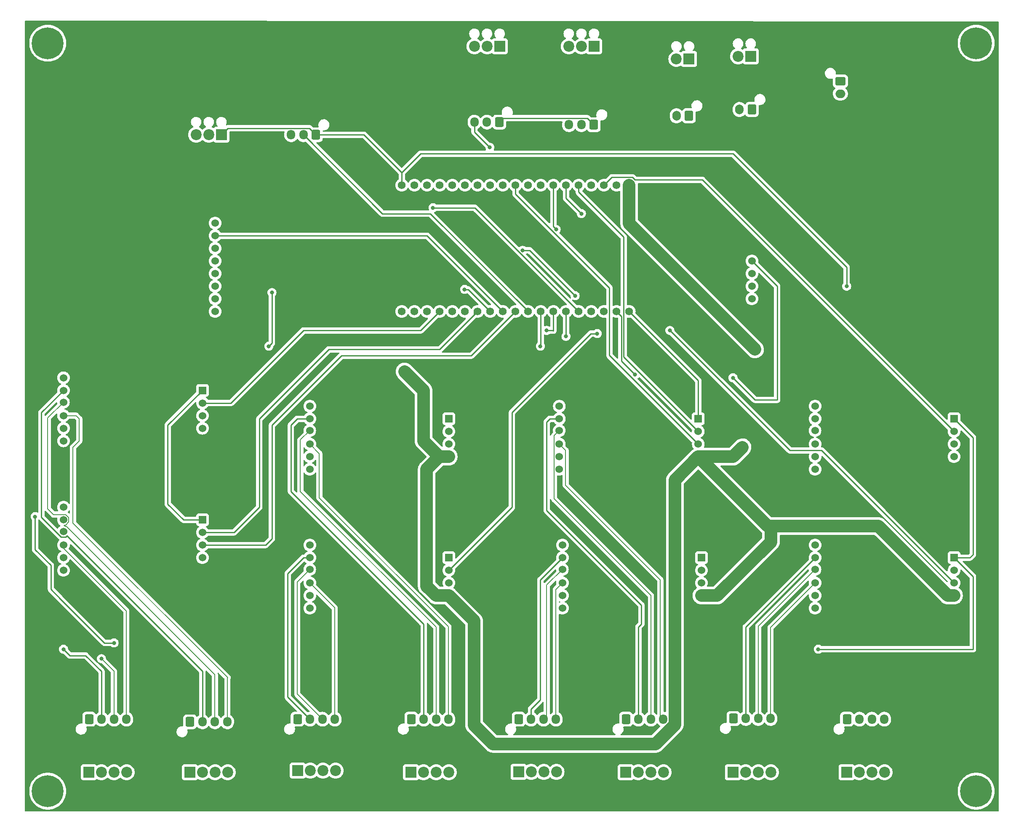
<source format=gbr>
%TF.GenerationSoftware,KiCad,Pcbnew,(6.0.1)*%
%TF.CreationDate,2022-04-06T01:57:14-07:00*%
%TF.ProjectId,EllieBoard,456c6c69-6542-46f6-9172-642e6b696361,rev?*%
%TF.SameCoordinates,Original*%
%TF.FileFunction,Copper,L2,Bot*%
%TF.FilePolarity,Positive*%
%FSLAX46Y46*%
G04 Gerber Fmt 4.6, Leading zero omitted, Abs format (unit mm)*
G04 Created by KiCad (PCBNEW (6.0.1)) date 2022-04-06 01:57:14*
%MOMM*%
%LPD*%
G01*
G04 APERTURE LIST*
G04 Aperture macros list*
%AMRoundRect*
0 Rectangle with rounded corners*
0 $1 Rounding radius*
0 $2 $3 $4 $5 $6 $7 $8 $9 X,Y pos of 4 corners*
0 Add a 4 corners polygon primitive as box body*
4,1,4,$2,$3,$4,$5,$6,$7,$8,$9,$2,$3,0*
0 Add four circle primitives for the rounded corners*
1,1,$1+$1,$2,$3*
1,1,$1+$1,$4,$5*
1,1,$1+$1,$6,$7*
1,1,$1+$1,$8,$9*
0 Add four rect primitives between the rounded corners*
20,1,$1+$1,$2,$3,$4,$5,0*
20,1,$1+$1,$4,$5,$6,$7,0*
20,1,$1+$1,$6,$7,$8,$9,0*
20,1,$1+$1,$8,$9,$2,$3,0*%
G04 Aperture macros list end*
%TA.AperFunction,ComponentPad*%
%ADD10C,1.524000*%
%TD*%
%TA.AperFunction,ComponentPad*%
%ADD11R,1.524000X1.524000*%
%TD*%
%TA.AperFunction,ComponentPad*%
%ADD12RoundRect,0.250000X0.600000X0.725000X-0.600000X0.725000X-0.600000X-0.725000X0.600000X-0.725000X0*%
%TD*%
%TA.AperFunction,ComponentPad*%
%ADD13O,1.700000X1.950000*%
%TD*%
%TA.AperFunction,ComponentPad*%
%ADD14RoundRect,0.250000X-0.600000X-0.725000X0.600000X-0.725000X0.600000X0.725000X-0.600000X0.725000X0*%
%TD*%
%TA.AperFunction,ComponentPad*%
%ADD15R,2.200000X2.200000*%
%TD*%
%TA.AperFunction,ComponentPad*%
%ADD16C,2.200000*%
%TD*%
%TA.AperFunction,ComponentPad*%
%ADD17RoundRect,0.250000X-0.750000X0.600000X-0.750000X-0.600000X0.750000X-0.600000X0.750000X0.600000X0*%
%TD*%
%TA.AperFunction,ComponentPad*%
%ADD18O,2.000000X1.700000*%
%TD*%
%TA.AperFunction,ComponentPad*%
%ADD19R,1.560000X1.560000*%
%TD*%
%TA.AperFunction,ComponentPad*%
%ADD20C,1.560000*%
%TD*%
%TA.AperFunction,ComponentPad*%
%ADD21C,6.400000*%
%TD*%
%TA.AperFunction,ComponentPad*%
%ADD22RoundRect,0.250000X0.600000X0.750000X-0.600000X0.750000X-0.600000X-0.750000X0.600000X-0.750000X0*%
%TD*%
%TA.AperFunction,ComponentPad*%
%ADD23O,1.700000X2.000000*%
%TD*%
%TA.AperFunction,ViaPad*%
%ADD24C,0.800000*%
%TD*%
%TA.AperFunction,Conductor*%
%ADD25C,0.250000*%
%TD*%
%TA.AperFunction,Conductor*%
%ADD26C,0.200000*%
%TD*%
%TA.AperFunction,Conductor*%
%ADD27C,0.254000*%
%TD*%
%TA.AperFunction,Conductor*%
%ADD28C,2.540000*%
%TD*%
G04 APERTURE END LIST*
D10*
%TO.P,HX711 Breakout 6,1,E+*%
%TO.N,Net-(R16-Pad2)*%
X78105000Y-119380000D03*
%TO.P,HX711 Breakout 6,2,E-*%
%TO.N,u3*%
X78105000Y-121920000D03*
%TO.P,HX711 Breakout 6,3,A-*%
%TO.N,A3-*%
X78083895Y-124289146D03*
%TO.P,HX711 Breakout 6,4,A+*%
%TO.N,A3+*%
X78105000Y-127000000D03*
%TO.P,HX711 Breakout 6,5,B-*%
%TO.N,unconnected-(U8-Pad5)*%
X78105000Y-129540000D03*
%TO.P,HX711 Breakout 6,6,B+*%
%TO.N,unconnected-(U8-Pad6)*%
X78105000Y-132080000D03*
D11*
%TO.P,HX711 Breakout 6,7,GND*%
%TO.N,GND*%
X106045000Y-121920000D03*
D10*
%TO.P,HX711 Breakout 6,8,DT*%
%TO.N,IO22*%
X106045000Y-124460000D03*
%TO.P,HX711 Breakout 6,9,SCK*%
%TO.N,IO23*%
X106045000Y-127000000D03*
%TO.P,HX711 Breakout 6,10,VCC*%
%TO.N,+3V3*%
X106045000Y-129540000D03*
%TD*%
D12*
%TO.P,Servo 1 ,1,Pin_1*%
%TO.N,Lipo*%
X116205000Y-34290000D03*
D13*
%TO.P,Servo 1 ,2,Pin_2*%
%TO.N,IO13*%
X113705000Y-34290000D03*
%TO.P,Servo 1 ,3,Pin_3*%
%TO.N,GND*%
X111205000Y-34290000D03*
%TD*%
D14*
%TO.P,Load Cell 8,1,Pin_1*%
%TO.N,out8*%
X186110000Y-154415000D03*
D13*
%TO.P,Load Cell 8,2,Pin_2*%
%TO.N,u8*%
X188610000Y-154415000D03*
%TO.P,Load Cell 8,3,Pin_3*%
%TO.N,A8-*%
X191110000Y-154415000D03*
%TO.P,Load Cell 8,4,Pin_4*%
%TO.N,A8+*%
X193610000Y-154415000D03*
%TD*%
D15*
%TO.P,Load Cell Backup 2,1,Pin_1*%
%TO.N,out2*%
X53970000Y-165100000D03*
D16*
%TO.P,Load Cell Backup 2,2,Pin_2*%
%TO.N,u2*%
X56510000Y-165100000D03*
%TO.P,Load Cell Backup 2,3,Pin_3*%
%TO.N,A2-*%
X59050000Y-165100000D03*
%TO.P,Load Cell Backup 2,4,Pin_4*%
%TO.N,A2+*%
X61590000Y-165100000D03*
%TD*%
D10*
%TO.P,HX711 Breakout 4,1,E+*%
%TO.N,Net-(R12-Pad2)*%
X179705000Y-91440000D03*
%TO.P,HX711 Breakout 4,2,E-*%
%TO.N,u8*%
X179705000Y-93980000D03*
%TO.P,HX711 Breakout 4,3,A-*%
%TO.N,A8-*%
X179683895Y-96349146D03*
%TO.P,HX711 Breakout 4,4,A+*%
%TO.N,A8+*%
X179705000Y-99060000D03*
%TO.P,HX711 Breakout 4,5,B-*%
%TO.N,unconnected-(U10-Pad5)*%
X179705000Y-101600000D03*
%TO.P,HX711 Breakout 4,6,B+*%
%TO.N,unconnected-(U10-Pad6)*%
X179705000Y-104140000D03*
D11*
%TO.P,HX711 Breakout 4,7,GND*%
%TO.N,GND*%
X207645000Y-93980000D03*
D10*
%TO.P,HX711 Breakout 4,8,DT*%
%TO.N,IO36*%
X207645000Y-96520000D03*
%TO.P,HX711 Breakout 4,9,SCK*%
%TO.N,IO32*%
X207645000Y-99060000D03*
%TO.P,HX711 Breakout 4,10,VCC*%
%TO.N,+3V3*%
X207645000Y-101600000D03*
%TD*%
%TO.P,HX711 Breakout 1,1,E+*%
%TO.N,Net-(R10-Pad2)*%
X28575000Y-85725000D03*
%TO.P,HX711 Breakout 1,2,E-*%
%TO.N,u2*%
X28575000Y-88265000D03*
%TO.P,HX711 Breakout 1,3,A-*%
%TO.N,A2-*%
X28553895Y-90634146D03*
%TO.P,HX711 Breakout 1,4,A+*%
%TO.N,A2+*%
X28575000Y-93345000D03*
%TO.P,HX711 Breakout 1,5,B-*%
%TO.N,unconnected-(U6-Pad5)*%
X28575000Y-95885000D03*
%TO.P,HX711 Breakout 1,6,B+*%
%TO.N,unconnected-(U6-Pad6)*%
X28575000Y-98425000D03*
D11*
%TO.P,HX711 Breakout 1,7,GND*%
%TO.N,GND*%
X56515000Y-88265000D03*
D10*
%TO.P,HX711 Breakout 1,8,DT*%
%TO.N,IO15*%
X56515000Y-90805000D03*
%TO.P,HX711 Breakout 1,9,SCK*%
%TO.N,IO2*%
X56515000Y-93345000D03*
%TO.P,HX711 Breakout 1,10,VCC*%
%TO.N,+3V3*%
X56515000Y-95885000D03*
%TD*%
D17*
%TO.P,Battery,1,Pin_1*%
%TO.N,Lipo*%
X184785000Y-26075000D03*
D18*
%TO.P,Battery,2,Pin_2*%
%TO.N,GND*%
X184785000Y-28575000D03*
%TD*%
D15*
%TO.P,Load Cell Backup 6,1,Pin_1*%
%TO.N,out5*%
X120077983Y-165019965D03*
D16*
%TO.P,Load Cell Backup 6,2,Pin_2*%
%TO.N,u5*%
X122617983Y-165019965D03*
%TO.P,Load Cell Backup 6,3,Pin_3*%
%TO.N,A5-*%
X125157983Y-165019965D03*
%TO.P,Load Cell Backup 6,4,Pin_4*%
%TO.N,A5+*%
X127697983Y-165019965D03*
%TD*%
D14*
%TO.P,Load Cell 2,1,Pin_1*%
%TO.N,out2*%
X54010000Y-154940000D03*
D13*
%TO.P,Load Cell 2,2,Pin_2*%
%TO.N,u2*%
X56510000Y-154940000D03*
%TO.P,Load Cell 2,3,Pin_3*%
%TO.N,A2-*%
X59010000Y-154940000D03*
%TO.P,Load Cell 2,4,Pin_4*%
%TO.N,A2+*%
X61510000Y-154940000D03*
%TD*%
D19*
%TO.P,ESP32,1,3V3*%
%TO.N,+3V3*%
X142315000Y-46990000D03*
D20*
%TO.P,ESP32,2,EN*%
%TO.N,unconnected-(U7-Pad2)*%
X139775000Y-46990000D03*
%TO.P,ESP32,3,SENSOR_VP*%
%TO.N,IO36*%
X137235000Y-46990000D03*
%TO.P,ESP32,4,SENSOR_VN*%
%TO.N,IO39*%
X134695000Y-46990000D03*
%TO.P,ESP32,5,IO34*%
%TO.N,IO34*%
X132155000Y-46990000D03*
%TO.P,ESP32,6,IO35*%
%TO.N,IO35*%
X129615000Y-46990000D03*
%TO.P,ESP32,7,IO32*%
%TO.N,IO32*%
X127075000Y-46990000D03*
%TO.P,ESP32,8,IO33*%
%TO.N,IO33*%
X124535000Y-46990000D03*
%TO.P,ESP32,9,IO25*%
%TO.N,IO25*%
X121995000Y-46990000D03*
%TO.P,ESP32,10,IO26*%
%TO.N,IO26*%
X119455000Y-46990000D03*
%TO.P,ESP32,11,IO27*%
%TO.N,IO27*%
X116915000Y-46990000D03*
%TO.P,ESP32,12,IO14*%
%TO.N,IO14*%
X114375000Y-46990000D03*
%TO.P,ESP32,13,IO12*%
%TO.N,IO12*%
X111835000Y-46990000D03*
%TO.P,ESP32,14,GND1*%
%TO.N,GND*%
X109295000Y-46990000D03*
%TO.P,ESP32,15,IO13*%
%TO.N,IO13*%
X106755000Y-46990000D03*
%TO.P,ESP32,16,SD2*%
%TO.N,unconnected-(U7-Pad16)*%
X104215000Y-46990000D03*
%TO.P,ESP32,17,SD3*%
%TO.N,unconnected-(U7-Pad17)*%
X101675000Y-46990000D03*
%TO.P,ESP32,18,CMD*%
%TO.N,unconnected-(U7-Pad18)*%
X99135000Y-46990000D03*
%TO.P,ESP32,19,EXT_5V*%
%TO.N,+5V*%
X96595000Y-46990000D03*
%TO.P,ESP32,20,GND3*%
%TO.N,GND*%
X142315000Y-72390000D03*
%TO.P,ESP32,21,IO23*%
%TO.N,IO23*%
X139775000Y-72390000D03*
%TO.P,ESP32,22,IO22*%
%TO.N,IO22*%
X137235000Y-72390000D03*
%TO.P,ESP32,23,TXD0*%
%TO.N,SCK{slash}CLK*%
X134695000Y-72390000D03*
%TO.P,ESP32,24,RXD0*%
%TO.N,SDO{slash}SD0*%
X132155000Y-72390000D03*
%TO.P,ESP32,25,IO21*%
%TO.N,IO21*%
X129615000Y-72390000D03*
%TO.P,ESP32,26,GND2*%
%TO.N,GND*%
X127075000Y-72390000D03*
%TO.P,ESP32,27,IO19*%
%TO.N,IO19*%
X124535000Y-72390000D03*
%TO.P,ESP32,28,IO18*%
%TO.N,IO18*%
X121995000Y-72390000D03*
%TO.P,ESP32,29,IO5*%
%TO.N,IO5*%
X119455000Y-72390000D03*
%TO.P,ESP32,30,IO17*%
%TO.N,IO17*%
X116915000Y-72390000D03*
%TO.P,ESP32,31,IO16*%
%TO.N,IO16*%
X114375000Y-72390000D03*
%TO.P,ESP32,32,IO4*%
%TO.N,IO32*%
X111835000Y-72390000D03*
%TO.P,ESP32,33,IO0*%
%TO.N,SDI{slash}SD1*%
X109295000Y-72390000D03*
%TO.P,ESP32,34,IO2*%
%TO.N,IO2*%
X106755000Y-72390000D03*
%TO.P,ESP32,35,IO15*%
%TO.N,IO15*%
X104215000Y-72390000D03*
%TO.P,ESP32,36,SD1*%
%TO.N,unconnected-(U7-Pad36)*%
X101675000Y-72390000D03*
%TO.P,ESP32,37,SD0*%
%TO.N,unconnected-(U7-Pad37)*%
X99135000Y-72390000D03*
%TO.P,ESP32,38,CLK*%
%TO.N,unconnected-(U7-Pad38)*%
X96595000Y-72390000D03*
%TD*%
D10*
%TO.P,HX711 Breakout 2,1,E+*%
%TO.N,Net-(R3-Pad2)*%
X78105000Y-91440000D03*
%TO.P,HX711 Breakout 2,2,E-*%
%TO.N,u4*%
X78105000Y-93980000D03*
%TO.P,HX711 Breakout 2,3,A-*%
%TO.N,A4-*%
X78083895Y-96349146D03*
%TO.P,HX711 Breakout 2,4,A+*%
%TO.N,A4+*%
X78105000Y-99060000D03*
%TO.P,HX711 Breakout 2,5,B-*%
%TO.N,unconnected-(U11-Pad5)*%
X78105000Y-101600000D03*
%TO.P,HX711 Breakout 2,6,B+*%
%TO.N,unconnected-(U11-Pad6)*%
X78105000Y-104140000D03*
D11*
%TO.P,HX711 Breakout 2,7,GND*%
%TO.N,GND*%
X106045000Y-93980000D03*
D10*
%TO.P,HX711 Breakout 2,8,DT*%
%TO.N,IO19*%
X106045000Y-96520000D03*
%TO.P,HX711 Breakout 2,9,SCK*%
%TO.N,IO21*%
X106045000Y-99060000D03*
%TO.P,HX711 Breakout 2,10,VCC*%
%TO.N,+3V3*%
X106045000Y-101600000D03*
%TD*%
D12*
%TO.P,Flow Meter ,1,Pin_1*%
%TO.N,+5V*%
X79335000Y-36830000D03*
D13*
%TO.P,Flow Meter ,2,Pin_2*%
%TO.N,IO18*%
X76835000Y-36830000D03*
%TO.P,Flow Meter ,3,Pin_3*%
%TO.N,GND*%
X74335000Y-36830000D03*
%TD*%
D10*
%TO.P,HX711 Breakout 3,1,E+*%
%TO.N,Net-(R14-Pad2)*%
X128270000Y-91440000D03*
%TO.P,HX711 Breakout 3,2,E-*%
%TO.N,u6*%
X128270000Y-93980000D03*
%TO.P,HX711 Breakout 3,3,A-*%
%TO.N,A6-*%
X128248895Y-96349146D03*
%TO.P,HX711 Breakout 3,4,A+*%
%TO.N,A6+*%
X128270000Y-99060000D03*
%TO.P,HX711 Breakout 3,5,B-*%
%TO.N,unconnected-(U5-Pad5)*%
X128270000Y-101600000D03*
%TO.P,HX711 Breakout 3,6,B+*%
%TO.N,unconnected-(U5-Pad6)*%
X128270000Y-104140000D03*
D11*
%TO.P,HX711 Breakout 3,7,GND*%
%TO.N,GND*%
X156210000Y-93980000D03*
D10*
%TO.P,HX711 Breakout 3,8,DT*%
%TO.N,IO34*%
X156210000Y-96520000D03*
%TO.P,HX711 Breakout 3,9,SCK*%
%TO.N,IO26*%
X156210000Y-99060000D03*
%TO.P,HX711 Breakout 3,10,VCC*%
%TO.N,+3V3*%
X156210000Y-101600000D03*
%TD*%
D21*
%TO.P,REF\u002A\u002A,1*%
%TO.N,N/C*%
X25400000Y-18415000D03*
%TD*%
D10*
%TO.P,HX711 Breakout 8,1,E+*%
%TO.N,Net-(R5-Pad2)*%
X179705000Y-119380000D03*
%TO.P,HX711 Breakout 8,2,E-*%
%TO.N,u7*%
X179705000Y-121920000D03*
%TO.P,HX711 Breakout 8,3,A-*%
%TO.N,A7-*%
X179683895Y-124289146D03*
%TO.P,HX711 Breakout 8,4,A+*%
%TO.N,A7+*%
X179705000Y-127000000D03*
%TO.P,HX711 Breakout 8,5,B-*%
%TO.N,unconnected-(U9-Pad5)*%
X179705000Y-129540000D03*
%TO.P,HX711 Breakout 8,6,B+*%
%TO.N,unconnected-(U9-Pad6)*%
X179705000Y-132080000D03*
D11*
%TO.P,HX711 Breakout 8,7,GND*%
%TO.N,GND*%
X207645000Y-121920000D03*
D10*
%TO.P,HX711 Breakout 8,8,DT*%
%TO.N,IO39*%
X207645000Y-124460000D03*
%TO.P,HX711 Breakout 8,9,SCK*%
%TO.N,IO33*%
X207645000Y-127000000D03*
%TO.P,HX711 Breakout 8,10,VCC*%
%TO.N,+3V3*%
X207645000Y-129540000D03*
%TD*%
D21*
%TO.P,,1*%
%TO.N,N/C*%
X212090000Y-168910000D03*
%TD*%
D12*
%TO.P,Servo 2 ,1,Pin_1*%
%TO.N,Lipo*%
X135215000Y-34815000D03*
D13*
%TO.P,Servo 2 ,2,Pin_2*%
%TO.N,IO12*%
X132715000Y-34815000D03*
%TO.P,Servo 2 ,3,Pin_3*%
%TO.N,GND*%
X130215000Y-34815000D03*
%TD*%
D14*
%TO.P,Load Cell 7,1,Pin_1*%
%TO.N,out7*%
X163265000Y-154270536D03*
D13*
%TO.P,Load Cell 7,2,Pin_2*%
%TO.N,u7*%
X165765000Y-154270536D03*
%TO.P,Load Cell 7,3,Pin_3*%
%TO.N,A7-*%
X168265000Y-154270536D03*
%TO.P,Load Cell 7,4,Pin_4*%
%TO.N,A7+*%
X170765000Y-154270536D03*
%TD*%
D15*
%TO.P,Load Cell Backup 8,1,Pin_1*%
%TO.N,out7*%
X163185000Y-165100000D03*
D16*
%TO.P,Load Cell Backup 8,2,Pin_2*%
%TO.N,u7*%
X165725000Y-165100000D03*
%TO.P,Load Cell Backup 8,3,Pin_3*%
%TO.N,A7-*%
X168265000Y-165100000D03*
%TO.P,Load Cell Backup 8,4,Pin_4*%
%TO.N,A7+*%
X170805000Y-165100000D03*
%TD*%
D10*
%TO.P,HX711 Breakout 7,1,E+*%
%TO.N,Net-(R7-Pad2)*%
X128905000Y-119380000D03*
%TO.P,HX711 Breakout 7,2,E-*%
%TO.N,u5*%
X128905000Y-121920000D03*
%TO.P,HX711 Breakout 7,3,A-*%
%TO.N,A5-*%
X128883895Y-124289146D03*
%TO.P,HX711 Breakout 7,4,A+*%
%TO.N,A5+*%
X128905000Y-127000000D03*
%TO.P,HX711 Breakout 7,5,B-*%
%TO.N,unconnected-(U2-Pad5)*%
X128905000Y-129540000D03*
%TO.P,HX711 Breakout 7,6,B+*%
%TO.N,unconnected-(U2-Pad6)*%
X128905000Y-132080000D03*
D11*
%TO.P,HX711 Breakout 7,7,GND*%
%TO.N,GND*%
X156845000Y-121920000D03*
D10*
%TO.P,HX711 Breakout 7,8,DT*%
%TO.N,IO35*%
X156845000Y-124460000D03*
%TO.P,HX711 Breakout 7,9,SCK*%
%TO.N,IO25*%
X156845000Y-127000000D03*
%TO.P,HX711 Breakout 7,10,VCC*%
%TO.N,+3V3*%
X156845000Y-129540000D03*
%TD*%
D15*
%TO.P,Igniter 1 Backup,1,Pin_1*%
%TO.N,Lipo*%
X154345000Y-21590000D03*
D16*
%TO.P,Igniter 1 Backup,2,Pin_2*%
%TO.N,GND*%
X151805000Y-21590000D03*
%TD*%
D15*
%TO.P,Igniter 2 Backup,1,Pin_1*%
%TO.N,Lipo*%
X166755000Y-21050000D03*
D16*
%TO.P,Igniter 2 Backup,2,Pin_2*%
%TO.N,GND*%
X164215000Y-21050000D03*
%TD*%
D14*
%TO.P,Load Cell 3,1,Pin_1*%
%TO.N,out3*%
X75620000Y-154415000D03*
D13*
%TO.P,Load Cell 3,2,Pin_2*%
%TO.N,u3*%
X78120000Y-154415000D03*
%TO.P,Load Cell 3,3,Pin_3*%
%TO.N,A3-*%
X80620000Y-154415000D03*
%TO.P,Load Cell 3,4,Pin_4*%
%TO.N,A3+*%
X83120000Y-154415000D03*
%TD*%
D15*
%TO.P,Load Cell Backup 3,1,Pin_1*%
%TO.N,out3*%
X75665656Y-164765581D03*
D16*
%TO.P,Load Cell Backup 3,2,Pin_2*%
%TO.N,u3*%
X78205656Y-164765581D03*
%TO.P,Load Cell Backup 3,3,Pin_3*%
%TO.N,A3-*%
X80745656Y-164765581D03*
%TO.P,Load Cell Backup 3,4,Pin_4*%
%TO.N,A3+*%
X83285656Y-164765581D03*
%TD*%
D15*
%TO.P,Load Cell Backup 4,1,Pin_1*%
%TO.N,out4*%
X98425000Y-165100000D03*
D16*
%TO.P,Load Cell Backup 4,2,Pin_2*%
%TO.N,u4*%
X100965000Y-165100000D03*
%TO.P,Load Cell Backup 4,3,Pin_3*%
%TO.N,A4-*%
X103505000Y-165100000D03*
%TO.P,Load Cell Backup 4,4,Pin_4*%
%TO.N,A4+*%
X106045000Y-165100000D03*
%TD*%
D22*
%TO.P,Igniter 2 ,1,Pin_1*%
%TO.N,Lipo*%
X167005000Y-31750000D03*
D23*
%TO.P,Igniter 2 ,2,Pin_2*%
%TO.N,GND*%
X164505000Y-31750000D03*
%TD*%
D15*
%TO.P,Load Cell Backup 9,1,Pin_1*%
%TO.N,out8*%
X186045000Y-165100000D03*
D16*
%TO.P,Load Cell Backup 9,2,Pin_2*%
%TO.N,u8*%
X188585000Y-165100000D03*
%TO.P,Load Cell Backup 9,3,Pin_3*%
%TO.N,A8-*%
X191125000Y-165100000D03*
%TO.P,Load Cell Backup 9,4,Pin_4*%
%TO.N,A8+*%
X193665000Y-165100000D03*
%TD*%
D14*
%TO.P,Load Cell 5,1,Pin_1*%
%TO.N,out5*%
X120075000Y-154415000D03*
D13*
%TO.P,Load Cell 5,2,Pin_2*%
%TO.N,u5*%
X122575000Y-154415000D03*
%TO.P,Load Cell 5,3,Pin_3*%
%TO.N,A5-*%
X125075000Y-154415000D03*
%TO.P,Load Cell 5,4,Pin_4*%
%TO.N,A5+*%
X127575000Y-154415000D03*
%TD*%
D10*
%TO.P,Relay Board,1,VCC*%
%TO.N,+5V*%
X167005000Y-69850000D03*
%TO.P,Relay Board,2,IN1*%
%TO.N,IO27*%
X167005000Y-67310000D03*
%TO.P,Relay Board,3,IN2*%
%TO.N,IO14*%
X167005000Y-64770000D03*
%TO.P,Relay Board,4,GND*%
%TO.N,GND*%
X167005000Y-62230000D03*
%TD*%
D22*
%TO.P,Igniter 1 ,1,Pin_1*%
%TO.N,Lipo*%
X154345000Y-33020000D03*
D23*
%TO.P,Igniter 1 ,2,Pin_2*%
%TO.N,GND*%
X151845000Y-33020000D03*
%TD*%
D15*
%TO.P,Flow Meter Backup,1,Pin_1*%
%TO.N,+5V*%
X60325000Y-36830000D03*
D16*
%TO.P,Flow Meter Backup,2,Pin_2*%
%TO.N,IO18*%
X57785000Y-36830000D03*
%TO.P,Flow Meter Backup,3,Pin_3*%
%TO.N,GND*%
X55245000Y-36830000D03*
%TD*%
D10*
%TO.P,HX711 Breakout 5,1,E+*%
%TO.N,Net-(R1-Pad2)*%
X28575000Y-111760000D03*
%TO.P,HX711 Breakout 5,2,E-*%
%TO.N,u1*%
X28575000Y-114300000D03*
%TO.P,HX711 Breakout 5,3,A-*%
%TO.N,A1-*%
X28553895Y-116669146D03*
%TO.P,HX711 Breakout 5,4,A+*%
%TO.N,A1+*%
X28575000Y-119380000D03*
%TO.P,HX711 Breakout 5,5,B-*%
%TO.N,unconnected-(U1-Pad5)*%
X28575000Y-121920000D03*
%TO.P,HX711 Breakout 5,6,B+*%
%TO.N,unconnected-(U1-Pad6)*%
X28575000Y-124460000D03*
D11*
%TO.P,HX711 Breakout 5,7,GND*%
%TO.N,GND*%
X56515000Y-114300000D03*
D10*
%TO.P,HX711 Breakout 5,8,DT*%
%TO.N,IO32*%
X56515000Y-116840000D03*
%TO.P,HX711 Breakout 5,9,SCK*%
%TO.N,IO5*%
X56515000Y-119380000D03*
%TO.P,HX711 Breakout 5,10,VCC*%
%TO.N,+3V3*%
X56515000Y-121920000D03*
%TD*%
D15*
%TO.P,Servo 2 Backup,1,Pin_1*%
%TO.N,Lipo*%
X135255000Y-19050000D03*
D16*
%TO.P,Servo 2 Backup,2,Pin_2*%
%TO.N,IO12*%
X132715000Y-19050000D03*
%TO.P,Servo 2 Backup,3,Pin_3*%
%TO.N,GND*%
X130175000Y-19050000D03*
%TD*%
D21*
%TO.P,,1*%
%TO.N,N/C*%
X212090000Y-18415000D03*
%TD*%
D10*
%TO.P,SD Card Reader,1,CD*%
%TO.N,IO16*%
X59055000Y-54610000D03*
%TO.P,SD Card Reader,2,CS*%
%TO.N,IO17*%
X59055000Y-57150000D03*
%TO.P,SD Card Reader,3,DI*%
%TO.N,SDI{slash}SD1*%
X59055000Y-59690000D03*
%TO.P,SD Card Reader,4,DO*%
%TO.N,SDO{slash}SD0*%
X59055000Y-62230000D03*
%TO.P,SD Card Reader,5,CK*%
%TO.N,SCK{slash}CLK*%
X59055000Y-64770000D03*
%TO.P,SD Card Reader,6,GND*%
%TO.N,GND*%
X59055000Y-67310000D03*
%TO.P,SD Card Reader,7,3V*%
%TO.N,+3V3*%
X59055000Y-69850000D03*
%TO.P,SD Card Reader,8,5V*%
%TO.N,unconnected-(U4-Pad8)*%
X59055000Y-72390000D03*
%TD*%
D14*
%TO.P,Load Cell 6,1,Pin_1*%
%TO.N,out6*%
X141670000Y-154415000D03*
D13*
%TO.P,Load Cell 6,2,Pin_2*%
%TO.N,u6*%
X144170000Y-154415000D03*
%TO.P,Load Cell 6,3,Pin_3*%
%TO.N,A6-*%
X146670000Y-154415000D03*
%TO.P,Load Cell 6,4,Pin_4*%
%TO.N,A6+*%
X149170000Y-154415000D03*
%TD*%
D21*
%TO.P,,1*%
%TO.N,N/C*%
X25400000Y-168910000D03*
%TD*%
D15*
%TO.P,Load Cell Backup 7,1,Pin_1*%
%TO.N,out6*%
X141605000Y-165100000D03*
D16*
%TO.P,Load Cell Backup 7,2,Pin_2*%
%TO.N,u6*%
X144145000Y-165100000D03*
%TO.P,Load Cell Backup 7,3,Pin_3*%
%TO.N,A6-*%
X146685000Y-165100000D03*
%TO.P,Load Cell Backup 7,4,Pin_4*%
%TO.N,A6+*%
X149225000Y-165100000D03*
%TD*%
D14*
%TO.P,Load Cell 1,1,Pin_1*%
%TO.N,out1*%
X33715000Y-154415000D03*
D13*
%TO.P,Load Cell 1,2,Pin_2*%
%TO.N,u1*%
X36215000Y-154415000D03*
%TO.P,Load Cell 1,3,Pin_3*%
%TO.N,A1-*%
X38715000Y-154415000D03*
%TO.P,Load Cell 1,4,Pin_4*%
%TO.N,A1+*%
X41215000Y-154415000D03*
%TD*%
D14*
%TO.P,Load Cell 4,1,Pin_1*%
%TO.N,out4*%
X98490000Y-154415000D03*
D13*
%TO.P,Load Cell 4,2,Pin_2*%
%TO.N,u4*%
X100990000Y-154415000D03*
%TO.P,Load Cell 4,3,Pin_3*%
%TO.N,A4-*%
X103490000Y-154415000D03*
%TO.P,Load Cell 4,4,Pin_4*%
%TO.N,A4+*%
X105990000Y-154415000D03*
%TD*%
D15*
%TO.P,Load Cell Backup 1,1,Pin_1*%
%TO.N,out1*%
X33650000Y-165100000D03*
D16*
%TO.P,Load Cell Backup 1,2,Pin_2*%
%TO.N,u1*%
X36190000Y-165100000D03*
%TO.P,Load Cell Backup 1,3,Pin_3*%
%TO.N,A1-*%
X38730000Y-165100000D03*
%TO.P,Load Cell Backup 1,4,Pin_4*%
%TO.N,A1+*%
X41270000Y-165100000D03*
%TD*%
D15*
%TO.P,Servo 1 Backup,1,Pin_1*%
%TO.N,Lipo*%
X116285000Y-19050000D03*
D16*
%TO.P,Servo 1 Backup,2,Pin_2*%
%TO.N,IO13*%
X113745000Y-19050000D03*
%TO.P,Servo 1 Backup,3,Pin_3*%
%TO.N,GND*%
X111205000Y-19050000D03*
%TD*%
D24*
%TO.N,u1*%
X28575000Y-140335000D03*
%TO.N,A1-*%
X36195000Y-142240000D03*
%TO.N,GND*%
X114300000Y-39370000D03*
X125730000Y-76200000D03*
X120882299Y-60092701D03*
X180340000Y-140335000D03*
X163195000Y-85725000D03*
X131445000Y-69215000D03*
%TO.N,IO19*%
X124460000Y-79375000D03*
%TO.N,IO21*%
X129615000Y-77395000D03*
%TO.N,+3V3*%
X165100000Y-99695000D03*
X167640000Y-80010000D03*
X97155000Y-84455000D03*
%TO.N,IO16*%
X109220000Y-67945000D03*
%TO.N,Net-(R10-Pad2)*%
X38735000Y-139065000D03*
X22860000Y-113665000D03*
%TO.N,+5V*%
X186055000Y-67310000D03*
%TO.N,IO35*%
X132715000Y-52705000D03*
%TO.N,IO32*%
X127635000Y-55880000D03*
%TO.N,IO33*%
X150495000Y-76200000D03*
%TO.N,IO23*%
X143510000Y-85090000D03*
%TO.N,IO22*%
X135890000Y-76835000D03*
%TO.N,SDO{slash}SD0*%
X102870000Y-51524500D03*
%TO.N,IO2*%
X70485000Y-68580000D03*
X69850000Y-79375000D03*
%TD*%
D25*
%TO.N,u1*%
X36215000Y-144800000D02*
X36215000Y-154415000D01*
X33020000Y-141605000D02*
X36215000Y-144800000D01*
X29845000Y-141605000D02*
X33020000Y-141605000D01*
X28575000Y-140335000D02*
X29845000Y-141605000D01*
D26*
%TO.N,A1+*%
X41215000Y-132655000D02*
X41215000Y-139760000D01*
X28575000Y-119380000D02*
X28575000Y-120015000D01*
X41215000Y-139760000D02*
X41215000Y-154415000D01*
X28575000Y-120015000D02*
X41215000Y-132655000D01*
%TO.N,A1-*%
X36195000Y-142240000D02*
X38715000Y-144760000D01*
X38715000Y-144760000D02*
X38715000Y-154415000D01*
D27*
%TO.N,GND*%
X211455000Y-121285000D02*
X211455000Y-97790000D01*
X211455000Y-140335000D02*
X180340000Y-140335000D01*
X56515000Y-88265000D02*
X49530000Y-95250000D01*
X156210000Y-86285000D02*
X142315000Y-72390000D01*
X52705000Y-114300000D02*
X56515000Y-114300000D01*
D25*
X167640000Y-90170000D02*
X163195000Y-85725000D01*
X172085000Y-90170000D02*
X167640000Y-90170000D01*
X111205000Y-36275000D02*
X114300000Y-39370000D01*
D27*
X125730000Y-76200000D02*
X127000000Y-76200000D01*
D25*
X120882299Y-60092701D02*
X122322701Y-60092701D01*
X172085000Y-67310000D02*
X172085000Y-90170000D01*
X167005000Y-62230000D02*
X172085000Y-67310000D01*
D27*
X211455000Y-125730000D02*
X211455000Y-140335000D01*
X211455000Y-97790000D02*
X207645000Y-93980000D01*
X156210000Y-93980000D02*
X156210000Y-86285000D01*
X210820000Y-121920000D02*
X211455000Y-121285000D01*
D25*
X122322701Y-60092701D02*
X131445000Y-69215000D01*
D27*
X127000000Y-76200000D02*
X127075000Y-76275000D01*
X49530000Y-111125000D02*
X52705000Y-114300000D01*
X49530000Y-95250000D02*
X49530000Y-111125000D01*
X207645000Y-121920000D02*
X210820000Y-121920000D01*
X127075000Y-76275000D02*
X127075000Y-72390000D01*
D25*
X111205000Y-34290000D02*
X111205000Y-36275000D01*
D27*
X207645000Y-121920000D02*
X211455000Y-125730000D01*
D25*
%TO.N,IO19*%
X124535000Y-79300000D02*
X124460000Y-79375000D01*
X124535000Y-72390000D02*
X124535000Y-79300000D01*
%TO.N,Lipo*%
X116205000Y-34290000D02*
X116979520Y-33515480D01*
X133915480Y-33515480D02*
X135215000Y-34815000D01*
X116979520Y-33515480D02*
X133915480Y-33515480D01*
%TO.N,IO5*%
X69215000Y-119380000D02*
X56515000Y-119380000D01*
X84455000Y-81280000D02*
X110565000Y-81280000D01*
X70485000Y-118110000D02*
X69215000Y-119380000D01*
X70485000Y-95250000D02*
X84455000Y-81280000D01*
X70485000Y-118110000D02*
X70485000Y-95250000D01*
X110565000Y-81280000D02*
X119455000Y-72390000D01*
%TO.N,u2*%
X28103846Y-117755657D02*
X24130000Y-113781811D01*
X56510000Y-144775000D02*
X29247300Y-117512300D01*
X29003944Y-117755657D02*
X28103846Y-117755657D01*
X24130000Y-113781811D02*
X24130000Y-92710000D01*
X56510000Y-154940000D02*
X56510000Y-144775000D01*
X24130000Y-92710000D02*
X28575000Y-88265000D01*
X29247300Y-117512300D02*
X29003944Y-117755657D01*
D26*
%TO.N,A2+*%
X30480000Y-114935000D02*
X61595000Y-146050000D01*
X61595000Y-146050000D02*
X61510000Y-146135000D01*
X61510000Y-146135000D02*
X61510000Y-154940000D01*
X28575000Y-93345000D02*
X31115000Y-93345000D01*
X31750000Y-93980000D02*
X31750000Y-98425000D01*
X30480000Y-99695000D02*
X30480000Y-114935000D01*
X31750000Y-98425000D02*
X30480000Y-99695000D01*
X31115000Y-93345000D02*
X31750000Y-93980000D01*
%TO.N,A2-*%
X29636511Y-113860307D02*
X29636511Y-114739693D01*
X26560989Y-113238489D02*
X29014693Y-113238489D01*
X25400000Y-100965000D02*
X25400000Y-93788041D01*
X29014693Y-113238489D02*
X29636511Y-113860307D01*
X29014693Y-115361511D02*
X28684011Y-115361511D01*
X28684011Y-115361511D02*
X28930135Y-115607635D01*
X25400000Y-98233041D02*
X25400000Y-112077500D01*
X28930135Y-115607635D02*
X29157635Y-115607635D01*
X25400000Y-112077500D02*
X26560989Y-113238489D01*
X29157635Y-115607635D02*
X59010000Y-145460000D01*
X29636511Y-114739693D02*
X29014693Y-115361511D01*
X59010000Y-145460000D02*
X59010000Y-154940000D01*
X25400000Y-93788041D02*
X28553895Y-90634146D01*
D25*
%TO.N,u3*%
X76835000Y-121920000D02*
X73660000Y-125095000D01*
X78105000Y-121920000D02*
X76835000Y-121920000D01*
X73660000Y-149955000D02*
X78120000Y-154415000D01*
X73660000Y-125095000D02*
X73660000Y-149955000D01*
D26*
%TO.N,A3+*%
X83120000Y-132015000D02*
X83120000Y-154415000D01*
X78105000Y-127000000D02*
X83120000Y-132015000D01*
%TO.N,A3-*%
X75565000Y-126808041D02*
X75565000Y-149360000D01*
X75565000Y-149360000D02*
X80620000Y-154415000D01*
X78083895Y-124289146D02*
X75565000Y-126808041D01*
D25*
%TO.N,u4*%
X100990000Y-135280000D02*
X100990000Y-154415000D01*
X78105000Y-93980000D02*
X75565000Y-93980000D01*
X74295000Y-108585000D02*
X100990000Y-135280000D01*
X75565000Y-93980000D02*
X74295000Y-95250000D01*
X74295000Y-95250000D02*
X74295000Y-108585000D01*
D26*
%TO.N,A4+*%
X78105000Y-99060000D02*
X80010000Y-100965000D01*
X80010000Y-109855000D02*
X105990000Y-135835000D01*
X105990000Y-135835000D02*
X105990000Y-154415000D01*
X80010000Y-100965000D02*
X80010000Y-109855000D01*
%TO.N,A4-*%
X76200000Y-108585000D02*
X103490000Y-135875000D01*
X76200000Y-98233041D02*
X76200000Y-108585000D01*
X78083895Y-96349146D02*
X76200000Y-98233041D01*
X103490000Y-135875000D02*
X103490000Y-154415000D01*
D25*
%TO.N,u5*%
X124460000Y-150495000D02*
X122575000Y-152380000D01*
X128905000Y-121920000D02*
X124460000Y-126365000D01*
X122575000Y-152380000D02*
X122575000Y-154415000D01*
X124460000Y-126365000D02*
X124460000Y-150495000D01*
D26*
%TO.N,A5+*%
X128905000Y-127000000D02*
X127575000Y-128330000D01*
X127575000Y-128330000D02*
X127575000Y-154415000D01*
%TO.N,A5-*%
X125730000Y-127443041D02*
X125730000Y-153760000D01*
X125730000Y-153760000D02*
X125075000Y-154415000D01*
X128883895Y-124289146D02*
X125730000Y-127443041D01*
D25*
%TO.N,u6*%
X144780000Y-135255000D02*
X144170000Y-135865000D01*
X125730000Y-112395000D02*
X144780000Y-131445000D01*
X144170000Y-135865000D02*
X144170000Y-154415000D01*
X125730000Y-112395000D02*
X125730000Y-94615000D01*
X125730000Y-94615000D02*
X126365000Y-93980000D01*
X144780000Y-131445000D02*
X144780000Y-135255000D01*
X126365000Y-93980000D02*
X128270000Y-93980000D01*
D26*
%TO.N,A6+*%
X148590000Y-154940000D02*
X148645000Y-154940000D01*
X148645000Y-154940000D02*
X149170000Y-154415000D01*
X128270000Y-99060000D02*
X129540000Y-100330000D01*
X129540000Y-100330000D02*
X129540000Y-107315000D01*
X148590000Y-126365000D02*
X148590000Y-154940000D01*
X129540000Y-107315000D02*
X148590000Y-126365000D01*
%TO.N,A6-*%
X127208489Y-110063489D02*
X146685000Y-129540000D01*
X128248895Y-96349146D02*
X127208489Y-97389552D01*
X146670000Y-129555000D02*
X146670000Y-154415000D01*
X146685000Y-129540000D02*
X146670000Y-129555000D01*
X127208489Y-97389552D02*
X127208489Y-110063489D01*
D25*
%TO.N,u7*%
X165765000Y-135860000D02*
X179705000Y-121920000D01*
X165765000Y-154270536D02*
X165765000Y-135860000D01*
D26*
%TO.N,A7+*%
X170765000Y-135940000D02*
X170765000Y-154270536D01*
X179705000Y-127000000D02*
X170765000Y-135940000D01*
%TO.N,A7-*%
X168265000Y-135708041D02*
X168265000Y-154270536D01*
X179683895Y-124289146D02*
X168265000Y-135708041D01*
D25*
%TO.N,IO18*%
X102310000Y-52705000D02*
X121677142Y-72072142D01*
X92710000Y-52705000D02*
X102310000Y-52705000D01*
X76835000Y-36830000D02*
X92710000Y-52705000D01*
%TO.N,IO21*%
X129615000Y-72390000D02*
X129615000Y-77395000D01*
D28*
%TO.N,+3V3*%
X170180000Y-115570000D02*
X170815000Y-115570000D01*
X207645000Y-129540000D02*
X206375000Y-129540000D01*
X206375000Y-129540000D02*
X192405000Y-115570000D01*
X100965000Y-98425000D02*
X104140000Y-101600000D01*
X160020000Y-129540000D02*
X156845000Y-129540000D01*
X142315000Y-54685000D02*
X167640000Y-80010000D01*
X103505000Y-129540000D02*
X106045000Y-129540000D01*
X114935000Y-159385000D02*
X147605296Y-159385000D01*
X106045000Y-101600000D02*
X104140000Y-101600000D01*
X163195000Y-101600000D02*
X156210000Y-101600000D01*
X192405000Y-115570000D02*
X170815000Y-115570000D01*
X106045000Y-129540000D02*
X111125000Y-134620000D01*
X101600000Y-127635000D02*
X103505000Y-129540000D01*
X111125000Y-134620000D02*
X111125000Y-155575000D01*
X142315000Y-46990000D02*
X142315000Y-54685000D01*
X151489520Y-155500776D02*
X151489520Y-106320480D01*
X101600000Y-104140000D02*
X101600000Y-127635000D01*
X151489520Y-106320480D02*
X156210000Y-101600000D01*
X100965000Y-88265000D02*
X100965000Y-98425000D01*
X97155000Y-84455000D02*
X100965000Y-88265000D01*
X165100000Y-99695000D02*
X163195000Y-101600000D01*
X111125000Y-155575000D02*
X114935000Y-159385000D01*
X170815000Y-118745000D02*
X160020000Y-129540000D01*
X170815000Y-115570000D02*
X170815000Y-118745000D01*
X156210000Y-101600000D02*
X170180000Y-115570000D01*
X104140000Y-101600000D02*
X101600000Y-104140000D01*
X147605296Y-159385000D02*
X151489520Y-155500776D01*
D25*
%TO.N,IO16*%
X109220000Y-67945000D02*
X109930000Y-67945000D01*
X109930000Y-67945000D02*
X114375000Y-72390000D01*
%TO.N,Net-(R10-Pad2)*%
X22860000Y-120281560D02*
X26035000Y-123456560D01*
X36830000Y-139065000D02*
X38735000Y-139065000D01*
X26035000Y-123456560D02*
X26035000Y-123825000D01*
X26035000Y-128270000D02*
X27940000Y-130175000D01*
X26035000Y-123825000D02*
X26035000Y-128270000D01*
X27940000Y-130175000D02*
X36830000Y-139065000D01*
X22860000Y-113665000D02*
X22860000Y-120281560D01*
%TO.N,+5V*%
X96595000Y-44450000D02*
X96595000Y-46990000D01*
X79335000Y-36830000D02*
X88975000Y-36830000D01*
X163195000Y-40640000D02*
X100405000Y-40640000D01*
X79335000Y-36830000D02*
X78035480Y-35530480D01*
X186055000Y-63500000D02*
X186055000Y-67310000D01*
X78035480Y-35530480D02*
X61624520Y-35530480D01*
X100405000Y-40640000D02*
X96595000Y-44450000D01*
X88975000Y-36830000D02*
X96595000Y-44450000D01*
X163195000Y-40640000D02*
X186055000Y-63500000D01*
X61624520Y-35530480D02*
X60325000Y-36830000D01*
%TO.N,IO36*%
X143479002Y-45899011D02*
X142975471Y-45395480D01*
X138829520Y-45395480D02*
X137235000Y-46990000D01*
X142975471Y-45395480D02*
X138829520Y-45395480D01*
X157024011Y-45899011D02*
X143479002Y-45899011D01*
X207645000Y-96520000D02*
X157024011Y-45899011D01*
%TO.N,IO34*%
X132155000Y-48335000D02*
X132155000Y-46990000D01*
X141210489Y-57390489D02*
X132155000Y-48335000D01*
X156210000Y-96520000D02*
X141210489Y-81520489D01*
X141210489Y-81520489D02*
X141210489Y-57390489D01*
%TO.N,IO35*%
X132715000Y-52705000D02*
X129615000Y-49605000D01*
X129615000Y-49605000D02*
X129615000Y-46990000D01*
%TO.N,IO32*%
X67945000Y-111760000D02*
X62865000Y-116840000D01*
X111162500Y-73062500D02*
X104215000Y-80010000D01*
X111835000Y-72390000D02*
X111162500Y-73062500D01*
X104215000Y-80010000D02*
X81915000Y-80010000D01*
X67945000Y-93980000D02*
X67945000Y-111760000D01*
X127075000Y-55320000D02*
X127075000Y-46990000D01*
X127635000Y-55880000D02*
X127075000Y-55320000D01*
X62865000Y-116840000D02*
X56515000Y-116840000D01*
X81915000Y-80010000D02*
X67945000Y-93980000D01*
X111162500Y-72695484D02*
X111162500Y-73062500D01*
%TO.N,IO33*%
X150495000Y-76200000D02*
X174625000Y-100330000D01*
X180975000Y-100330000D02*
X207645000Y-127000000D01*
X174625000Y-100330000D02*
X180975000Y-100330000D01*
%TO.N,IO26*%
X138339511Y-67609125D02*
X119455000Y-48724614D01*
X119455000Y-48724614D02*
X119455000Y-46990000D01*
X156210000Y-99060000D02*
X138339511Y-81189511D01*
X138339511Y-81189511D02*
X138339511Y-67609125D01*
%TO.N,IO23*%
X140760969Y-73660000D02*
X140760969Y-82340969D01*
X140760969Y-82340969D02*
X143510000Y-85090000D01*
X139775000Y-72390000D02*
X140760969Y-73375969D01*
X140760969Y-73375969D02*
X140760969Y-73660000D01*
%TO.N,IO22*%
X118745000Y-92710000D02*
X118745000Y-111760000D01*
X135890000Y-76835000D02*
X134620000Y-76835000D01*
X118745000Y-111760000D02*
X106045000Y-124460000D01*
X134620000Y-76835000D02*
X118745000Y-92710000D01*
%TO.N,SDO{slash}SD0*%
X132155000Y-72390000D02*
X111289500Y-51524500D01*
X111289500Y-51524500D02*
X102870000Y-51524500D01*
%TO.N,IO17*%
X59055000Y-57150000D02*
X101675000Y-57150000D01*
X101675000Y-57150000D02*
X116915000Y-72390000D01*
%TO.N,IO2*%
X70485000Y-78740000D02*
X69850000Y-79375000D01*
X70485000Y-68580000D02*
X70485000Y-78740000D01*
%TO.N,IO15*%
X100405000Y-76200000D02*
X76835000Y-76200000D01*
X56515000Y-90805000D02*
X62230000Y-90805000D01*
X104215000Y-72390000D02*
X100405000Y-76200000D01*
X76835000Y-76200000D02*
X62865000Y-90170000D01*
X62230000Y-90805000D02*
X62865000Y-90170000D01*
%TD*%
%TA.AperFunction,NonConductor*%
G36*
X178336381Y-124288690D02*
G01*
X178393217Y-124331237D01*
X178417870Y-124395764D01*
X178427917Y-124510609D01*
X178445853Y-124577545D01*
X178444163Y-124648522D01*
X178413241Y-124699251D01*
X167868766Y-135243726D01*
X167856375Y-135254593D01*
X167831013Y-135274054D01*
X167806526Y-135305966D01*
X167806523Y-135305969D01*
X167806517Y-135305977D01*
X167746946Y-135383611D01*
X167733476Y-135401165D01*
X167696005Y-135491628D01*
X167675986Y-135539959D01*
X167672162Y-135549190D01*
X167670394Y-135562617D01*
X167656500Y-135668156D01*
X167656500Y-135668161D01*
X167651250Y-135708041D01*
X167652328Y-135716229D01*
X167655422Y-135739731D01*
X167656500Y-135756177D01*
X167656500Y-152854770D01*
X167636498Y-152922891D01*
X167595867Y-152962488D01*
X167461683Y-153043913D01*
X167457653Y-153047410D01*
X167298389Y-153185612D01*
X167287555Y-153195013D01*
X167284168Y-153199144D01*
X167144760Y-153369163D01*
X167144756Y-153369169D01*
X167141376Y-153373291D01*
X167123448Y-153404786D01*
X167072368Y-153454091D01*
X167002738Y-153467953D01*
X166936667Y-153441970D01*
X166909427Y-153412820D01*
X166889297Y-153382920D01*
X166827559Y-153291217D01*
X166768918Y-153229745D01*
X166739725Y-153199144D01*
X166668424Y-153124401D01*
X166483458Y-152986782D01*
X166478706Y-152984366D01*
X166478698Y-152984361D01*
X166467394Y-152978614D01*
X166415737Y-152929911D01*
X166398500Y-152866298D01*
X166398500Y-136174594D01*
X166418502Y-136106473D01*
X166435405Y-136085499D01*
X178203254Y-124317651D01*
X178265566Y-124283625D01*
X178336381Y-124288690D01*
G37*
%TD.AperFunction*%
%TA.AperFunction,NonConductor*%
G36*
X178393844Y-126543912D02*
G01*
X178450680Y-126586459D01*
X178475491Y-126652979D01*
X178471518Y-126694580D01*
X178450447Y-126773216D01*
X178450446Y-126773224D01*
X178449022Y-126778537D01*
X178429647Y-127000000D01*
X178449022Y-127221463D01*
X178454533Y-127242028D01*
X178466958Y-127288399D01*
X178465268Y-127359376D01*
X178434346Y-127410105D01*
X170368766Y-135475685D01*
X170356375Y-135486552D01*
X170331013Y-135506013D01*
X170306526Y-135537925D01*
X170306523Y-135537928D01*
X170303088Y-135542405D01*
X170263041Y-135594595D01*
X170233476Y-135633124D01*
X170172162Y-135781149D01*
X170172162Y-135781150D01*
X170170414Y-135794426D01*
X170159806Y-135875000D01*
X170156500Y-135900115D01*
X170156500Y-135900120D01*
X170151250Y-135940000D01*
X170152328Y-135948188D01*
X170155422Y-135971690D01*
X170156500Y-135988136D01*
X170156500Y-152854770D01*
X170136498Y-152922891D01*
X170095867Y-152962488D01*
X169961683Y-153043913D01*
X169957653Y-153047410D01*
X169798389Y-153185612D01*
X169787555Y-153195013D01*
X169784168Y-153199144D01*
X169644760Y-153369163D01*
X169644756Y-153369169D01*
X169641376Y-153373291D01*
X169623448Y-153404786D01*
X169572368Y-153454091D01*
X169502738Y-153467953D01*
X169436667Y-153441970D01*
X169409427Y-153412820D01*
X169389297Y-153382920D01*
X169327559Y-153291217D01*
X169268918Y-153229745D01*
X169239725Y-153199144D01*
X169168424Y-153124401D01*
X168983458Y-152986782D01*
X168942394Y-152965904D01*
X168890737Y-152917202D01*
X168873500Y-152853588D01*
X168873500Y-136012280D01*
X168893502Y-135944159D01*
X168910405Y-135923185D01*
X178260717Y-126572873D01*
X178323029Y-126538847D01*
X178393844Y-126543912D01*
G37*
%TD.AperFunction*%
%TA.AperFunction,NonConductor*%
G36*
X77017012Y-99727852D02*
G01*
X77037713Y-99750805D01*
X77124687Y-99875016D01*
X77128023Y-99879781D01*
X77285219Y-100036977D01*
X77289727Y-100040134D01*
X77289730Y-100040136D01*
X77311545Y-100055411D01*
X77467323Y-100164488D01*
X77472305Y-100166811D01*
X77472310Y-100166814D01*
X77577373Y-100215805D01*
X77630658Y-100262722D01*
X77650119Y-100330999D01*
X77629577Y-100398959D01*
X77577373Y-100444195D01*
X77472311Y-100493186D01*
X77472306Y-100493189D01*
X77467324Y-100495512D01*
X77462817Y-100498668D01*
X77462815Y-100498669D01*
X77289730Y-100619864D01*
X77289727Y-100619866D01*
X77285219Y-100623023D01*
X77128023Y-100780219D01*
X77124866Y-100784727D01*
X77124864Y-100784730D01*
X77037713Y-100909195D01*
X76982256Y-100953523D01*
X76911637Y-100960832D01*
X76848276Y-100928801D01*
X76812291Y-100867600D01*
X76808500Y-100836924D01*
X76808500Y-99823076D01*
X76828502Y-99754955D01*
X76882158Y-99708462D01*
X76952432Y-99698358D01*
X77017012Y-99727852D01*
G37*
%TD.AperFunction*%
%TA.AperFunction,NonConductor*%
G36*
X77017012Y-102267852D02*
G01*
X77037713Y-102290805D01*
X77128023Y-102419781D01*
X77285219Y-102576977D01*
X77289727Y-102580134D01*
X77289730Y-102580136D01*
X77365495Y-102633187D01*
X77467323Y-102704488D01*
X77472305Y-102706811D01*
X77472310Y-102706814D01*
X77577373Y-102755805D01*
X77630658Y-102802722D01*
X77650119Y-102870999D01*
X77629577Y-102938959D01*
X77577373Y-102984195D01*
X77472311Y-103033186D01*
X77472306Y-103033189D01*
X77467324Y-103035512D01*
X77462817Y-103038668D01*
X77462815Y-103038669D01*
X77289730Y-103159864D01*
X77289727Y-103159866D01*
X77285219Y-103163023D01*
X77128023Y-103320219D01*
X77124866Y-103324727D01*
X77124864Y-103324730D01*
X77037713Y-103449195D01*
X76982256Y-103493523D01*
X76911637Y-103500832D01*
X76848276Y-103468801D01*
X76812291Y-103407600D01*
X76808500Y-103376924D01*
X76808500Y-102363076D01*
X76828502Y-102294955D01*
X76882158Y-102248462D01*
X76952432Y-102238358D01*
X77017012Y-102267852D01*
G37*
%TD.AperFunction*%
%TA.AperFunction,NonConductor*%
G36*
X79361724Y-102271199D02*
G01*
X79397709Y-102332400D01*
X79401500Y-102363076D01*
X79401500Y-103376924D01*
X79381498Y-103445045D01*
X79327842Y-103491538D01*
X79257568Y-103501642D01*
X79192988Y-103472148D01*
X79172287Y-103449195D01*
X79085136Y-103324730D01*
X79085134Y-103324727D01*
X79081977Y-103320219D01*
X78924781Y-103163023D01*
X78920273Y-103159866D01*
X78920270Y-103159864D01*
X78840950Y-103104324D01*
X78742677Y-103035512D01*
X78737695Y-103033189D01*
X78737690Y-103033186D01*
X78632627Y-102984195D01*
X78579342Y-102937278D01*
X78559881Y-102869001D01*
X78580423Y-102801041D01*
X78632627Y-102755805D01*
X78737690Y-102706814D01*
X78737695Y-102706811D01*
X78742677Y-102704488D01*
X78844505Y-102633187D01*
X78920270Y-102580136D01*
X78920273Y-102580134D01*
X78924781Y-102576977D01*
X79081977Y-102419781D01*
X79172286Y-102290805D01*
X79227744Y-102246477D01*
X79298363Y-102239168D01*
X79361724Y-102271199D01*
G37*
%TD.AperFunction*%
%TA.AperFunction,NonConductor*%
G36*
X77000117Y-94633502D02*
G01*
X77035209Y-94667229D01*
X77123647Y-94793531D01*
X77128023Y-94799781D01*
X77285219Y-94956977D01*
X77289727Y-94960134D01*
X77289730Y-94960136D01*
X77305230Y-94970989D01*
X77423742Y-95053972D01*
X77468069Y-95109428D01*
X77475378Y-95180047D01*
X77443347Y-95243408D01*
X77423741Y-95260397D01*
X77328117Y-95327354D01*
X77264114Y-95372169D01*
X77106918Y-95529365D01*
X77103761Y-95533873D01*
X77103759Y-95533876D01*
X76987285Y-95700219D01*
X76979407Y-95711470D01*
X76977084Y-95716452D01*
X76977081Y-95716457D01*
X76901839Y-95877815D01*
X76885455Y-95912950D01*
X76827917Y-96127683D01*
X76808542Y-96349146D01*
X76827917Y-96570609D01*
X76830228Y-96579232D01*
X76845853Y-96637545D01*
X76844163Y-96708522D01*
X76813241Y-96759251D01*
X75803766Y-97768726D01*
X75791375Y-97779593D01*
X75788277Y-97781970D01*
X75766013Y-97799054D01*
X75741526Y-97830966D01*
X75741523Y-97830969D01*
X75668476Y-97926165D01*
X75607162Y-98074190D01*
X75607162Y-98074191D01*
X75605414Y-98087467D01*
X75603595Y-98101286D01*
X75591500Y-98193156D01*
X75591500Y-98193161D01*
X75586250Y-98233041D01*
X75587328Y-98241229D01*
X75590422Y-98264731D01*
X75591500Y-98281177D01*
X75591500Y-108536864D01*
X75590422Y-108553307D01*
X75586250Y-108585000D01*
X75587328Y-108593189D01*
X75591500Y-108624880D01*
X75591500Y-108624886D01*
X75597739Y-108672276D01*
X75586800Y-108742424D01*
X75539672Y-108795523D01*
X75471318Y-108814713D01*
X75403440Y-108793902D01*
X75383722Y-108777817D01*
X74965405Y-108359500D01*
X74931379Y-108297188D01*
X74928500Y-108270405D01*
X74928500Y-95564594D01*
X74948502Y-95496473D01*
X74965405Y-95475499D01*
X75790499Y-94650405D01*
X75852811Y-94616379D01*
X75879594Y-94613500D01*
X76931996Y-94613500D01*
X77000117Y-94633502D01*
G37*
%TD.AperFunction*%
%TA.AperFunction,NonConductor*%
G36*
X77017012Y-104807852D02*
G01*
X77037713Y-104830805D01*
X77058680Y-104860748D01*
X77128023Y-104959781D01*
X77285219Y-105116977D01*
X77289727Y-105120134D01*
X77289730Y-105120136D01*
X77361480Y-105170376D01*
X77467323Y-105244488D01*
X77472305Y-105246811D01*
X77472310Y-105246814D01*
X77651989Y-105330599D01*
X77668804Y-105338440D01*
X77674112Y-105339862D01*
X77674114Y-105339863D01*
X77739949Y-105357503D01*
X77883537Y-105395978D01*
X78105000Y-105415353D01*
X78326463Y-105395978D01*
X78470051Y-105357503D01*
X78535886Y-105339863D01*
X78535888Y-105339862D01*
X78541196Y-105338440D01*
X78558011Y-105330599D01*
X78737690Y-105246814D01*
X78737695Y-105246811D01*
X78742677Y-105244488D01*
X78848520Y-105170376D01*
X78920270Y-105120136D01*
X78920273Y-105120134D01*
X78924781Y-105116977D01*
X79081977Y-104959781D01*
X79151321Y-104860748D01*
X79172287Y-104830805D01*
X79227744Y-104786477D01*
X79298363Y-104779168D01*
X79361724Y-104811199D01*
X79397709Y-104872400D01*
X79401500Y-104903076D01*
X79401500Y-109806864D01*
X79400422Y-109823307D01*
X79396250Y-109855000D01*
X79401500Y-109894880D01*
X79401500Y-109894885D01*
X79414609Y-109994457D01*
X79417162Y-110013851D01*
X79478476Y-110161876D01*
X79483503Y-110168427D01*
X79483504Y-110168429D01*
X79551520Y-110257069D01*
X79551526Y-110257075D01*
X79576013Y-110288987D01*
X79582568Y-110294017D01*
X79601379Y-110308452D01*
X79613770Y-110319319D01*
X105344595Y-136050144D01*
X105378621Y-136112456D01*
X105381500Y-136139239D01*
X105381500Y-152999234D01*
X105361498Y-153067355D01*
X105320867Y-153106952D01*
X105186683Y-153188377D01*
X105182653Y-153191874D01*
X105029991Y-153324347D01*
X105012555Y-153339477D01*
X105009169Y-153343607D01*
X105009168Y-153343608D01*
X104869760Y-153513627D01*
X104869756Y-153513633D01*
X104866376Y-153517755D01*
X104848448Y-153549250D01*
X104797368Y-153598555D01*
X104727738Y-153612417D01*
X104661667Y-153586434D01*
X104634427Y-153557284D01*
X104612176Y-153524234D01*
X104552559Y-153435681D01*
X104516150Y-153397514D01*
X104464725Y-153343608D01*
X104393424Y-153268865D01*
X104208458Y-153131246D01*
X104167394Y-153110368D01*
X104115737Y-153061666D01*
X104098500Y-152998052D01*
X104098500Y-135923136D01*
X104099578Y-135906690D01*
X104101134Y-135894875D01*
X104103750Y-135875000D01*
X104098763Y-135837114D01*
X104098500Y-135835120D01*
X104098500Y-135835115D01*
X104084891Y-135731741D01*
X104084890Y-135731739D01*
X104082838Y-135716150D01*
X104082838Y-135716149D01*
X104021524Y-135568124D01*
X104006996Y-135549190D01*
X103955728Y-135482378D01*
X103948477Y-135472928D01*
X103948474Y-135472925D01*
X103923987Y-135441013D01*
X103917432Y-135435983D01*
X103898621Y-135421548D01*
X103886230Y-135410681D01*
X76845405Y-108369856D01*
X76811379Y-108307544D01*
X76808500Y-108280761D01*
X76808500Y-104903076D01*
X76828502Y-104834955D01*
X76882158Y-104788462D01*
X76952432Y-104778358D01*
X77017012Y-104807852D01*
G37*
%TD.AperFunction*%
%TA.AperFunction,NonConductor*%
G36*
X101812118Y-135062297D02*
G01*
X101834614Y-135080163D01*
X102844595Y-136090144D01*
X102878621Y-136152456D01*
X102881500Y-136179239D01*
X102881500Y-152999234D01*
X102861498Y-153067355D01*
X102820867Y-153106952D01*
X102686683Y-153188377D01*
X102682653Y-153191874D01*
X102529991Y-153324347D01*
X102512555Y-153339477D01*
X102509169Y-153343607D01*
X102509168Y-153343608D01*
X102369760Y-153513627D01*
X102369756Y-153513633D01*
X102366376Y-153517755D01*
X102348448Y-153549250D01*
X102297368Y-153598555D01*
X102227738Y-153612417D01*
X102161667Y-153586434D01*
X102134427Y-153557284D01*
X102112176Y-153524234D01*
X102052559Y-153435681D01*
X102016150Y-153397514D01*
X101964725Y-153343608D01*
X101893424Y-153268865D01*
X101708458Y-153131246D01*
X101703706Y-153128830D01*
X101703698Y-153128825D01*
X101692394Y-153123078D01*
X101640737Y-153074375D01*
X101623500Y-153010762D01*
X101623500Y-135358767D01*
X101624027Y-135347584D01*
X101625702Y-135340091D01*
X101624595Y-135304858D01*
X101623562Y-135272014D01*
X101623500Y-135268055D01*
X101623500Y-135240144D01*
X101622995Y-135236144D01*
X101622062Y-135224301D01*
X101620673Y-135180110D01*
X101622222Y-135180061D01*
X101630169Y-135118559D01*
X101675890Y-135064245D01*
X101743718Y-135043271D01*
X101812118Y-135062297D01*
G37*
%TD.AperFunction*%
%TA.AperFunction,NonConductor*%
G36*
X77065644Y-122689428D02*
G01*
X77120430Y-122731811D01*
X77121329Y-122731057D01*
X77124798Y-122735190D01*
X77124819Y-122735207D01*
X77124857Y-122735261D01*
X77124863Y-122735269D01*
X77128023Y-122739781D01*
X77285219Y-122896977D01*
X77289727Y-122900134D01*
X77289730Y-122900136D01*
X77318523Y-122920297D01*
X77423742Y-122993972D01*
X77468069Y-123049428D01*
X77475378Y-123120047D01*
X77443347Y-123183408D01*
X77423741Y-123200397D01*
X77273453Y-123305630D01*
X77264114Y-123312169D01*
X77106918Y-123469365D01*
X77103761Y-123473873D01*
X77103759Y-123473876D01*
X76987285Y-123640219D01*
X76979407Y-123651470D01*
X76977084Y-123656452D01*
X76977081Y-123656457D01*
X76901839Y-123817815D01*
X76885455Y-123852950D01*
X76827917Y-124067683D01*
X76808542Y-124289146D01*
X76827917Y-124510609D01*
X76845853Y-124577545D01*
X76844163Y-124648522D01*
X76813241Y-124699251D01*
X75168766Y-126343726D01*
X75156375Y-126354593D01*
X75131013Y-126374054D01*
X75106526Y-126405966D01*
X75106523Y-126405969D01*
X75033476Y-126501165D01*
X74972162Y-126649190D01*
X74972162Y-126649191D01*
X74970414Y-126662467D01*
X74968159Y-126679594D01*
X74956500Y-126768156D01*
X74956500Y-126768161D01*
X74951250Y-126808041D01*
X74952328Y-126816229D01*
X74955422Y-126839731D01*
X74956500Y-126856177D01*
X74956500Y-149311864D01*
X74955422Y-149328307D01*
X74951250Y-149360000D01*
X74956500Y-149399880D01*
X74956500Y-149399885D01*
X74966898Y-149478865D01*
X74972162Y-149518851D01*
X75033476Y-149666876D01*
X75038503Y-149673427D01*
X75038504Y-149673429D01*
X75106520Y-149762069D01*
X75106526Y-149762075D01*
X75131013Y-149793987D01*
X75137568Y-149799017D01*
X75156379Y-149813452D01*
X75168770Y-149824319D01*
X78065183Y-152720732D01*
X78099209Y-152783044D01*
X78094144Y-152853859D01*
X78051597Y-152910695D01*
X77980817Y-152935738D01*
X77965676Y-152936307D01*
X77953842Y-152936751D01*
X77948623Y-152937846D01*
X77884015Y-152951402D01*
X77728209Y-152984093D01*
X77702452Y-152994265D01*
X77631747Y-153000685D01*
X77567074Y-152966169D01*
X74330405Y-149729500D01*
X74296379Y-149667188D01*
X74293500Y-149640405D01*
X74293500Y-125409594D01*
X74313502Y-125341473D01*
X74330405Y-125320499D01*
X76932516Y-122718389D01*
X76994828Y-122684363D01*
X77065644Y-122689428D01*
G37*
%TD.AperFunction*%
%TA.AperFunction,NonConductor*%
G36*
X76793844Y-126543912D02*
G01*
X76850680Y-126586459D01*
X76875491Y-126652979D01*
X76871518Y-126694580D01*
X76850447Y-126773216D01*
X76850446Y-126773224D01*
X76849022Y-126778537D01*
X76829647Y-127000000D01*
X76849022Y-127221463D01*
X76906560Y-127436196D01*
X76908882Y-127441177D01*
X76908883Y-127441178D01*
X76998186Y-127632689D01*
X76998189Y-127632694D01*
X77000512Y-127637676D01*
X77003668Y-127642183D01*
X77003669Y-127642185D01*
X77101751Y-127782260D01*
X77128023Y-127819781D01*
X77285219Y-127976977D01*
X77289727Y-127980134D01*
X77289730Y-127980136D01*
X77357390Y-128027512D01*
X77467323Y-128104488D01*
X77472305Y-128106811D01*
X77472310Y-128106814D01*
X77577373Y-128155805D01*
X77630658Y-128202722D01*
X77650119Y-128270999D01*
X77629577Y-128338959D01*
X77577373Y-128384195D01*
X77472311Y-128433186D01*
X77472306Y-128433189D01*
X77467324Y-128435512D01*
X77462817Y-128438668D01*
X77462815Y-128438669D01*
X77289730Y-128559864D01*
X77289727Y-128559866D01*
X77285219Y-128563023D01*
X77128023Y-128720219D01*
X77124866Y-128724727D01*
X77124864Y-128724730D01*
X77021819Y-128871894D01*
X77000512Y-128902324D01*
X76998189Y-128907306D01*
X76998186Y-128907311D01*
X76908883Y-129098822D01*
X76906560Y-129103804D01*
X76849022Y-129318537D01*
X76829647Y-129540000D01*
X76849022Y-129761463D01*
X76906560Y-129976196D01*
X76908882Y-129981177D01*
X76908883Y-129981178D01*
X76998186Y-130172689D01*
X76998189Y-130172694D01*
X77000512Y-130177676D01*
X77003668Y-130182183D01*
X77003669Y-130182185D01*
X77024752Y-130212294D01*
X77128023Y-130359781D01*
X77285219Y-130516977D01*
X77289727Y-130520134D01*
X77289730Y-130520136D01*
X77365495Y-130573187D01*
X77467323Y-130644488D01*
X77472305Y-130646811D01*
X77472310Y-130646814D01*
X77577373Y-130695805D01*
X77630658Y-130742722D01*
X77650119Y-130810999D01*
X77629577Y-130878959D01*
X77577373Y-130924195D01*
X77472311Y-130973186D01*
X77472306Y-130973189D01*
X77467324Y-130975512D01*
X77462817Y-130978668D01*
X77462815Y-130978669D01*
X77289730Y-131099864D01*
X77289727Y-131099866D01*
X77285219Y-131103023D01*
X77128023Y-131260219D01*
X77124866Y-131264727D01*
X77124864Y-131264730D01*
X77023776Y-131409099D01*
X77000512Y-131442324D01*
X76998189Y-131447306D01*
X76998186Y-131447311D01*
X76935840Y-131581013D01*
X76906560Y-131643804D01*
X76849022Y-131858537D01*
X76829647Y-132080000D01*
X76849022Y-132301463D01*
X76861525Y-132348125D01*
X76903383Y-132504338D01*
X76906560Y-132516196D01*
X76908882Y-132521177D01*
X76908883Y-132521178D01*
X76998186Y-132712689D01*
X76998189Y-132712694D01*
X77000512Y-132717676D01*
X77128023Y-132899781D01*
X77285219Y-133056977D01*
X77289727Y-133060134D01*
X77289730Y-133060136D01*
X77365495Y-133113187D01*
X77467323Y-133184488D01*
X77472305Y-133186811D01*
X77472310Y-133186814D01*
X77663822Y-133276117D01*
X77668804Y-133278440D01*
X77674112Y-133279862D01*
X77674114Y-133279863D01*
X77739949Y-133297503D01*
X77883537Y-133335978D01*
X78105000Y-133355353D01*
X78326463Y-133335978D01*
X78470051Y-133297503D01*
X78535886Y-133279863D01*
X78535888Y-133279862D01*
X78541196Y-133278440D01*
X78546178Y-133276117D01*
X78737690Y-133186814D01*
X78737695Y-133186811D01*
X78742677Y-133184488D01*
X78844505Y-133113187D01*
X78920270Y-133060136D01*
X78920273Y-133060134D01*
X78924781Y-133056977D01*
X79081977Y-132899781D01*
X79209488Y-132717676D01*
X79211811Y-132712694D01*
X79211814Y-132712689D01*
X79301117Y-132521178D01*
X79301118Y-132521177D01*
X79303440Y-132516196D01*
X79306618Y-132504338D01*
X79348475Y-132348125D01*
X79360978Y-132301463D01*
X79380353Y-132080000D01*
X79360978Y-131858537D01*
X79303440Y-131643804D01*
X79274160Y-131581013D01*
X79211814Y-131447311D01*
X79211811Y-131447306D01*
X79209488Y-131442324D01*
X79186224Y-131409099D01*
X79085136Y-131264730D01*
X79085134Y-131264727D01*
X79081977Y-131260219D01*
X78924781Y-131103023D01*
X78920273Y-131099866D01*
X78920270Y-131099864D01*
X78797692Y-131014034D01*
X78742677Y-130975512D01*
X78737695Y-130973189D01*
X78737690Y-130973186D01*
X78632627Y-130924195D01*
X78579342Y-130877278D01*
X78559881Y-130809001D01*
X78580423Y-130741041D01*
X78632627Y-130695805D01*
X78737690Y-130646814D01*
X78737695Y-130646811D01*
X78742677Y-130644488D01*
X78844505Y-130573187D01*
X78920270Y-130520136D01*
X78920273Y-130520134D01*
X78924781Y-130516977D01*
X79081977Y-130359781D01*
X79185249Y-130212294D01*
X79206331Y-130182185D01*
X79206332Y-130182183D01*
X79209488Y-130177676D01*
X79211811Y-130172694D01*
X79211814Y-130172689D01*
X79301117Y-129981178D01*
X79301118Y-129981177D01*
X79303440Y-129976196D01*
X79360978Y-129761463D01*
X79380353Y-129540000D01*
X79371781Y-129442022D01*
X79385770Y-129372418D01*
X79435170Y-129321425D01*
X79504296Y-129305235D01*
X79571201Y-129328987D01*
X79586397Y-129341946D01*
X82474595Y-132230144D01*
X82508621Y-132292456D01*
X82511500Y-132319239D01*
X82511500Y-152999234D01*
X82491498Y-153067355D01*
X82450867Y-153106952D01*
X82316683Y-153188377D01*
X82312653Y-153191874D01*
X82159991Y-153324347D01*
X82142555Y-153339477D01*
X82139169Y-153343607D01*
X82139168Y-153343608D01*
X81999760Y-153513627D01*
X81999756Y-153513633D01*
X81996376Y-153517755D01*
X81978448Y-153549250D01*
X81927368Y-153598555D01*
X81857738Y-153612417D01*
X81791667Y-153586434D01*
X81764427Y-153557284D01*
X81742176Y-153524234D01*
X81682559Y-153435681D01*
X81646150Y-153397514D01*
X81594725Y-153343608D01*
X81523424Y-153268865D01*
X81338458Y-153131246D01*
X81333707Y-153128830D01*
X81333703Y-153128828D01*
X81221033Y-153071544D01*
X81132949Y-153026760D01*
X81127855Y-153025178D01*
X81127852Y-153025177D01*
X80917871Y-152959976D01*
X80912773Y-152958393D01*
X80907484Y-152957692D01*
X80689511Y-152928802D01*
X80689506Y-152928802D01*
X80684226Y-152928102D01*
X80678897Y-152928302D01*
X80678895Y-152928302D01*
X80569034Y-152932426D01*
X80453842Y-152936751D01*
X80448623Y-152937846D01*
X80384015Y-152951402D01*
X80228209Y-152984093D01*
X80177103Y-153004276D01*
X80106397Y-153010693D01*
X80041727Y-152976178D01*
X76210405Y-149144856D01*
X76176379Y-149082544D01*
X76173500Y-149055761D01*
X76173500Y-127112280D01*
X76193502Y-127044159D01*
X76210405Y-127023185D01*
X76660717Y-126572873D01*
X76723029Y-126538847D01*
X76793844Y-126543912D01*
G37*
%TD.AperFunction*%
%TA.AperFunction,NonConductor*%
G36*
X27206381Y-90633689D02*
G01*
X27263217Y-90676236D01*
X27287870Y-90740763D01*
X27297917Y-90855609D01*
X27315853Y-90922545D01*
X27314163Y-90993522D01*
X27283241Y-91044251D01*
X25003766Y-93323726D01*
X24991374Y-93334594D01*
X24966203Y-93353908D01*
X24899982Y-93379508D01*
X24830434Y-93365243D01*
X24779638Y-93315641D01*
X24763500Y-93253945D01*
X24763500Y-93024594D01*
X24783502Y-92956473D01*
X24800405Y-92935499D01*
X27073254Y-90662650D01*
X27135566Y-90628624D01*
X27206381Y-90633689D01*
G37*
%TD.AperFunction*%
%TA.AperFunction,NonConductor*%
G36*
X27263844Y-92888912D02*
G01*
X27320680Y-92931459D01*
X27345491Y-92997979D01*
X27341518Y-93039580D01*
X27320447Y-93118216D01*
X27320446Y-93118224D01*
X27319022Y-93123537D01*
X27299647Y-93345000D01*
X27319022Y-93566463D01*
X27353608Y-93695537D01*
X27371957Y-93764016D01*
X27376560Y-93781196D01*
X27378882Y-93786177D01*
X27378883Y-93786178D01*
X27468186Y-93977689D01*
X27468189Y-93977694D01*
X27470512Y-93982676D01*
X27473668Y-93987183D01*
X27473669Y-93987185D01*
X27579622Y-94138501D01*
X27598023Y-94164781D01*
X27755219Y-94321977D01*
X27759727Y-94325134D01*
X27759730Y-94325136D01*
X27775230Y-94335989D01*
X27937323Y-94449488D01*
X27942305Y-94451811D01*
X27942310Y-94451814D01*
X28047373Y-94500805D01*
X28100658Y-94547722D01*
X28120119Y-94615999D01*
X28099577Y-94683959D01*
X28047373Y-94729195D01*
X27942311Y-94778186D01*
X27942306Y-94778189D01*
X27937324Y-94780512D01*
X27932817Y-94783668D01*
X27932815Y-94783669D01*
X27759730Y-94904864D01*
X27759727Y-94904866D01*
X27755219Y-94908023D01*
X27598023Y-95065219D01*
X27594866Y-95069727D01*
X27594864Y-95069730D01*
X27503549Y-95200142D01*
X27470512Y-95247324D01*
X27468189Y-95252306D01*
X27468186Y-95252311D01*
X27410478Y-95376066D01*
X27376560Y-95448804D01*
X27319022Y-95663537D01*
X27299647Y-95885000D01*
X27319022Y-96106463D01*
X27344110Y-96200091D01*
X27371957Y-96304016D01*
X27376560Y-96321196D01*
X27378882Y-96326177D01*
X27378883Y-96326178D01*
X27468186Y-96517689D01*
X27468189Y-96517694D01*
X27470512Y-96522676D01*
X27473668Y-96527183D01*
X27473669Y-96527185D01*
X27594556Y-96699829D01*
X27598023Y-96704781D01*
X27755219Y-96861977D01*
X27759727Y-96865134D01*
X27759730Y-96865136D01*
X27835495Y-96918187D01*
X27937323Y-96989488D01*
X27942305Y-96991811D01*
X27942310Y-96991814D01*
X28047373Y-97040805D01*
X28100658Y-97087722D01*
X28120119Y-97155999D01*
X28099577Y-97223959D01*
X28047373Y-97269195D01*
X27942311Y-97318186D01*
X27942306Y-97318189D01*
X27937324Y-97320512D01*
X27932817Y-97323668D01*
X27932815Y-97323669D01*
X27759730Y-97444864D01*
X27759727Y-97444866D01*
X27755219Y-97448023D01*
X27598023Y-97605219D01*
X27594866Y-97609727D01*
X27594864Y-97609730D01*
X27477032Y-97778012D01*
X27470512Y-97787324D01*
X27468189Y-97792306D01*
X27468186Y-97792311D01*
X27393169Y-97953186D01*
X27376560Y-97988804D01*
X27319022Y-98203537D01*
X27299647Y-98425000D01*
X27319022Y-98646463D01*
X27344110Y-98740091D01*
X27371957Y-98844016D01*
X27376560Y-98861196D01*
X27378882Y-98866177D01*
X27378883Y-98866178D01*
X27468186Y-99057689D01*
X27468189Y-99057694D01*
X27470512Y-99062676D01*
X27473668Y-99067183D01*
X27473669Y-99067185D01*
X27592243Y-99236526D01*
X27598023Y-99244781D01*
X27755219Y-99401977D01*
X27759727Y-99405134D01*
X27759730Y-99405136D01*
X27801756Y-99434563D01*
X27937323Y-99529488D01*
X27942305Y-99531811D01*
X27942310Y-99531814D01*
X28133822Y-99621117D01*
X28138804Y-99623440D01*
X28144112Y-99624862D01*
X28144114Y-99624863D01*
X28209003Y-99642250D01*
X28353537Y-99680978D01*
X28575000Y-99700353D01*
X28796463Y-99680978D01*
X28940997Y-99642250D01*
X29005886Y-99624863D01*
X29005888Y-99624862D01*
X29011196Y-99623440D01*
X29016178Y-99621117D01*
X29207690Y-99531814D01*
X29207695Y-99531811D01*
X29212677Y-99529488D01*
X29348244Y-99434563D01*
X29390270Y-99405136D01*
X29390273Y-99405134D01*
X29394781Y-99401977D01*
X29551977Y-99244781D01*
X29557758Y-99236526D01*
X29676331Y-99067185D01*
X29676332Y-99067183D01*
X29679488Y-99062676D01*
X29681811Y-99057694D01*
X29681814Y-99057689D01*
X29771117Y-98866178D01*
X29771118Y-98866177D01*
X29773440Y-98861196D01*
X29778044Y-98844016D01*
X29805890Y-98740091D01*
X29830978Y-98646463D01*
X29850353Y-98425000D01*
X29830978Y-98203537D01*
X29773440Y-97988804D01*
X29756831Y-97953186D01*
X29681814Y-97792311D01*
X29681811Y-97792306D01*
X29679488Y-97787324D01*
X29672968Y-97778012D01*
X29555136Y-97609730D01*
X29555134Y-97609727D01*
X29551977Y-97605219D01*
X29394781Y-97448023D01*
X29390273Y-97444866D01*
X29390270Y-97444864D01*
X29266111Y-97357927D01*
X29212677Y-97320512D01*
X29207695Y-97318189D01*
X29207690Y-97318186D01*
X29102627Y-97269195D01*
X29049342Y-97222278D01*
X29029881Y-97154001D01*
X29050423Y-97086041D01*
X29102627Y-97040805D01*
X29207690Y-96991814D01*
X29207695Y-96991811D01*
X29212677Y-96989488D01*
X29314505Y-96918187D01*
X29390270Y-96865136D01*
X29390273Y-96865134D01*
X29394781Y-96861977D01*
X29551977Y-96704781D01*
X29555445Y-96699829D01*
X29676331Y-96527185D01*
X29676332Y-96527183D01*
X29679488Y-96522676D01*
X29681811Y-96517694D01*
X29681814Y-96517689D01*
X29771117Y-96326178D01*
X29771118Y-96326177D01*
X29773440Y-96321196D01*
X29778044Y-96304016D01*
X29805890Y-96200091D01*
X29830978Y-96106463D01*
X29850353Y-95885000D01*
X29830978Y-95663537D01*
X29773440Y-95448804D01*
X29739522Y-95376066D01*
X29681814Y-95252311D01*
X29681811Y-95252306D01*
X29679488Y-95247324D01*
X29646451Y-95200142D01*
X29555136Y-95069730D01*
X29555134Y-95069727D01*
X29551977Y-95065219D01*
X29394781Y-94908023D01*
X29390273Y-94904866D01*
X29390270Y-94904864D01*
X29283681Y-94830230D01*
X29212677Y-94780512D01*
X29207695Y-94778189D01*
X29207690Y-94778186D01*
X29102627Y-94729195D01*
X29049342Y-94682278D01*
X29029881Y-94614001D01*
X29050423Y-94546041D01*
X29102627Y-94500805D01*
X29207690Y-94451814D01*
X29207695Y-94451811D01*
X29212677Y-94449488D01*
X29374770Y-94335989D01*
X29390270Y-94325136D01*
X29390273Y-94325134D01*
X29394781Y-94321977D01*
X29551977Y-94164781D01*
X29570379Y-94138501D01*
X29662296Y-94007229D01*
X29717753Y-93962901D01*
X29765509Y-93953500D01*
X30810761Y-93953500D01*
X30878882Y-93973502D01*
X30899856Y-93990405D01*
X31104595Y-94195144D01*
X31138621Y-94257456D01*
X31141500Y-94284239D01*
X31141500Y-98120761D01*
X31121498Y-98188882D01*
X31104595Y-98209856D01*
X30083766Y-99230685D01*
X30071375Y-99241552D01*
X30046013Y-99261013D01*
X30021526Y-99292925D01*
X30021523Y-99292928D01*
X29948476Y-99388124D01*
X29945316Y-99395753D01*
X29923689Y-99447966D01*
X29895431Y-99516188D01*
X29887162Y-99536150D01*
X29871500Y-99655115D01*
X29871500Y-99655120D01*
X29866250Y-99695000D01*
X29868090Y-99708973D01*
X29870422Y-99726690D01*
X29871500Y-99743136D01*
X29871500Y-110996924D01*
X29851498Y-111065045D01*
X29797842Y-111111538D01*
X29727568Y-111121642D01*
X29662988Y-111092148D01*
X29642287Y-111069195D01*
X29555136Y-110944730D01*
X29555134Y-110944727D01*
X29551977Y-110940219D01*
X29394781Y-110783023D01*
X29390273Y-110779866D01*
X29390270Y-110779864D01*
X29314505Y-110726813D01*
X29212677Y-110655512D01*
X29207695Y-110653189D01*
X29207690Y-110653186D01*
X29016178Y-110563883D01*
X29016177Y-110563882D01*
X29011196Y-110561560D01*
X29005888Y-110560138D01*
X29005886Y-110560137D01*
X28940051Y-110542497D01*
X28796463Y-110504022D01*
X28575000Y-110484647D01*
X28353537Y-110504022D01*
X28209949Y-110542497D01*
X28144114Y-110560137D01*
X28144112Y-110560138D01*
X28138804Y-110561560D01*
X28133823Y-110563882D01*
X28133822Y-110563883D01*
X27942311Y-110653186D01*
X27942306Y-110653189D01*
X27937324Y-110655512D01*
X27932817Y-110658668D01*
X27932815Y-110658669D01*
X27759730Y-110779864D01*
X27759727Y-110779866D01*
X27755219Y-110783023D01*
X27598023Y-110940219D01*
X27594866Y-110944727D01*
X27594864Y-110944730D01*
X27517764Y-111054841D01*
X27470512Y-111122324D01*
X27468189Y-111127306D01*
X27468186Y-111127311D01*
X27391545Y-111291668D01*
X27376560Y-111323804D01*
X27319022Y-111538537D01*
X27299647Y-111760000D01*
X27319022Y-111981463D01*
X27355491Y-112117566D01*
X27372159Y-112179770D01*
X27376560Y-112196196D01*
X27378882Y-112201177D01*
X27378883Y-112201178D01*
X27468186Y-112392689D01*
X27468189Y-112392694D01*
X27470512Y-112397676D01*
X27473668Y-112402183D01*
X27494349Y-112431719D01*
X27517036Y-112498993D01*
X27499750Y-112567854D01*
X27447980Y-112616437D01*
X27391135Y-112629989D01*
X26865228Y-112629989D01*
X26797107Y-112609987D01*
X26776133Y-112593084D01*
X26045405Y-111862356D01*
X26011379Y-111800044D01*
X26008500Y-111773261D01*
X26008500Y-94092280D01*
X26028502Y-94024159D01*
X26045405Y-94003185D01*
X27130717Y-92917873D01*
X27193029Y-92883847D01*
X27263844Y-92888912D01*
G37*
%TD.AperFunction*%
%TA.AperFunction,NonConductor*%
G36*
X29831724Y-112431199D02*
G01*
X29867709Y-112492400D01*
X29871500Y-112523076D01*
X29871500Y-112930557D01*
X29851498Y-112998678D01*
X29797842Y-113045171D01*
X29727568Y-113055275D01*
X29662988Y-113025781D01*
X29656405Y-113019652D01*
X29479008Y-112842255D01*
X29468150Y-112829875D01*
X29463231Y-112823465D01*
X29437627Y-112757249D01*
X29451888Y-112687699D01*
X29474095Y-112657663D01*
X29551977Y-112579781D01*
X29560329Y-112567854D01*
X29642287Y-112450805D01*
X29697744Y-112406477D01*
X29768363Y-112399168D01*
X29831724Y-112431199D01*
G37*
%TD.AperFunction*%
%TA.AperFunction,NonConductor*%
G36*
X24966205Y-112511635D02*
G01*
X24991380Y-112530953D01*
X25003770Y-112541819D01*
X26096674Y-113634723D01*
X26107541Y-113647114D01*
X26127002Y-113672476D01*
X26133552Y-113677502D01*
X26158914Y-113696963D01*
X26158917Y-113696966D01*
X26228307Y-113750211D01*
X26247559Y-113764984D01*
X26247563Y-113764986D01*
X26254114Y-113770013D01*
X26402139Y-113831327D01*
X26521104Y-113846989D01*
X26521109Y-113846989D01*
X26521118Y-113846990D01*
X26552801Y-113851161D01*
X26560989Y-113852239D01*
X26592682Y-113848067D01*
X26609125Y-113846989D01*
X27216859Y-113846989D01*
X27284980Y-113866991D01*
X27331473Y-113920647D01*
X27341577Y-113990921D01*
X27338565Y-114005601D01*
X27320447Y-114073216D01*
X27320446Y-114073224D01*
X27319022Y-114078537D01*
X27299647Y-114300000D01*
X27319022Y-114521463D01*
X27376560Y-114736196D01*
X27378882Y-114741177D01*
X27378883Y-114741178D01*
X27468186Y-114932689D01*
X27468189Y-114932694D01*
X27470512Y-114937676D01*
X27473668Y-114942183D01*
X27473669Y-114942185D01*
X27593647Y-115113531D01*
X27598023Y-115119781D01*
X27755219Y-115276977D01*
X27759727Y-115280134D01*
X27759730Y-115280136D01*
X27788523Y-115300297D01*
X27893742Y-115373972D01*
X27938069Y-115429428D01*
X27945378Y-115500047D01*
X27913347Y-115563408D01*
X27893741Y-115580397D01*
X27851070Y-115610276D01*
X27734114Y-115692169D01*
X27576918Y-115849365D01*
X27573760Y-115853875D01*
X27573755Y-115853881D01*
X27463940Y-116010714D01*
X27408483Y-116055043D01*
X27337864Y-116062352D01*
X27271632Y-116027539D01*
X26076892Y-114832798D01*
X24800405Y-113556311D01*
X24766379Y-113493999D01*
X24763500Y-113467216D01*
X24763500Y-112611596D01*
X24783502Y-112543475D01*
X24837158Y-112496982D01*
X24907432Y-112486878D01*
X24966205Y-112511635D01*
G37*
%TD.AperFunction*%
%TA.AperFunction,NonConductor*%
G36*
X57352012Y-144663015D02*
G01*
X57358595Y-144669144D01*
X58364595Y-145675144D01*
X58398621Y-145737456D01*
X58401500Y-145764239D01*
X58401500Y-153524234D01*
X58381498Y-153592355D01*
X58340867Y-153631952D01*
X58206683Y-153713377D01*
X58202653Y-153716874D01*
X58109484Y-153797722D01*
X58032555Y-153864477D01*
X58029168Y-153868608D01*
X57889760Y-154038627D01*
X57889756Y-154038633D01*
X57886376Y-154042755D01*
X57868448Y-154074250D01*
X57817368Y-154123555D01*
X57747738Y-154137417D01*
X57681667Y-154111434D01*
X57654427Y-154082284D01*
X57575539Y-153965108D01*
X57572559Y-153960681D01*
X57524837Y-153910655D01*
X57484725Y-153868608D01*
X57413424Y-153793865D01*
X57361074Y-153754915D01*
X57232740Y-153659432D01*
X57232741Y-153659432D01*
X57228458Y-153656246D01*
X57223706Y-153653830D01*
X57223698Y-153653825D01*
X57212394Y-153648078D01*
X57160737Y-153599375D01*
X57143500Y-153535762D01*
X57143500Y-144853767D01*
X57144027Y-144842584D01*
X57145702Y-144835091D01*
X57144349Y-144792033D01*
X57143562Y-144767014D01*
X57143500Y-144763055D01*
X57143500Y-144758239D01*
X57163502Y-144690118D01*
X57217158Y-144643625D01*
X57287432Y-144633521D01*
X57352012Y-144663015D01*
G37*
%TD.AperFunction*%
%TA.AperFunction,NonConductor*%
G36*
X59730792Y-145065188D02*
G01*
X59780096Y-145095645D01*
X60864595Y-146180144D01*
X60898621Y-146242456D01*
X60901500Y-146269239D01*
X60901500Y-153524234D01*
X60881498Y-153592355D01*
X60840867Y-153631952D01*
X60706683Y-153713377D01*
X60702653Y-153716874D01*
X60609484Y-153797722D01*
X60532555Y-153864477D01*
X60529168Y-153868608D01*
X60389760Y-154038627D01*
X60389756Y-154038633D01*
X60386376Y-154042755D01*
X60368448Y-154074250D01*
X60317368Y-154123555D01*
X60247738Y-154137417D01*
X60181667Y-154111434D01*
X60154427Y-154082284D01*
X60075539Y-153965108D01*
X60072559Y-153960681D01*
X60024837Y-153910655D01*
X59984725Y-153868608D01*
X59913424Y-153793865D01*
X59728458Y-153656246D01*
X59687394Y-153635368D01*
X59635737Y-153586666D01*
X59618500Y-153523052D01*
X59618500Y-145508136D01*
X59619578Y-145491690D01*
X59622672Y-145468188D01*
X59623750Y-145460000D01*
X59618500Y-145420122D01*
X59618500Y-145420115D01*
X59602838Y-145301150D01*
X59574592Y-145232958D01*
X59567003Y-145162368D01*
X59598782Y-145098881D01*
X59659840Y-145062654D01*
X59730792Y-145065188D01*
G37*
%TD.AperFunction*%
%TA.AperFunction,NonConductor*%
G36*
X125873960Y-47508015D02*
G01*
X125919195Y-47560219D01*
X125954864Y-47636711D01*
X126084181Y-47821396D01*
X126243604Y-47980819D01*
X126387773Y-48081766D01*
X126432099Y-48137220D01*
X126441500Y-48184977D01*
X126441500Y-54511019D01*
X126421498Y-54579140D01*
X126367842Y-54625633D01*
X126297568Y-54635737D01*
X126232988Y-54606243D01*
X126226405Y-54600114D01*
X120125405Y-48499114D01*
X120091379Y-48436802D01*
X120088500Y-48410019D01*
X120088500Y-48184977D01*
X120108502Y-48116856D01*
X120142226Y-48081768D01*
X120286396Y-47980819D01*
X120445819Y-47821396D01*
X120575136Y-47636711D01*
X120610805Y-47560219D01*
X120657723Y-47506934D01*
X120726000Y-47487473D01*
X120793960Y-47508015D01*
X120839195Y-47560219D01*
X120874864Y-47636711D01*
X121004181Y-47821396D01*
X121163604Y-47980819D01*
X121348289Y-48110136D01*
X121353267Y-48112457D01*
X121353270Y-48112459D01*
X121508786Y-48184977D01*
X121552624Y-48205419D01*
X121557932Y-48206841D01*
X121557934Y-48206842D01*
X121765085Y-48262348D01*
X121765087Y-48262348D01*
X121770400Y-48263772D01*
X121995000Y-48283422D01*
X122219600Y-48263772D01*
X122224913Y-48262348D01*
X122224915Y-48262348D01*
X122432066Y-48206842D01*
X122432068Y-48206841D01*
X122437376Y-48205419D01*
X122481214Y-48184977D01*
X122636730Y-48112459D01*
X122636733Y-48112457D01*
X122641711Y-48110136D01*
X122826396Y-47980819D01*
X122985819Y-47821396D01*
X123115136Y-47636711D01*
X123150805Y-47560219D01*
X123197723Y-47506934D01*
X123266000Y-47487473D01*
X123333960Y-47508015D01*
X123379195Y-47560219D01*
X123414864Y-47636711D01*
X123544181Y-47821396D01*
X123703604Y-47980819D01*
X123888289Y-48110136D01*
X123893267Y-48112457D01*
X123893270Y-48112459D01*
X124048786Y-48184977D01*
X124092624Y-48205419D01*
X124097932Y-48206841D01*
X124097934Y-48206842D01*
X124305085Y-48262348D01*
X124305087Y-48262348D01*
X124310400Y-48263772D01*
X124535000Y-48283422D01*
X124759600Y-48263772D01*
X124764913Y-48262348D01*
X124764915Y-48262348D01*
X124972066Y-48206842D01*
X124972068Y-48206841D01*
X124977376Y-48205419D01*
X125021214Y-48184977D01*
X125176730Y-48112459D01*
X125176733Y-48112457D01*
X125181711Y-48110136D01*
X125366396Y-47980819D01*
X125525819Y-47821396D01*
X125655136Y-47636711D01*
X125690805Y-47560219D01*
X125737723Y-47506934D01*
X125806000Y-47487473D01*
X125873960Y-47508015D01*
G37*
%TD.AperFunction*%
%TA.AperFunction,NonConductor*%
G36*
X122076228Y-60746203D02*
G01*
X122097202Y-60763106D01*
X130497878Y-69163783D01*
X130531904Y-69226095D01*
X130534093Y-69239706D01*
X130551458Y-69404928D01*
X130610473Y-69586556D01*
X130613776Y-69592278D01*
X130613777Y-69592279D01*
X130627827Y-69616614D01*
X130644565Y-69685609D01*
X130621345Y-69752701D01*
X130565537Y-69796588D01*
X130494862Y-69803337D01*
X130429613Y-69768709D01*
X126633627Y-65972722D01*
X121602201Y-60941296D01*
X121568175Y-60878984D01*
X121573240Y-60808169D01*
X121615787Y-60751333D01*
X121682307Y-60726522D01*
X121691296Y-60726201D01*
X122008107Y-60726201D01*
X122076228Y-60746203D01*
G37*
%TD.AperFunction*%
%TA.AperFunction,NonConductor*%
G36*
X130953960Y-47508015D02*
G01*
X130999195Y-47560219D01*
X131034864Y-47636711D01*
X131164181Y-47821396D01*
X131323604Y-47980819D01*
X131467773Y-48081766D01*
X131512099Y-48137220D01*
X131521500Y-48184977D01*
X131521500Y-48256233D01*
X131520973Y-48267416D01*
X131519298Y-48274909D01*
X131519547Y-48282835D01*
X131519547Y-48282836D01*
X131521438Y-48342986D01*
X131521500Y-48346945D01*
X131521500Y-48374856D01*
X131521997Y-48378790D01*
X131521997Y-48378791D01*
X131522005Y-48378856D01*
X131522938Y-48390693D01*
X131524327Y-48434889D01*
X131529978Y-48454339D01*
X131533987Y-48473700D01*
X131536526Y-48493797D01*
X131539445Y-48501168D01*
X131539445Y-48501170D01*
X131552804Y-48534912D01*
X131556649Y-48546142D01*
X131568982Y-48588593D01*
X131573015Y-48595412D01*
X131573017Y-48595417D01*
X131579293Y-48606028D01*
X131587988Y-48623776D01*
X131595448Y-48642617D01*
X131600110Y-48649033D01*
X131600110Y-48649034D01*
X131621436Y-48678387D01*
X131627952Y-48688307D01*
X131650458Y-48726362D01*
X131664779Y-48740683D01*
X131677619Y-48755716D01*
X131689528Y-48772107D01*
X131723605Y-48800298D01*
X131732384Y-48808288D01*
X140540084Y-57615988D01*
X140574110Y-57678300D01*
X140576989Y-57705083D01*
X140576989Y-71144491D01*
X140556987Y-71212612D01*
X140503331Y-71259105D01*
X140433057Y-71269209D01*
X140397741Y-71258687D01*
X140217376Y-71174581D01*
X140212068Y-71173159D01*
X140212066Y-71173158D01*
X140004915Y-71117652D01*
X140004913Y-71117652D01*
X139999600Y-71116228D01*
X139775000Y-71096578D01*
X139550400Y-71116228D01*
X139545087Y-71117652D01*
X139545085Y-71117652D01*
X139337934Y-71173158D01*
X139337932Y-71173159D01*
X139332624Y-71174581D01*
X139152260Y-71258686D01*
X139082070Y-71269347D01*
X139017257Y-71240367D01*
X138978400Y-71180947D01*
X138973011Y-71144491D01*
X138973011Y-67687893D01*
X138973538Y-67676710D01*
X138975213Y-67669217D01*
X138973073Y-67601126D01*
X138973011Y-67597169D01*
X138973011Y-67569269D01*
X138972507Y-67565278D01*
X138971574Y-67553436D01*
X138971553Y-67552747D01*
X138970185Y-67509236D01*
X138964532Y-67489777D01*
X138960523Y-67470418D01*
X138960327Y-67468865D01*
X138957985Y-67450328D01*
X138955069Y-67442962D01*
X138955067Y-67442956D01*
X138941711Y-67409223D01*
X138937866Y-67397993D01*
X138927741Y-67363142D01*
X138927741Y-67363141D01*
X138925530Y-67355532D01*
X138915216Y-67338091D01*
X138906519Y-67320338D01*
X138901983Y-67308883D01*
X138899063Y-67301508D01*
X138873074Y-67265737D01*
X138866558Y-67255817D01*
X138844053Y-67217763D01*
X138829732Y-67203442D01*
X138816891Y-67188408D01*
X138809642Y-67178431D01*
X138804983Y-67172018D01*
X138770906Y-67143827D01*
X138762127Y-67135837D01*
X128301854Y-56675564D01*
X128267828Y-56613252D01*
X128272893Y-56542437D01*
X128297312Y-56502159D01*
X128332777Y-56462771D01*
X128374040Y-56416944D01*
X128469527Y-56251556D01*
X128528542Y-56069928D01*
X128530777Y-56048669D01*
X128547814Y-55886565D01*
X128548504Y-55880000D01*
X128530804Y-55711594D01*
X128529232Y-55696635D01*
X128529232Y-55696633D01*
X128528542Y-55690072D01*
X128469527Y-55508444D01*
X128374040Y-55343056D01*
X128292220Y-55252185D01*
X128250675Y-55206045D01*
X128250674Y-55206044D01*
X128246253Y-55201134D01*
X128091752Y-55088882D01*
X128085724Y-55086198D01*
X128085722Y-55086197D01*
X127923319Y-55013891D01*
X127923318Y-55013891D01*
X127917288Y-55011206D01*
X127910827Y-55009833D01*
X127910822Y-55009831D01*
X127808303Y-54988039D01*
X127745829Y-54954311D01*
X127711508Y-54892161D01*
X127708500Y-54864793D01*
X127708500Y-48184977D01*
X127728502Y-48116856D01*
X127762226Y-48081768D01*
X127906396Y-47980819D01*
X128065819Y-47821396D01*
X128195136Y-47636711D01*
X128230805Y-47560219D01*
X128277723Y-47506934D01*
X128346000Y-47487473D01*
X128413960Y-47508015D01*
X128459195Y-47560219D01*
X128494864Y-47636711D01*
X128624181Y-47821396D01*
X128783604Y-47980819D01*
X128927773Y-48081766D01*
X128972099Y-48137220D01*
X128981500Y-48184977D01*
X128981500Y-49526233D01*
X128980973Y-49537416D01*
X128979298Y-49544909D01*
X128979547Y-49552835D01*
X128979547Y-49552836D01*
X128981438Y-49612986D01*
X128981500Y-49616945D01*
X128981500Y-49644856D01*
X128981997Y-49648790D01*
X128981997Y-49648791D01*
X128982005Y-49648856D01*
X128982938Y-49660693D01*
X128984327Y-49704889D01*
X128989978Y-49724339D01*
X128993987Y-49743700D01*
X128996526Y-49763797D01*
X128999445Y-49771168D01*
X128999445Y-49771170D01*
X129012804Y-49804912D01*
X129016649Y-49816142D01*
X129028982Y-49858593D01*
X129033015Y-49865412D01*
X129033017Y-49865417D01*
X129039293Y-49876028D01*
X129047988Y-49893776D01*
X129055448Y-49912617D01*
X129060110Y-49919033D01*
X129060110Y-49919034D01*
X129081436Y-49948387D01*
X129087952Y-49958307D01*
X129110458Y-49996362D01*
X129124779Y-50010683D01*
X129137619Y-50025716D01*
X129149528Y-50042107D01*
X129155634Y-50047158D01*
X129183605Y-50070298D01*
X129192384Y-50078288D01*
X131767878Y-52653783D01*
X131801904Y-52716095D01*
X131804093Y-52729706D01*
X131821458Y-52894928D01*
X131880473Y-53076556D01*
X131883776Y-53082278D01*
X131883777Y-53082279D01*
X131900947Y-53112018D01*
X131975960Y-53241944D01*
X131980378Y-53246851D01*
X131980379Y-53246852D01*
X132080909Y-53358502D01*
X132103747Y-53383866D01*
X132258248Y-53496118D01*
X132264276Y-53498802D01*
X132264278Y-53498803D01*
X132279347Y-53505512D01*
X132432712Y-53573794D01*
X132526113Y-53593647D01*
X132613056Y-53612128D01*
X132613061Y-53612128D01*
X132619513Y-53613500D01*
X132810487Y-53613500D01*
X132816939Y-53612128D01*
X132816944Y-53612128D01*
X132903887Y-53593647D01*
X132997288Y-53573794D01*
X133150653Y-53505512D01*
X133165722Y-53498803D01*
X133165724Y-53498802D01*
X133171752Y-53496118D01*
X133326253Y-53383866D01*
X133349091Y-53358502D01*
X133449621Y-53246852D01*
X133449622Y-53246851D01*
X133454040Y-53241944D01*
X133529053Y-53112018D01*
X133546223Y-53082279D01*
X133546224Y-53082278D01*
X133549527Y-53076556D01*
X133608542Y-52894928D01*
X133628504Y-52705000D01*
X133623121Y-52653783D01*
X133609232Y-52521635D01*
X133609232Y-52521633D01*
X133608542Y-52515072D01*
X133549527Y-52333444D01*
X133536995Y-52311737D01*
X133457341Y-52173774D01*
X133454040Y-52168056D01*
X133448992Y-52162449D01*
X133330675Y-52031045D01*
X133330674Y-52031044D01*
X133326253Y-52026134D01*
X133171752Y-51913882D01*
X133165724Y-51911198D01*
X133165722Y-51911197D01*
X133003319Y-51838891D01*
X133003318Y-51838891D01*
X132997288Y-51836206D01*
X132903888Y-51816353D01*
X132816944Y-51797872D01*
X132816939Y-51797872D01*
X132810487Y-51796500D01*
X132754594Y-51796500D01*
X132686473Y-51776498D01*
X132665499Y-51759595D01*
X130285405Y-49379500D01*
X130251379Y-49317188D01*
X130248500Y-49290405D01*
X130248500Y-48184977D01*
X130268502Y-48116856D01*
X130302226Y-48081768D01*
X130446396Y-47980819D01*
X130605819Y-47821396D01*
X130735136Y-47636711D01*
X130770805Y-47560219D01*
X130817723Y-47506934D01*
X130886000Y-47487473D01*
X130953960Y-47508015D01*
G37*
%TD.AperFunction*%
%TA.AperFunction,NonConductor*%
G36*
X111043027Y-52178002D02*
G01*
X111064001Y-52194905D01*
X129754508Y-70885412D01*
X129788534Y-70947724D01*
X129783469Y-71018539D01*
X129740922Y-71075375D01*
X129674402Y-71100186D01*
X129654431Y-71100027D01*
X129620486Y-71097057D01*
X129620475Y-71097057D01*
X129615000Y-71096578D01*
X129390400Y-71116228D01*
X129385087Y-71117652D01*
X129385085Y-71117652D01*
X129177934Y-71173158D01*
X129177932Y-71173159D01*
X129172624Y-71174581D01*
X129167643Y-71176903D01*
X129167642Y-71176904D01*
X128973270Y-71267541D01*
X128973267Y-71267543D01*
X128968289Y-71269864D01*
X128783604Y-71399181D01*
X128624181Y-71558604D01*
X128494864Y-71743289D01*
X128492543Y-71748267D01*
X128492541Y-71748270D01*
X128459195Y-71819781D01*
X128412277Y-71873066D01*
X128344000Y-71892527D01*
X128276040Y-71871985D01*
X128230805Y-71819781D01*
X128197459Y-71748270D01*
X128197457Y-71748267D01*
X128195136Y-71743289D01*
X128065819Y-71558604D01*
X127906396Y-71399181D01*
X127721711Y-71269864D01*
X127716733Y-71267543D01*
X127716730Y-71267541D01*
X127522358Y-71176904D01*
X127522357Y-71176903D01*
X127517376Y-71174581D01*
X127512068Y-71173159D01*
X127512066Y-71173158D01*
X127304915Y-71117652D01*
X127304913Y-71117652D01*
X127299600Y-71116228D01*
X127075000Y-71096578D01*
X126850400Y-71116228D01*
X126845087Y-71117652D01*
X126845085Y-71117652D01*
X126637934Y-71173158D01*
X126637932Y-71173159D01*
X126632624Y-71174581D01*
X126627643Y-71176903D01*
X126627642Y-71176904D01*
X126433270Y-71267541D01*
X126433267Y-71267543D01*
X126428289Y-71269864D01*
X126243604Y-71399181D01*
X126084181Y-71558604D01*
X125954864Y-71743289D01*
X125952543Y-71748267D01*
X125952541Y-71748270D01*
X125919195Y-71819781D01*
X125872277Y-71873066D01*
X125804000Y-71892527D01*
X125736040Y-71871985D01*
X125690805Y-71819781D01*
X125657459Y-71748270D01*
X125657457Y-71748267D01*
X125655136Y-71743289D01*
X125525819Y-71558604D01*
X125366396Y-71399181D01*
X125181711Y-71269864D01*
X125176733Y-71267543D01*
X125176730Y-71267541D01*
X124982358Y-71176904D01*
X124982357Y-71176903D01*
X124977376Y-71174581D01*
X124972068Y-71173159D01*
X124972066Y-71173158D01*
X124764915Y-71117652D01*
X124764913Y-71117652D01*
X124759600Y-71116228D01*
X124535000Y-71096578D01*
X124310400Y-71116228D01*
X124305087Y-71117652D01*
X124305085Y-71117652D01*
X124097934Y-71173158D01*
X124097932Y-71173159D01*
X124092624Y-71174581D01*
X124087643Y-71176903D01*
X124087642Y-71176904D01*
X123893270Y-71267541D01*
X123893267Y-71267543D01*
X123888289Y-71269864D01*
X123703604Y-71399181D01*
X123544181Y-71558604D01*
X123414864Y-71743289D01*
X123412543Y-71748267D01*
X123412541Y-71748270D01*
X123379195Y-71819781D01*
X123332277Y-71873066D01*
X123264000Y-71892527D01*
X123196040Y-71871985D01*
X123150805Y-71819781D01*
X123117459Y-71748270D01*
X123117457Y-71748267D01*
X123115136Y-71743289D01*
X122985819Y-71558604D01*
X122826396Y-71399181D01*
X122641711Y-71269864D01*
X122636733Y-71267543D01*
X122636730Y-71267541D01*
X122442358Y-71176904D01*
X122442357Y-71176903D01*
X122437376Y-71174581D01*
X122432068Y-71173159D01*
X122432066Y-71173158D01*
X122224915Y-71117652D01*
X122224913Y-71117652D01*
X122219600Y-71116228D01*
X121995000Y-71096578D01*
X121770400Y-71116228D01*
X121765083Y-71117653D01*
X121765081Y-71117653D01*
X121719786Y-71129789D01*
X121648809Y-71128099D01*
X121598081Y-71097177D01*
X103102335Y-52601430D01*
X103068309Y-52539118D01*
X103073374Y-52468303D01*
X103115921Y-52411467D01*
X103150046Y-52393771D01*
X103152288Y-52393294D01*
X103286714Y-52333444D01*
X103320722Y-52318303D01*
X103320724Y-52318302D01*
X103326752Y-52315618D01*
X103481253Y-52203366D01*
X103485668Y-52198463D01*
X103490580Y-52194040D01*
X103491705Y-52195289D01*
X103545014Y-52162449D01*
X103578200Y-52158000D01*
X110974906Y-52158000D01*
X111043027Y-52178002D01*
G37*
%TD.AperFunction*%
%TA.AperFunction,NonConductor*%
G36*
X88728527Y-37483502D02*
G01*
X88749501Y-37500405D01*
X95924595Y-44675499D01*
X95958621Y-44737811D01*
X95961500Y-44764594D01*
X95961500Y-45795023D01*
X95941498Y-45863144D01*
X95907774Y-45898232D01*
X95763604Y-45999181D01*
X95604181Y-46158604D01*
X95474864Y-46343289D01*
X95379581Y-46547624D01*
X95378159Y-46552932D01*
X95378158Y-46552934D01*
X95373742Y-46569416D01*
X95321228Y-46765400D01*
X95301578Y-46990000D01*
X95321228Y-47214600D01*
X95379581Y-47432376D01*
X95474864Y-47636711D01*
X95604181Y-47821396D01*
X95763604Y-47980819D01*
X95948289Y-48110136D01*
X95953267Y-48112457D01*
X95953270Y-48112459D01*
X96108786Y-48184977D01*
X96152624Y-48205419D01*
X96157932Y-48206841D01*
X96157934Y-48206842D01*
X96365085Y-48262348D01*
X96365087Y-48262348D01*
X96370400Y-48263772D01*
X96595000Y-48283422D01*
X96819600Y-48263772D01*
X96824913Y-48262348D01*
X96824915Y-48262348D01*
X97032066Y-48206842D01*
X97032068Y-48206841D01*
X97037376Y-48205419D01*
X97081214Y-48184977D01*
X97236730Y-48112459D01*
X97236733Y-48112457D01*
X97241711Y-48110136D01*
X97426396Y-47980819D01*
X97585819Y-47821396D01*
X97715136Y-47636711D01*
X97750805Y-47560219D01*
X97797723Y-47506934D01*
X97866000Y-47487473D01*
X97933960Y-47508015D01*
X97979195Y-47560219D01*
X98014864Y-47636711D01*
X98144181Y-47821396D01*
X98303604Y-47980819D01*
X98488289Y-48110136D01*
X98493267Y-48112457D01*
X98493270Y-48112459D01*
X98648786Y-48184977D01*
X98692624Y-48205419D01*
X98697932Y-48206841D01*
X98697934Y-48206842D01*
X98905085Y-48262348D01*
X98905087Y-48262348D01*
X98910400Y-48263772D01*
X99135000Y-48283422D01*
X99359600Y-48263772D01*
X99364913Y-48262348D01*
X99364915Y-48262348D01*
X99572066Y-48206842D01*
X99572068Y-48206841D01*
X99577376Y-48205419D01*
X99621214Y-48184977D01*
X99776730Y-48112459D01*
X99776733Y-48112457D01*
X99781711Y-48110136D01*
X99966396Y-47980819D01*
X100125819Y-47821396D01*
X100255136Y-47636711D01*
X100290805Y-47560219D01*
X100337723Y-47506934D01*
X100406000Y-47487473D01*
X100473960Y-47508015D01*
X100519195Y-47560219D01*
X100554864Y-47636711D01*
X100684181Y-47821396D01*
X100843604Y-47980819D01*
X101028289Y-48110136D01*
X101033267Y-48112457D01*
X101033270Y-48112459D01*
X101188786Y-48184977D01*
X101232624Y-48205419D01*
X101237932Y-48206841D01*
X101237934Y-48206842D01*
X101445085Y-48262348D01*
X101445087Y-48262348D01*
X101450400Y-48263772D01*
X101675000Y-48283422D01*
X101899600Y-48263772D01*
X101904913Y-48262348D01*
X101904915Y-48262348D01*
X102112066Y-48206842D01*
X102112068Y-48206841D01*
X102117376Y-48205419D01*
X102161214Y-48184977D01*
X102316730Y-48112459D01*
X102316733Y-48112457D01*
X102321711Y-48110136D01*
X102506396Y-47980819D01*
X102665819Y-47821396D01*
X102795136Y-47636711D01*
X102830805Y-47560219D01*
X102877723Y-47506934D01*
X102946000Y-47487473D01*
X103013960Y-47508015D01*
X103059195Y-47560219D01*
X103094864Y-47636711D01*
X103224181Y-47821396D01*
X103383604Y-47980819D01*
X103568289Y-48110136D01*
X103573267Y-48112457D01*
X103573270Y-48112459D01*
X103728786Y-48184977D01*
X103772624Y-48205419D01*
X103777932Y-48206841D01*
X103777934Y-48206842D01*
X103985085Y-48262348D01*
X103985087Y-48262348D01*
X103990400Y-48263772D01*
X104215000Y-48283422D01*
X104439600Y-48263772D01*
X104444913Y-48262348D01*
X104444915Y-48262348D01*
X104652066Y-48206842D01*
X104652068Y-48206841D01*
X104657376Y-48205419D01*
X104701214Y-48184977D01*
X104856730Y-48112459D01*
X104856733Y-48112457D01*
X104861711Y-48110136D01*
X105046396Y-47980819D01*
X105205819Y-47821396D01*
X105335136Y-47636711D01*
X105370805Y-47560219D01*
X105417723Y-47506934D01*
X105486000Y-47487473D01*
X105553960Y-47508015D01*
X105599195Y-47560219D01*
X105634864Y-47636711D01*
X105764181Y-47821396D01*
X105923604Y-47980819D01*
X106108289Y-48110136D01*
X106113267Y-48112457D01*
X106113270Y-48112459D01*
X106268786Y-48184977D01*
X106312624Y-48205419D01*
X106317932Y-48206841D01*
X106317934Y-48206842D01*
X106525085Y-48262348D01*
X106525087Y-48262348D01*
X106530400Y-48263772D01*
X106755000Y-48283422D01*
X106979600Y-48263772D01*
X106984913Y-48262348D01*
X106984915Y-48262348D01*
X107192066Y-48206842D01*
X107192068Y-48206841D01*
X107197376Y-48205419D01*
X107241214Y-48184977D01*
X107396730Y-48112459D01*
X107396733Y-48112457D01*
X107401711Y-48110136D01*
X107586396Y-47980819D01*
X107745819Y-47821396D01*
X107875136Y-47636711D01*
X107910805Y-47560219D01*
X107957723Y-47506934D01*
X108026000Y-47487473D01*
X108093960Y-47508015D01*
X108139195Y-47560219D01*
X108174864Y-47636711D01*
X108304181Y-47821396D01*
X108463604Y-47980819D01*
X108648289Y-48110136D01*
X108653267Y-48112457D01*
X108653270Y-48112459D01*
X108808786Y-48184977D01*
X108852624Y-48205419D01*
X108857932Y-48206841D01*
X108857934Y-48206842D01*
X109065085Y-48262348D01*
X109065087Y-48262348D01*
X109070400Y-48263772D01*
X109295000Y-48283422D01*
X109519600Y-48263772D01*
X109524913Y-48262348D01*
X109524915Y-48262348D01*
X109732066Y-48206842D01*
X109732068Y-48206841D01*
X109737376Y-48205419D01*
X109781214Y-48184977D01*
X109936730Y-48112459D01*
X109936733Y-48112457D01*
X109941711Y-48110136D01*
X110126396Y-47980819D01*
X110285819Y-47821396D01*
X110415136Y-47636711D01*
X110450805Y-47560219D01*
X110497723Y-47506934D01*
X110566000Y-47487473D01*
X110633960Y-47508015D01*
X110679195Y-47560219D01*
X110714864Y-47636711D01*
X110844181Y-47821396D01*
X111003604Y-47980819D01*
X111188289Y-48110136D01*
X111193267Y-48112457D01*
X111193270Y-48112459D01*
X111348786Y-48184977D01*
X111392624Y-48205419D01*
X111397932Y-48206841D01*
X111397934Y-48206842D01*
X111605085Y-48262348D01*
X111605087Y-48262348D01*
X111610400Y-48263772D01*
X111835000Y-48283422D01*
X112059600Y-48263772D01*
X112064913Y-48262348D01*
X112064915Y-48262348D01*
X112272066Y-48206842D01*
X112272068Y-48206841D01*
X112277376Y-48205419D01*
X112321214Y-48184977D01*
X112476730Y-48112459D01*
X112476733Y-48112457D01*
X112481711Y-48110136D01*
X112666396Y-47980819D01*
X112825819Y-47821396D01*
X112955136Y-47636711D01*
X112990805Y-47560219D01*
X113037723Y-47506934D01*
X113106000Y-47487473D01*
X113173960Y-47508015D01*
X113219195Y-47560219D01*
X113254864Y-47636711D01*
X113384181Y-47821396D01*
X113543604Y-47980819D01*
X113728289Y-48110136D01*
X113733267Y-48112457D01*
X113733270Y-48112459D01*
X113888786Y-48184977D01*
X113932624Y-48205419D01*
X113937932Y-48206841D01*
X113937934Y-48206842D01*
X114145085Y-48262348D01*
X114145087Y-48262348D01*
X114150400Y-48263772D01*
X114375000Y-48283422D01*
X114599600Y-48263772D01*
X114604913Y-48262348D01*
X114604915Y-48262348D01*
X114812066Y-48206842D01*
X114812068Y-48206841D01*
X114817376Y-48205419D01*
X114861214Y-48184977D01*
X115016730Y-48112459D01*
X115016733Y-48112457D01*
X115021711Y-48110136D01*
X115206396Y-47980819D01*
X115365819Y-47821396D01*
X115495136Y-47636711D01*
X115530805Y-47560219D01*
X115577723Y-47506934D01*
X115646000Y-47487473D01*
X115713960Y-47508015D01*
X115759195Y-47560219D01*
X115794864Y-47636711D01*
X115924181Y-47821396D01*
X116083604Y-47980819D01*
X116268289Y-48110136D01*
X116273267Y-48112457D01*
X116273270Y-48112459D01*
X116428786Y-48184977D01*
X116472624Y-48205419D01*
X116477932Y-48206841D01*
X116477934Y-48206842D01*
X116685085Y-48262348D01*
X116685087Y-48262348D01*
X116690400Y-48263772D01*
X116915000Y-48283422D01*
X117139600Y-48263772D01*
X117144913Y-48262348D01*
X117144915Y-48262348D01*
X117352066Y-48206842D01*
X117352068Y-48206841D01*
X117357376Y-48205419D01*
X117401214Y-48184977D01*
X117556730Y-48112459D01*
X117556733Y-48112457D01*
X117561711Y-48110136D01*
X117746396Y-47980819D01*
X117905819Y-47821396D01*
X118035136Y-47636711D01*
X118070805Y-47560219D01*
X118117723Y-47506934D01*
X118186000Y-47487473D01*
X118253960Y-47508015D01*
X118299195Y-47560219D01*
X118334864Y-47636711D01*
X118464181Y-47821396D01*
X118623604Y-47980819D01*
X118767773Y-48081766D01*
X118812099Y-48137220D01*
X118821500Y-48184977D01*
X118821500Y-48645847D01*
X118820973Y-48657030D01*
X118819298Y-48664523D01*
X118819547Y-48672449D01*
X118819547Y-48672450D01*
X118821438Y-48732600D01*
X118821500Y-48736559D01*
X118821500Y-48764470D01*
X118821997Y-48768404D01*
X118821997Y-48768405D01*
X118822005Y-48768470D01*
X118822938Y-48780307D01*
X118824327Y-48824503D01*
X118829978Y-48843953D01*
X118833987Y-48863314D01*
X118836526Y-48883411D01*
X118839445Y-48890782D01*
X118839445Y-48890784D01*
X118852804Y-48924526D01*
X118856649Y-48935756D01*
X118868982Y-48978207D01*
X118873015Y-48985026D01*
X118873017Y-48985031D01*
X118879293Y-48995642D01*
X118887988Y-49013390D01*
X118895448Y-49032231D01*
X118900110Y-49038647D01*
X118900110Y-49038648D01*
X118921436Y-49068001D01*
X118927952Y-49077921D01*
X118950458Y-49115976D01*
X118964779Y-49130297D01*
X118977619Y-49145330D01*
X118989528Y-49161721D01*
X118995634Y-49166772D01*
X119023605Y-49189912D01*
X119032384Y-49197902D01*
X137669106Y-67834624D01*
X137703132Y-67896936D01*
X137706011Y-67923719D01*
X137706011Y-71018047D01*
X137686009Y-71086168D01*
X137632353Y-71132661D01*
X137562079Y-71142765D01*
X137547400Y-71139754D01*
X137464915Y-71117652D01*
X137464913Y-71117652D01*
X137459600Y-71116228D01*
X137235000Y-71096578D01*
X137010400Y-71116228D01*
X137005087Y-71117652D01*
X137005085Y-71117652D01*
X136797934Y-71173158D01*
X136797932Y-71173159D01*
X136792624Y-71174581D01*
X136787643Y-71176903D01*
X136787642Y-71176904D01*
X136593270Y-71267541D01*
X136593267Y-71267543D01*
X136588289Y-71269864D01*
X136403604Y-71399181D01*
X136244181Y-71558604D01*
X136114864Y-71743289D01*
X136112543Y-71748267D01*
X136112541Y-71748270D01*
X136079195Y-71819781D01*
X136032277Y-71873066D01*
X135964000Y-71892527D01*
X135896040Y-71871985D01*
X135850805Y-71819781D01*
X135817459Y-71748270D01*
X135817457Y-71748267D01*
X135815136Y-71743289D01*
X135685819Y-71558604D01*
X135526396Y-71399181D01*
X135341711Y-71269864D01*
X135336733Y-71267543D01*
X135336730Y-71267541D01*
X135142358Y-71176904D01*
X135142357Y-71176903D01*
X135137376Y-71174581D01*
X135132068Y-71173159D01*
X135132066Y-71173158D01*
X134924915Y-71117652D01*
X134924913Y-71117652D01*
X134919600Y-71116228D01*
X134695000Y-71096578D01*
X134470400Y-71116228D01*
X134465087Y-71117652D01*
X134465085Y-71117652D01*
X134257934Y-71173158D01*
X134257932Y-71173159D01*
X134252624Y-71174581D01*
X134247643Y-71176903D01*
X134247642Y-71176904D01*
X134053270Y-71267541D01*
X134053267Y-71267543D01*
X134048289Y-71269864D01*
X133863604Y-71399181D01*
X133704181Y-71558604D01*
X133574864Y-71743289D01*
X133572543Y-71748267D01*
X133572541Y-71748270D01*
X133539195Y-71819781D01*
X133492277Y-71873066D01*
X133424000Y-71892527D01*
X133356040Y-71871985D01*
X133310805Y-71819781D01*
X133277459Y-71748270D01*
X133277457Y-71748267D01*
X133275136Y-71743289D01*
X133145819Y-71558604D01*
X132986396Y-71399181D01*
X132801711Y-71269864D01*
X132796733Y-71267543D01*
X132796730Y-71267541D01*
X132602358Y-71176904D01*
X132602357Y-71176903D01*
X132597376Y-71174581D01*
X132592068Y-71173159D01*
X132592066Y-71173158D01*
X132384915Y-71117652D01*
X132384913Y-71117652D01*
X132379600Y-71116228D01*
X132155000Y-71096578D01*
X131930400Y-71116228D01*
X131925083Y-71117653D01*
X131925081Y-71117653D01*
X131879786Y-71129789D01*
X131808809Y-71128099D01*
X131758081Y-71097177D01*
X130889939Y-70229035D01*
X130855913Y-70166723D01*
X130860978Y-70095908D01*
X130903525Y-70039072D01*
X130970045Y-70014261D01*
X131030283Y-70024833D01*
X131162712Y-70083794D01*
X131256112Y-70103647D01*
X131343056Y-70122128D01*
X131343061Y-70122128D01*
X131349513Y-70123500D01*
X131540487Y-70123500D01*
X131546939Y-70122128D01*
X131546944Y-70122128D01*
X131633888Y-70103647D01*
X131727288Y-70083794D01*
X131754984Y-70071463D01*
X131895722Y-70008803D01*
X131895724Y-70008802D01*
X131901752Y-70006118D01*
X132056253Y-69893866D01*
X132060675Y-69888955D01*
X132179621Y-69756852D01*
X132179622Y-69756851D01*
X132184040Y-69751944D01*
X132279527Y-69586556D01*
X132338542Y-69404928D01*
X132358504Y-69215000D01*
X132338542Y-69025072D01*
X132279527Y-68843444D01*
X132184040Y-68678056D01*
X132156328Y-68647278D01*
X132060675Y-68541045D01*
X132060674Y-68541044D01*
X132056253Y-68536134D01*
X131901752Y-68423882D01*
X131895724Y-68421198D01*
X131895722Y-68421197D01*
X131733319Y-68348891D01*
X131733318Y-68348891D01*
X131727288Y-68346206D01*
X131614721Y-68322279D01*
X131546944Y-68307872D01*
X131546939Y-68307872D01*
X131540487Y-68306500D01*
X131484594Y-68306500D01*
X131416473Y-68286498D01*
X131395499Y-68269595D01*
X122826353Y-59700448D01*
X122818813Y-59692162D01*
X122814701Y-59685683D01*
X122765049Y-59639057D01*
X122762208Y-59636303D01*
X122742471Y-59616566D01*
X122739274Y-59614086D01*
X122730252Y-59606381D01*
X122703801Y-59581542D01*
X122698022Y-59576115D01*
X122691076Y-59572296D01*
X122691073Y-59572294D01*
X122680267Y-59566353D01*
X122663748Y-59555502D01*
X122663284Y-59555142D01*
X122647742Y-59543087D01*
X122640473Y-59539942D01*
X122640469Y-59539939D01*
X122607164Y-59525527D01*
X122596514Y-59520310D01*
X122557761Y-59499006D01*
X122538138Y-59493968D01*
X122519435Y-59487564D01*
X122508121Y-59482668D01*
X122508120Y-59482668D01*
X122500846Y-59479520D01*
X122493023Y-59478281D01*
X122493013Y-59478278D01*
X122457177Y-59472602D01*
X122445557Y-59470196D01*
X122410412Y-59461173D01*
X122410411Y-59461173D01*
X122402731Y-59459201D01*
X122382477Y-59459201D01*
X122362766Y-59457650D01*
X122350587Y-59455721D01*
X122342758Y-59454481D01*
X122334866Y-59455227D01*
X122298740Y-59458642D01*
X122286882Y-59459201D01*
X121590499Y-59459201D01*
X121522378Y-59439199D01*
X121503152Y-59422858D01*
X121502879Y-59423161D01*
X121497967Y-59418738D01*
X121493552Y-59413835D01*
X121339051Y-59301583D01*
X121333023Y-59298899D01*
X121333021Y-59298898D01*
X121170618Y-59226592D01*
X121170617Y-59226592D01*
X121164587Y-59223907D01*
X121071187Y-59204054D01*
X120984243Y-59185573D01*
X120984238Y-59185573D01*
X120977786Y-59184201D01*
X120786812Y-59184201D01*
X120780360Y-59185573D01*
X120780355Y-59185573D01*
X120693411Y-59204054D01*
X120600011Y-59223907D01*
X120593981Y-59226592D01*
X120593980Y-59226592D01*
X120431577Y-59298898D01*
X120431575Y-59298899D01*
X120425547Y-59301583D01*
X120271046Y-59413835D01*
X120266624Y-59418747D01*
X120261722Y-59423160D01*
X120260843Y-59422184D01*
X120206426Y-59455703D01*
X120135442Y-59454346D01*
X120084150Y-59423245D01*
X111793152Y-51132247D01*
X111785612Y-51123961D01*
X111781500Y-51117482D01*
X111731848Y-51070856D01*
X111729007Y-51068102D01*
X111709270Y-51048365D01*
X111706073Y-51045885D01*
X111697051Y-51038180D01*
X111670600Y-51013341D01*
X111664821Y-51007914D01*
X111657875Y-51004095D01*
X111657872Y-51004093D01*
X111647066Y-50998152D01*
X111630547Y-50987301D01*
X111624548Y-50982648D01*
X111614541Y-50974886D01*
X111607272Y-50971741D01*
X111607268Y-50971738D01*
X111573963Y-50957326D01*
X111563313Y-50952109D01*
X111524560Y-50930805D01*
X111504937Y-50925767D01*
X111486234Y-50919363D01*
X111474920Y-50914467D01*
X111474919Y-50914467D01*
X111467645Y-50911319D01*
X111459822Y-50910080D01*
X111459812Y-50910077D01*
X111423976Y-50904401D01*
X111412356Y-50901995D01*
X111377211Y-50892972D01*
X111377210Y-50892972D01*
X111369530Y-50891000D01*
X111349276Y-50891000D01*
X111329565Y-50889449D01*
X111317386Y-50887520D01*
X111309557Y-50886280D01*
X111301665Y-50887026D01*
X111265539Y-50890441D01*
X111253681Y-50891000D01*
X103578200Y-50891000D01*
X103510079Y-50870998D01*
X103490853Y-50854657D01*
X103490580Y-50854960D01*
X103485668Y-50850537D01*
X103481253Y-50845634D01*
X103326752Y-50733382D01*
X103320724Y-50730698D01*
X103320722Y-50730697D01*
X103158319Y-50658391D01*
X103158318Y-50658391D01*
X103152288Y-50655706D01*
X103058887Y-50635853D01*
X102971944Y-50617372D01*
X102971939Y-50617372D01*
X102965487Y-50616000D01*
X102774513Y-50616000D01*
X102768061Y-50617372D01*
X102768056Y-50617372D01*
X102681113Y-50635853D01*
X102587712Y-50655706D01*
X102581682Y-50658391D01*
X102581681Y-50658391D01*
X102419278Y-50730697D01*
X102419276Y-50730698D01*
X102413248Y-50733382D01*
X102258747Y-50845634D01*
X102254326Y-50850544D01*
X102254325Y-50850545D01*
X102145203Y-50971738D01*
X102130960Y-50987556D01*
X102035473Y-51152944D01*
X101976458Y-51334572D01*
X101956496Y-51524500D01*
X101976458Y-51714428D01*
X102035473Y-51896056D01*
X102035727Y-51896497D01*
X102044858Y-51964623D01*
X102014750Y-52028919D01*
X101954659Y-52066730D01*
X101920318Y-52071500D01*
X93024595Y-52071500D01*
X92956474Y-52051498D01*
X92935500Y-52034595D01*
X79429500Y-38528595D01*
X79395474Y-38466283D01*
X79400539Y-38395468D01*
X79443086Y-38338632D01*
X79509606Y-38313821D01*
X79518595Y-38313500D01*
X79985400Y-38313500D01*
X79988646Y-38313163D01*
X79988650Y-38313163D01*
X80084308Y-38303238D01*
X80084312Y-38303237D01*
X80091166Y-38302526D01*
X80097702Y-38300345D01*
X80097704Y-38300345D01*
X80251998Y-38248868D01*
X80258946Y-38246550D01*
X80409348Y-38153478D01*
X80534305Y-38028303D01*
X80567713Y-37974106D01*
X80623275Y-37883968D01*
X80623276Y-37883966D01*
X80627115Y-37877738D01*
X80677031Y-37727245D01*
X80680632Y-37716389D01*
X80680632Y-37716387D01*
X80682797Y-37709861D01*
X80693500Y-37605400D01*
X80693500Y-37589500D01*
X80713502Y-37521379D01*
X80767158Y-37474886D01*
X80819500Y-37463500D01*
X88660406Y-37463500D01*
X88728527Y-37483502D01*
G37*
%TD.AperFunction*%
%TA.AperFunction,NonConductor*%
G36*
X125873960Y-72908015D02*
G01*
X125919195Y-72960219D01*
X125954864Y-73036711D01*
X126084181Y-73221396D01*
X126243604Y-73380819D01*
X126385770Y-73480364D01*
X126430099Y-73535821D01*
X126439500Y-73583577D01*
X126439500Y-75345226D01*
X126419498Y-75413347D01*
X126365842Y-75459840D01*
X126295568Y-75469944D01*
X126239442Y-75447164D01*
X126186752Y-75408882D01*
X126180724Y-75406198D01*
X126180722Y-75406197D01*
X126018319Y-75333891D01*
X126018318Y-75333891D01*
X126012288Y-75331206D01*
X125918887Y-75311353D01*
X125831944Y-75292872D01*
X125831939Y-75292872D01*
X125825487Y-75291500D01*
X125634513Y-75291500D01*
X125628061Y-75292872D01*
X125628056Y-75292872D01*
X125541113Y-75311353D01*
X125447712Y-75331206D01*
X125345748Y-75376603D01*
X125275382Y-75386037D01*
X125211085Y-75355931D01*
X125173271Y-75295842D01*
X125168500Y-75261496D01*
X125168500Y-73584977D01*
X125188502Y-73516856D01*
X125222226Y-73481768D01*
X125366396Y-73380819D01*
X125525819Y-73221396D01*
X125655136Y-73036711D01*
X125690805Y-72960219D01*
X125737723Y-72906934D01*
X125806000Y-72887473D01*
X125873960Y-72908015D01*
G37*
%TD.AperFunction*%
%TA.AperFunction,NonConductor*%
G36*
X115713960Y-72908015D02*
G01*
X115759195Y-72960219D01*
X115794864Y-73036711D01*
X115924181Y-73221396D01*
X116083604Y-73380819D01*
X116268289Y-73510136D01*
X116273267Y-73512457D01*
X116273270Y-73512459D01*
X116436212Y-73588440D01*
X116472624Y-73605419D01*
X116477932Y-73606841D01*
X116477934Y-73606842D01*
X116685085Y-73662348D01*
X116685087Y-73662348D01*
X116690400Y-73663772D01*
X116915000Y-73683422D01*
X116920475Y-73682943D01*
X116920486Y-73682943D01*
X116954431Y-73679973D01*
X117024036Y-73693961D01*
X117075028Y-73743360D01*
X117091219Y-73812486D01*
X117067467Y-73879392D01*
X117054508Y-73894588D01*
X113582869Y-77366226D01*
X110339500Y-80609595D01*
X110277188Y-80643621D01*
X110250405Y-80646500D01*
X104778594Y-80646500D01*
X104710473Y-80626498D01*
X104663980Y-80572842D01*
X104653876Y-80502568D01*
X104683370Y-80437988D01*
X104689499Y-80431405D01*
X111438082Y-73682823D01*
X111500394Y-73648797D01*
X111559787Y-73650211D01*
X111601619Y-73661419D01*
X111610400Y-73663772D01*
X111835000Y-73683422D01*
X112059600Y-73663772D01*
X112064913Y-73662348D01*
X112064915Y-73662348D01*
X112272066Y-73606842D01*
X112272068Y-73606841D01*
X112277376Y-73605419D01*
X112313788Y-73588440D01*
X112476730Y-73512459D01*
X112476733Y-73512457D01*
X112481711Y-73510136D01*
X112666396Y-73380819D01*
X112825819Y-73221396D01*
X112955136Y-73036711D01*
X112990805Y-72960219D01*
X113037723Y-72906934D01*
X113106000Y-72887473D01*
X113173960Y-72908015D01*
X113219195Y-72960219D01*
X113254864Y-73036711D01*
X113384181Y-73221396D01*
X113543604Y-73380819D01*
X113728289Y-73510136D01*
X113733267Y-73512457D01*
X113733270Y-73512459D01*
X113896212Y-73588440D01*
X113932624Y-73605419D01*
X113937932Y-73606841D01*
X113937934Y-73606842D01*
X114145085Y-73662348D01*
X114145087Y-73662348D01*
X114150400Y-73663772D01*
X114375000Y-73683422D01*
X114599600Y-73663772D01*
X114604913Y-73662348D01*
X114604915Y-73662348D01*
X114812066Y-73606842D01*
X114812068Y-73606841D01*
X114817376Y-73605419D01*
X114853788Y-73588440D01*
X115016730Y-73512459D01*
X115016733Y-73512457D01*
X115021711Y-73510136D01*
X115206396Y-73380819D01*
X115365819Y-73221396D01*
X115495136Y-73036711D01*
X115530805Y-72960219D01*
X115577723Y-72906934D01*
X115646000Y-72887473D01*
X115713960Y-72908015D01*
G37*
%TD.AperFunction*%
%TA.AperFunction,NonConductor*%
G36*
X139152259Y-73521313D02*
G01*
X139332624Y-73605419D01*
X139337932Y-73606841D01*
X139337934Y-73606842D01*
X139545085Y-73662348D01*
X139545087Y-73662348D01*
X139550400Y-73663772D01*
X139775000Y-73683422D01*
X139990488Y-73664569D01*
X140060092Y-73678558D01*
X140111084Y-73727957D01*
X140127469Y-73790090D01*
X140127469Y-81777374D01*
X140107467Y-81845495D01*
X140053811Y-81891988D01*
X139983537Y-81902092D01*
X139918957Y-81872598D01*
X139912374Y-81866469D01*
X139009916Y-80964011D01*
X138975890Y-80901699D01*
X138973011Y-80874916D01*
X138973011Y-73635509D01*
X138993013Y-73567388D01*
X139046669Y-73520895D01*
X139116943Y-73510791D01*
X139152259Y-73521313D01*
G37*
%TD.AperFunction*%
%TA.AperFunction,NonConductor*%
G36*
X142002600Y-73640246D02*
G01*
X142085085Y-73662348D01*
X142085087Y-73662348D01*
X142090400Y-73663772D01*
X142315000Y-73683422D01*
X142539600Y-73663772D01*
X142544911Y-73662349D01*
X142544922Y-73662347D01*
X142587981Y-73650809D01*
X142658957Y-73652498D01*
X142709688Y-73683420D01*
X155537595Y-86511327D01*
X155571621Y-86573639D01*
X155574500Y-86600422D01*
X155574500Y-92583500D01*
X155554498Y-92651621D01*
X155500842Y-92698114D01*
X155448500Y-92709500D01*
X155399866Y-92709500D01*
X155337684Y-92716255D01*
X155201295Y-92767385D01*
X155084739Y-92854739D01*
X154997385Y-92971295D01*
X154946255Y-93107684D01*
X154939500Y-93169866D01*
X154939500Y-94049406D01*
X154919498Y-94117527D01*
X154865842Y-94164020D01*
X154795568Y-94174124D01*
X154730988Y-94144630D01*
X154724405Y-94138501D01*
X148334021Y-87748116D01*
X141880894Y-81294989D01*
X141846868Y-81232677D01*
X141843989Y-81205894D01*
X141843989Y-73761953D01*
X141863991Y-73693832D01*
X141917647Y-73647339D01*
X141987921Y-73637235D01*
X142002600Y-73640246D01*
G37*
%TD.AperFunction*%
%TA.AperFunction,NonConductor*%
G36*
X144373117Y-85599221D02*
G01*
X144424419Y-85630324D01*
X154931874Y-96137779D01*
X154965900Y-96200091D01*
X154964485Y-96259486D01*
X154955447Y-96293217D01*
X154955446Y-96293223D01*
X154954022Y-96298537D01*
X154934647Y-96520000D01*
X154935126Y-96525475D01*
X154939829Y-96579232D01*
X154925840Y-96648836D01*
X154876440Y-96699829D01*
X154807314Y-96716019D01*
X154740409Y-96692266D01*
X154725213Y-96679308D01*
X144048058Y-86002153D01*
X144014032Y-85939841D01*
X144019097Y-85869026D01*
X144063092Y-85811123D01*
X144121253Y-85768866D01*
X144241688Y-85635109D01*
X144302134Y-85597869D01*
X144373117Y-85599221D01*
G37*
%TD.AperFunction*%
%TA.AperFunction,NonConductor*%
G36*
X127165117Y-94633502D02*
G01*
X127200209Y-94667229D01*
X127288647Y-94793531D01*
X127293023Y-94799781D01*
X127450219Y-94956977D01*
X127454727Y-94960134D01*
X127454730Y-94960136D01*
X127470230Y-94970989D01*
X127588742Y-95053972D01*
X127633069Y-95109428D01*
X127640378Y-95180047D01*
X127608347Y-95243408D01*
X127588741Y-95260397D01*
X127493117Y-95327354D01*
X127429114Y-95372169D01*
X127271918Y-95529365D01*
X127268761Y-95533873D01*
X127268759Y-95533876D01*
X127152285Y-95700219D01*
X127144407Y-95711470D01*
X127142084Y-95716452D01*
X127142081Y-95716457D01*
X127066839Y-95877815D01*
X127050455Y-95912950D01*
X126992917Y-96127683D01*
X126973542Y-96349146D01*
X126992917Y-96570609D01*
X126995228Y-96579232D01*
X127010853Y-96637545D01*
X127009163Y-96708522D01*
X126978241Y-96759251D01*
X126812255Y-96925237D01*
X126799864Y-96936104D01*
X126774502Y-96955565D01*
X126750015Y-96987477D01*
X126750012Y-96987480D01*
X126676965Y-97082676D01*
X126615651Y-97230701D01*
X126615651Y-97230702D01*
X126613903Y-97243978D01*
X126605969Y-97259145D01*
X126585699Y-97304965D01*
X126526434Y-97344056D01*
X126455443Y-97344901D01*
X126395264Y-97307231D01*
X126365005Y-97243005D01*
X126363500Y-97223591D01*
X126363500Y-94929594D01*
X126383502Y-94861473D01*
X126400405Y-94840499D01*
X126590499Y-94650405D01*
X126652811Y-94616379D01*
X126679594Y-94613500D01*
X127096996Y-94613500D01*
X127165117Y-94633502D01*
G37*
%TD.AperFunction*%
%TA.AperFunction,NonConductor*%
G36*
X108093960Y-72908015D02*
G01*
X108139195Y-72960219D01*
X108174864Y-73036711D01*
X108304181Y-73221396D01*
X108463604Y-73380819D01*
X108648289Y-73510136D01*
X108653267Y-73512457D01*
X108653270Y-73512459D01*
X108816212Y-73588440D01*
X108852624Y-73605419D01*
X108857932Y-73606841D01*
X108857934Y-73606842D01*
X109065085Y-73662348D01*
X109065087Y-73662348D01*
X109070400Y-73663772D01*
X109295000Y-73683422D01*
X109300475Y-73682943D01*
X109300486Y-73682943D01*
X109334431Y-73679973D01*
X109404036Y-73693961D01*
X109455028Y-73743360D01*
X109471219Y-73812486D01*
X109447467Y-73879392D01*
X109434508Y-73894588D01*
X106706479Y-76622616D01*
X103989500Y-79339595D01*
X103927188Y-79373621D01*
X103900405Y-79376500D01*
X81993763Y-79376500D01*
X81982579Y-79375973D01*
X81975091Y-79374299D01*
X81967168Y-79374548D01*
X81907033Y-79376438D01*
X81903075Y-79376500D01*
X81875144Y-79376500D01*
X81871229Y-79376995D01*
X81871225Y-79376995D01*
X81871167Y-79377003D01*
X81871138Y-79377006D01*
X81859296Y-79377939D01*
X81815110Y-79379327D01*
X81797744Y-79384372D01*
X81795658Y-79384978D01*
X81776306Y-79388986D01*
X81764068Y-79390532D01*
X81764066Y-79390533D01*
X81756203Y-79391526D01*
X81715086Y-79407806D01*
X81703885Y-79411641D01*
X81661406Y-79423982D01*
X81654587Y-79428015D01*
X81654582Y-79428017D01*
X81643971Y-79434293D01*
X81626221Y-79442990D01*
X81607383Y-79450448D01*
X81600967Y-79455109D01*
X81600966Y-79455110D01*
X81571625Y-79476428D01*
X81561701Y-79482947D01*
X81530460Y-79501422D01*
X81530455Y-79501426D01*
X81523637Y-79505458D01*
X81509313Y-79519782D01*
X81494281Y-79532621D01*
X81477893Y-79544528D01*
X81461017Y-79564928D01*
X81449712Y-79578593D01*
X81441722Y-79587373D01*
X67552747Y-93476348D01*
X67544461Y-93483888D01*
X67537982Y-93488000D01*
X67532557Y-93493777D01*
X67491357Y-93537651D01*
X67488602Y-93540493D01*
X67468865Y-93560230D01*
X67466385Y-93563427D01*
X67458682Y-93572447D01*
X67428414Y-93604679D01*
X67424595Y-93611625D01*
X67424593Y-93611628D01*
X67418652Y-93622434D01*
X67407801Y-93638953D01*
X67395386Y-93654959D01*
X67392241Y-93662228D01*
X67392238Y-93662232D01*
X67377826Y-93695537D01*
X67372609Y-93706187D01*
X67351305Y-93744940D01*
X67349334Y-93752615D01*
X67349334Y-93752616D01*
X67346267Y-93764562D01*
X67339863Y-93783266D01*
X67331819Y-93801855D01*
X67330580Y-93809678D01*
X67330577Y-93809688D01*
X67324901Y-93845524D01*
X67322495Y-93857144D01*
X67311500Y-93899970D01*
X67311500Y-93920224D01*
X67309949Y-93939934D01*
X67306780Y-93959943D01*
X67307526Y-93967835D01*
X67310941Y-94003961D01*
X67311500Y-94015819D01*
X67311500Y-111445406D01*
X67291498Y-111513527D01*
X67274595Y-111534501D01*
X62639500Y-116169595D01*
X62577188Y-116203621D01*
X62550405Y-116206500D01*
X57688004Y-116206500D01*
X57619883Y-116186498D01*
X57584791Y-116152771D01*
X57495136Y-116024730D01*
X57495134Y-116024727D01*
X57491977Y-116020219D01*
X57334781Y-115863023D01*
X57330273Y-115859866D01*
X57330270Y-115859864D01*
X57244365Y-115799713D01*
X57200037Y-115744256D01*
X57192728Y-115673637D01*
X57224759Y-115610276D01*
X57285960Y-115574291D01*
X57316636Y-115570500D01*
X57325134Y-115570500D01*
X57387316Y-115563745D01*
X57523705Y-115512615D01*
X57640261Y-115425261D01*
X57727615Y-115308705D01*
X57778745Y-115172316D01*
X57785500Y-115110134D01*
X57785500Y-113489866D01*
X57778745Y-113427684D01*
X57727615Y-113291295D01*
X57640261Y-113174739D01*
X57523705Y-113087385D01*
X57387316Y-113036255D01*
X57325134Y-113029500D01*
X55704866Y-113029500D01*
X55642684Y-113036255D01*
X55506295Y-113087385D01*
X55389739Y-113174739D01*
X55302385Y-113291295D01*
X55251255Y-113427684D01*
X55244500Y-113489866D01*
X55244500Y-113538500D01*
X55224498Y-113606621D01*
X55170842Y-113653114D01*
X55118500Y-113664500D01*
X53020422Y-113664500D01*
X52952301Y-113644498D01*
X52931327Y-113627595D01*
X50202405Y-110898672D01*
X50168379Y-110836360D01*
X50165500Y-110809577D01*
X50165500Y-95565422D01*
X50185502Y-95497301D01*
X50202405Y-95476327D01*
X55029942Y-90648791D01*
X55092254Y-90614765D01*
X55163069Y-90619830D01*
X55219905Y-90662377D01*
X55244716Y-90728897D01*
X55244558Y-90748865D01*
X55239647Y-90805000D01*
X55259022Y-91026463D01*
X55297497Y-91170051D01*
X55314050Y-91231827D01*
X55316560Y-91241196D01*
X55318882Y-91246177D01*
X55318883Y-91246178D01*
X55408186Y-91437689D01*
X55408189Y-91437694D01*
X55410512Y-91442676D01*
X55413668Y-91447183D01*
X55413669Y-91447185D01*
X55530672Y-91614282D01*
X55538023Y-91624781D01*
X55695219Y-91781977D01*
X55699727Y-91785134D01*
X55699730Y-91785136D01*
X55764178Y-91830263D01*
X55877323Y-91909488D01*
X55882305Y-91911811D01*
X55882310Y-91911814D01*
X55987373Y-91960805D01*
X56040658Y-92007722D01*
X56060119Y-92075999D01*
X56039577Y-92143959D01*
X55987373Y-92189195D01*
X55882311Y-92238186D01*
X55882306Y-92238189D01*
X55877324Y-92240512D01*
X55872817Y-92243668D01*
X55872815Y-92243669D01*
X55699730Y-92364864D01*
X55699727Y-92364866D01*
X55695219Y-92368023D01*
X55538023Y-92525219D01*
X55534866Y-92529727D01*
X55534864Y-92529730D01*
X55417156Y-92697835D01*
X55410512Y-92707324D01*
X55408189Y-92712306D01*
X55408186Y-92712311D01*
X55326950Y-92886523D01*
X55316560Y-92908804D01*
X55315138Y-92914112D01*
X55315137Y-92914114D01*
X55309407Y-92935499D01*
X55259022Y-93123537D01*
X55239647Y-93345000D01*
X55259022Y-93566463D01*
X55293608Y-93695537D01*
X55311957Y-93764016D01*
X55316560Y-93781196D01*
X55318882Y-93786177D01*
X55318883Y-93786178D01*
X55408186Y-93977689D01*
X55408189Y-93977694D01*
X55410512Y-93982676D01*
X55413668Y-93987183D01*
X55413669Y-93987185D01*
X55519622Y-94138501D01*
X55538023Y-94164781D01*
X55695219Y-94321977D01*
X55699727Y-94325134D01*
X55699730Y-94325136D01*
X55715230Y-94335989D01*
X55877323Y-94449488D01*
X55882305Y-94451811D01*
X55882310Y-94451814D01*
X55987373Y-94500805D01*
X56040658Y-94547722D01*
X56060119Y-94615999D01*
X56039577Y-94683959D01*
X55987373Y-94729195D01*
X55882311Y-94778186D01*
X55882306Y-94778189D01*
X55877324Y-94780512D01*
X55872817Y-94783668D01*
X55872815Y-94783669D01*
X55699730Y-94904864D01*
X55699727Y-94904866D01*
X55695219Y-94908023D01*
X55538023Y-95065219D01*
X55534866Y-95069727D01*
X55534864Y-95069730D01*
X55443549Y-95200142D01*
X55410512Y-95247324D01*
X55408189Y-95252306D01*
X55408186Y-95252311D01*
X55350478Y-95376066D01*
X55316560Y-95448804D01*
X55259022Y-95663537D01*
X55239647Y-95885000D01*
X55259022Y-96106463D01*
X55284110Y-96200091D01*
X55311957Y-96304016D01*
X55316560Y-96321196D01*
X55318882Y-96326177D01*
X55318883Y-96326178D01*
X55408186Y-96517689D01*
X55408189Y-96517694D01*
X55410512Y-96522676D01*
X55413668Y-96527183D01*
X55413669Y-96527185D01*
X55534556Y-96699829D01*
X55538023Y-96704781D01*
X55695219Y-96861977D01*
X55699727Y-96865134D01*
X55699730Y-96865136D01*
X55775495Y-96918187D01*
X55877323Y-96989488D01*
X55882305Y-96991811D01*
X55882310Y-96991814D01*
X56073822Y-97081117D01*
X56078804Y-97083440D01*
X56084112Y-97084862D01*
X56084114Y-97084863D01*
X56104428Y-97090306D01*
X56293537Y-97140978D01*
X56515000Y-97160353D01*
X56736463Y-97140978D01*
X56925572Y-97090306D01*
X56945886Y-97084863D01*
X56945888Y-97084862D01*
X56951196Y-97083440D01*
X56956178Y-97081117D01*
X57147690Y-96991814D01*
X57147695Y-96991811D01*
X57152677Y-96989488D01*
X57254505Y-96918187D01*
X57330270Y-96865136D01*
X57330273Y-96865134D01*
X57334781Y-96861977D01*
X57491977Y-96704781D01*
X57495445Y-96699829D01*
X57616331Y-96527185D01*
X57616332Y-96527183D01*
X57619488Y-96522676D01*
X57621811Y-96517694D01*
X57621814Y-96517689D01*
X57711117Y-96326178D01*
X57711118Y-96326177D01*
X57713440Y-96321196D01*
X57718044Y-96304016D01*
X57745890Y-96200091D01*
X57770978Y-96106463D01*
X57790353Y-95885000D01*
X57770978Y-95663537D01*
X57713440Y-95448804D01*
X57679522Y-95376066D01*
X57621814Y-95252311D01*
X57621811Y-95252306D01*
X57619488Y-95247324D01*
X57586451Y-95200142D01*
X57495136Y-95069730D01*
X57495134Y-95069727D01*
X57491977Y-95065219D01*
X57334781Y-94908023D01*
X57330273Y-94904866D01*
X57330270Y-94904864D01*
X57223681Y-94830230D01*
X57152677Y-94780512D01*
X57147695Y-94778189D01*
X57147690Y-94778186D01*
X57042627Y-94729195D01*
X56989342Y-94682278D01*
X56969881Y-94614001D01*
X56990423Y-94546041D01*
X57042627Y-94500805D01*
X57147690Y-94451814D01*
X57147695Y-94451811D01*
X57152677Y-94449488D01*
X57314770Y-94335989D01*
X57330270Y-94325136D01*
X57330273Y-94325134D01*
X57334781Y-94321977D01*
X57491977Y-94164781D01*
X57510379Y-94138501D01*
X57616331Y-93987185D01*
X57616332Y-93987183D01*
X57619488Y-93982676D01*
X57621811Y-93977694D01*
X57621814Y-93977689D01*
X57711117Y-93786178D01*
X57711118Y-93786177D01*
X57713440Y-93781196D01*
X57718044Y-93764016D01*
X57736392Y-93695537D01*
X57770978Y-93566463D01*
X57790353Y-93345000D01*
X57770978Y-93123537D01*
X57720593Y-92935499D01*
X57714863Y-92914114D01*
X57714862Y-92914112D01*
X57713440Y-92908804D01*
X57703050Y-92886523D01*
X57621814Y-92712311D01*
X57621811Y-92712306D01*
X57619488Y-92707324D01*
X57612844Y-92697835D01*
X57495136Y-92529730D01*
X57495134Y-92529727D01*
X57491977Y-92525219D01*
X57334781Y-92368023D01*
X57330273Y-92364866D01*
X57330270Y-92364864D01*
X57195494Y-92270493D01*
X57152677Y-92240512D01*
X57147695Y-92238189D01*
X57147690Y-92238186D01*
X57042627Y-92189195D01*
X56989342Y-92142278D01*
X56969881Y-92074001D01*
X56990423Y-92006041D01*
X57042627Y-91960805D01*
X57147690Y-91911814D01*
X57147695Y-91911811D01*
X57152677Y-91909488D01*
X57265822Y-91830263D01*
X57330270Y-91785136D01*
X57330273Y-91785134D01*
X57334781Y-91781977D01*
X57491977Y-91624781D01*
X57499329Y-91614282D01*
X57584791Y-91492229D01*
X57640248Y-91447901D01*
X57688004Y-91438500D01*
X62151233Y-91438500D01*
X62162416Y-91439027D01*
X62169909Y-91440702D01*
X62177835Y-91440453D01*
X62177836Y-91440453D01*
X62237986Y-91438562D01*
X62241945Y-91438500D01*
X62269856Y-91438500D01*
X62273791Y-91438003D01*
X62273856Y-91437995D01*
X62285693Y-91437062D01*
X62317951Y-91436048D01*
X62321970Y-91435922D01*
X62329889Y-91435673D01*
X62349343Y-91430021D01*
X62368700Y-91426013D01*
X62380930Y-91424468D01*
X62380931Y-91424468D01*
X62388797Y-91423474D01*
X62396168Y-91420555D01*
X62396170Y-91420555D01*
X62429912Y-91407196D01*
X62441142Y-91403351D01*
X62475983Y-91393229D01*
X62475984Y-91393229D01*
X62483593Y-91391018D01*
X62490412Y-91386985D01*
X62490417Y-91386983D01*
X62501028Y-91380707D01*
X62518776Y-91372012D01*
X62537617Y-91364552D01*
X62573387Y-91338564D01*
X62583307Y-91332048D01*
X62614535Y-91313580D01*
X62614538Y-91313578D01*
X62621362Y-91309542D01*
X62635683Y-91295221D01*
X62650717Y-91282380D01*
X62667107Y-91270472D01*
X62695298Y-91236395D01*
X62703288Y-91227616D01*
X77060499Y-76870405D01*
X77122811Y-76836379D01*
X77149594Y-76833500D01*
X100326233Y-76833500D01*
X100337416Y-76834027D01*
X100344909Y-76835702D01*
X100352835Y-76835453D01*
X100352836Y-76835453D01*
X100412986Y-76833562D01*
X100416945Y-76833500D01*
X100444856Y-76833500D01*
X100448791Y-76833003D01*
X100448856Y-76832995D01*
X100460693Y-76832062D01*
X100492951Y-76831048D01*
X100496970Y-76830922D01*
X100504889Y-76830673D01*
X100524343Y-76825021D01*
X100543700Y-76821013D01*
X100555930Y-76819468D01*
X100555931Y-76819468D01*
X100563797Y-76818474D01*
X100571168Y-76815555D01*
X100571170Y-76815555D01*
X100604912Y-76802196D01*
X100616142Y-76798351D01*
X100650983Y-76788229D01*
X100650984Y-76788229D01*
X100658593Y-76786018D01*
X100665412Y-76781985D01*
X100665417Y-76781983D01*
X100676028Y-76775707D01*
X100693776Y-76767012D01*
X100712617Y-76759552D01*
X100748387Y-76733564D01*
X100758307Y-76727048D01*
X100789535Y-76708580D01*
X100789538Y-76708578D01*
X100796362Y-76704542D01*
X100810683Y-76690221D01*
X100825717Y-76677380D01*
X100835694Y-76670131D01*
X100842107Y-76665472D01*
X100870298Y-76631395D01*
X100878288Y-76622616D01*
X103818081Y-73682823D01*
X103880393Y-73648797D01*
X103939786Y-73650211D01*
X103985081Y-73662347D01*
X103985083Y-73662347D01*
X103990400Y-73663772D01*
X104215000Y-73683422D01*
X104439600Y-73663772D01*
X104444913Y-73662348D01*
X104444915Y-73662348D01*
X104652066Y-73606842D01*
X104652068Y-73606841D01*
X104657376Y-73605419D01*
X104693788Y-73588440D01*
X104856730Y-73512459D01*
X104856733Y-73512457D01*
X104861711Y-73510136D01*
X105046396Y-73380819D01*
X105205819Y-73221396D01*
X105335136Y-73036711D01*
X105370805Y-72960219D01*
X105417723Y-72906934D01*
X105486000Y-72887473D01*
X105553960Y-72908015D01*
X105599195Y-72960219D01*
X105634864Y-73036711D01*
X105764181Y-73221396D01*
X105923604Y-73380819D01*
X106108289Y-73510136D01*
X106113267Y-73512457D01*
X106113270Y-73512459D01*
X106276212Y-73588440D01*
X106312624Y-73605419D01*
X106317932Y-73606841D01*
X106317934Y-73606842D01*
X106525085Y-73662348D01*
X106525087Y-73662348D01*
X106530400Y-73663772D01*
X106755000Y-73683422D01*
X106979600Y-73663772D01*
X106984913Y-73662348D01*
X106984915Y-73662348D01*
X107192066Y-73606842D01*
X107192068Y-73606841D01*
X107197376Y-73605419D01*
X107233788Y-73588440D01*
X107396730Y-73512459D01*
X107396733Y-73512457D01*
X107401711Y-73510136D01*
X107586396Y-73380819D01*
X107745819Y-73221396D01*
X107875136Y-73036711D01*
X107910805Y-72960219D01*
X107957723Y-72906934D01*
X108026000Y-72887473D01*
X108093960Y-72908015D01*
G37*
%TD.AperFunction*%
%TA.AperFunction,NonConductor*%
G36*
X83959526Y-80663502D02*
G01*
X84006019Y-80717158D01*
X84016123Y-80787432D01*
X83986629Y-80852012D01*
X83980500Y-80858595D01*
X70092747Y-94746348D01*
X70084461Y-94753888D01*
X70077982Y-94758000D01*
X70072557Y-94763777D01*
X70031357Y-94807651D01*
X70028602Y-94810493D01*
X70008865Y-94830230D01*
X70006385Y-94833427D01*
X69998682Y-94842447D01*
X69968414Y-94874679D01*
X69964595Y-94881625D01*
X69964593Y-94881628D01*
X69958652Y-94892434D01*
X69947801Y-94908953D01*
X69935386Y-94924959D01*
X69932241Y-94932228D01*
X69932238Y-94932232D01*
X69917826Y-94965537D01*
X69912609Y-94976187D01*
X69891305Y-95014940D01*
X69889334Y-95022615D01*
X69889334Y-95022616D01*
X69886267Y-95034562D01*
X69879863Y-95053266D01*
X69875209Y-95064022D01*
X69871819Y-95071855D01*
X69870580Y-95079678D01*
X69870577Y-95079688D01*
X69864901Y-95115524D01*
X69862495Y-95127144D01*
X69851500Y-95169970D01*
X69851500Y-95190224D01*
X69849949Y-95209934D01*
X69846780Y-95229943D01*
X69847526Y-95237835D01*
X69850941Y-95273961D01*
X69851500Y-95285819D01*
X69851500Y-117795405D01*
X69831498Y-117863526D01*
X69814595Y-117884500D01*
X68989500Y-118709595D01*
X68927188Y-118743621D01*
X68900405Y-118746500D01*
X57688004Y-118746500D01*
X57619883Y-118726498D01*
X57584791Y-118692771D01*
X57495136Y-118564730D01*
X57495134Y-118564727D01*
X57491977Y-118560219D01*
X57334781Y-118403023D01*
X57330273Y-118399866D01*
X57330270Y-118399864D01*
X57252002Y-118345060D01*
X57152677Y-118275512D01*
X57147695Y-118273189D01*
X57147690Y-118273186D01*
X57042627Y-118224195D01*
X56989342Y-118177278D01*
X56969881Y-118109001D01*
X56990423Y-118041041D01*
X57042627Y-117995805D01*
X57147690Y-117946814D01*
X57147695Y-117946811D01*
X57152677Y-117944488D01*
X57291054Y-117847595D01*
X57330270Y-117820136D01*
X57330273Y-117820134D01*
X57334781Y-117816977D01*
X57491977Y-117659781D01*
X57584791Y-117527229D01*
X57640248Y-117482901D01*
X57688004Y-117473500D01*
X62786233Y-117473500D01*
X62797416Y-117474027D01*
X62804909Y-117475702D01*
X62812835Y-117475453D01*
X62812836Y-117475453D01*
X62872986Y-117473562D01*
X62876945Y-117473500D01*
X62904856Y-117473500D01*
X62908791Y-117473003D01*
X62908856Y-117472995D01*
X62920693Y-117472062D01*
X62952951Y-117471048D01*
X62956970Y-117470922D01*
X62964889Y-117470673D01*
X62984343Y-117465021D01*
X63003700Y-117461013D01*
X63015930Y-117459468D01*
X63015931Y-117459468D01*
X63023797Y-117458474D01*
X63031168Y-117455555D01*
X63031170Y-117455555D01*
X63064912Y-117442196D01*
X63076142Y-117438351D01*
X63110983Y-117428229D01*
X63110984Y-117428229D01*
X63118593Y-117426018D01*
X63125412Y-117421985D01*
X63125417Y-117421983D01*
X63136028Y-117415707D01*
X63153776Y-117407012D01*
X63172617Y-117399552D01*
X63208387Y-117373564D01*
X63218307Y-117367048D01*
X63249535Y-117348580D01*
X63249538Y-117348578D01*
X63256362Y-117344542D01*
X63270683Y-117330221D01*
X63285717Y-117317380D01*
X63295694Y-117310131D01*
X63302107Y-117305472D01*
X63330298Y-117271395D01*
X63338288Y-117262616D01*
X68337253Y-112263652D01*
X68345539Y-112256112D01*
X68352018Y-112252000D01*
X68398644Y-112202348D01*
X68401398Y-112199507D01*
X68421135Y-112179770D01*
X68423615Y-112176573D01*
X68431320Y-112167551D01*
X68456159Y-112141100D01*
X68461586Y-112135321D01*
X68465405Y-112128375D01*
X68465407Y-112128372D01*
X68471348Y-112117566D01*
X68482199Y-112101047D01*
X68482559Y-112100583D01*
X68494614Y-112085041D01*
X68497759Y-112077772D01*
X68497762Y-112077768D01*
X68512174Y-112044463D01*
X68517391Y-112033813D01*
X68538695Y-111995060D01*
X68540668Y-111987378D01*
X68543733Y-111975438D01*
X68550137Y-111956734D01*
X68555033Y-111945420D01*
X68555033Y-111945419D01*
X68558181Y-111938145D01*
X68559420Y-111930322D01*
X68559423Y-111930312D01*
X68565099Y-111894476D01*
X68567505Y-111882856D01*
X68576528Y-111847711D01*
X68576528Y-111847710D01*
X68578500Y-111840030D01*
X68578500Y-111819776D01*
X68580051Y-111800065D01*
X68581980Y-111787886D01*
X68583220Y-111780057D01*
X68579059Y-111736038D01*
X68578500Y-111724181D01*
X68578500Y-94294594D01*
X68598502Y-94226473D01*
X68615405Y-94205499D01*
X82140499Y-80680405D01*
X82202811Y-80646379D01*
X82229594Y-80643500D01*
X83891405Y-80643500D01*
X83959526Y-80663502D01*
G37*
%TD.AperFunction*%
%TA.AperFunction,NonConductor*%
G36*
X156777538Y-46552513D02*
G01*
X156798512Y-46569416D01*
X206366874Y-96137778D01*
X206400900Y-96200090D01*
X206399486Y-96259484D01*
X206393357Y-96282358D01*
X206389022Y-96298537D01*
X206369647Y-96520000D01*
X206389022Y-96741463D01*
X206420270Y-96858080D01*
X206439830Y-96931078D01*
X206446560Y-96956196D01*
X206448882Y-96961177D01*
X206448883Y-96961178D01*
X206538186Y-97152689D01*
X206538189Y-97152694D01*
X206540512Y-97157676D01*
X206543668Y-97162183D01*
X206543669Y-97162185D01*
X206660672Y-97329282D01*
X206668023Y-97339781D01*
X206825219Y-97496977D01*
X206829727Y-97500134D01*
X206829730Y-97500136D01*
X206880388Y-97535607D01*
X207007323Y-97624488D01*
X207012305Y-97626811D01*
X207012310Y-97626814D01*
X207117373Y-97675805D01*
X207170658Y-97722722D01*
X207190119Y-97790999D01*
X207169577Y-97858959D01*
X207117373Y-97904195D01*
X207012311Y-97953186D01*
X207012306Y-97953189D01*
X207007324Y-97955512D01*
X207002817Y-97958668D01*
X207002815Y-97958669D01*
X206829730Y-98079864D01*
X206829727Y-98079866D01*
X206825219Y-98083023D01*
X206668023Y-98240219D01*
X206664866Y-98244727D01*
X206664864Y-98244730D01*
X206543669Y-98417815D01*
X206540512Y-98422324D01*
X206538189Y-98427306D01*
X206538186Y-98427311D01*
X206479860Y-98552392D01*
X206446560Y-98623804D01*
X206445138Y-98629112D01*
X206445137Y-98629114D01*
X206440488Y-98646463D01*
X206389022Y-98838537D01*
X206369647Y-99060000D01*
X206389022Y-99281463D01*
X206446560Y-99496196D01*
X206448882Y-99501177D01*
X206448883Y-99501178D01*
X206538186Y-99692689D01*
X206538189Y-99692694D01*
X206540512Y-99697676D01*
X206543668Y-99702183D01*
X206543669Y-99702185D01*
X206664687Y-99875016D01*
X206668023Y-99879781D01*
X206825219Y-100036977D01*
X206829727Y-100040134D01*
X206829730Y-100040136D01*
X206851545Y-100055411D01*
X207007323Y-100164488D01*
X207012305Y-100166811D01*
X207012310Y-100166814D01*
X207117373Y-100215805D01*
X207170658Y-100262722D01*
X207190119Y-100330999D01*
X207169577Y-100398959D01*
X207117373Y-100444195D01*
X207012311Y-100493186D01*
X207012306Y-100493189D01*
X207007324Y-100495512D01*
X207002817Y-100498668D01*
X207002815Y-100498669D01*
X206829730Y-100619864D01*
X206829727Y-100619866D01*
X206825219Y-100623023D01*
X206668023Y-100780219D01*
X206664866Y-100784727D01*
X206664864Y-100784730D01*
X206544372Y-100956811D01*
X206540512Y-100962324D01*
X206538189Y-100967306D01*
X206538186Y-100967311D01*
X206505616Y-101037158D01*
X206446560Y-101163804D01*
X206389022Y-101378537D01*
X206369647Y-101600000D01*
X206389022Y-101821463D01*
X206446560Y-102036196D01*
X206448882Y-102041177D01*
X206448883Y-102041178D01*
X206538186Y-102232689D01*
X206538189Y-102232694D01*
X206540512Y-102237676D01*
X206543668Y-102242183D01*
X206543669Y-102242185D01*
X206628318Y-102363076D01*
X206668023Y-102419781D01*
X206825219Y-102576977D01*
X206829727Y-102580134D01*
X206829730Y-102580136D01*
X206905495Y-102633187D01*
X207007323Y-102704488D01*
X207012305Y-102706811D01*
X207012310Y-102706814D01*
X207191989Y-102790599D01*
X207208804Y-102798440D01*
X207214112Y-102799862D01*
X207214114Y-102799863D01*
X207279949Y-102817503D01*
X207423537Y-102855978D01*
X207645000Y-102875353D01*
X207866463Y-102855978D01*
X208010051Y-102817503D01*
X208075886Y-102799863D01*
X208075888Y-102799862D01*
X208081196Y-102798440D01*
X208098011Y-102790599D01*
X208277690Y-102706814D01*
X208277695Y-102706811D01*
X208282677Y-102704488D01*
X208384505Y-102633187D01*
X208460270Y-102580136D01*
X208460273Y-102580134D01*
X208464781Y-102576977D01*
X208621977Y-102419781D01*
X208661683Y-102363076D01*
X208746331Y-102242185D01*
X208746332Y-102242183D01*
X208749488Y-102237676D01*
X208751811Y-102232694D01*
X208751814Y-102232689D01*
X208841117Y-102041178D01*
X208841118Y-102041177D01*
X208843440Y-102036196D01*
X208900978Y-101821463D01*
X208920353Y-101600000D01*
X208900978Y-101378537D01*
X208843440Y-101163804D01*
X208784384Y-101037158D01*
X208751814Y-100967311D01*
X208751811Y-100967306D01*
X208749488Y-100962324D01*
X208745628Y-100956811D01*
X208625136Y-100784730D01*
X208625134Y-100784727D01*
X208621977Y-100780219D01*
X208464781Y-100623023D01*
X208460273Y-100619866D01*
X208460270Y-100619864D01*
X208335210Y-100532296D01*
X208282677Y-100495512D01*
X208277695Y-100493189D01*
X208277690Y-100493186D01*
X208172627Y-100444195D01*
X208119342Y-100397278D01*
X208099881Y-100329001D01*
X208120423Y-100261041D01*
X208172627Y-100215805D01*
X208277690Y-100166814D01*
X208277695Y-100166811D01*
X208282677Y-100164488D01*
X208438455Y-100055411D01*
X208460270Y-100040136D01*
X208460273Y-100040134D01*
X208464781Y-100036977D01*
X208621977Y-99879781D01*
X208625314Y-99875016D01*
X208746331Y-99702185D01*
X208746332Y-99702183D01*
X208749488Y-99697676D01*
X208751811Y-99692694D01*
X208751814Y-99692689D01*
X208841117Y-99501178D01*
X208841118Y-99501177D01*
X208843440Y-99496196D01*
X208900978Y-99281463D01*
X208920353Y-99060000D01*
X208900978Y-98838537D01*
X208849512Y-98646463D01*
X208844863Y-98629114D01*
X208844862Y-98629112D01*
X208843440Y-98623804D01*
X208810140Y-98552392D01*
X208751814Y-98427311D01*
X208751811Y-98427306D01*
X208749488Y-98422324D01*
X208746331Y-98417815D01*
X208625136Y-98244730D01*
X208625134Y-98244727D01*
X208621977Y-98240219D01*
X208464781Y-98083023D01*
X208460273Y-98079866D01*
X208460270Y-98079864D01*
X208347035Y-98000576D01*
X208282677Y-97955512D01*
X208277695Y-97953189D01*
X208277690Y-97953186D01*
X208172627Y-97904195D01*
X208119342Y-97857278D01*
X208099881Y-97789001D01*
X208120423Y-97721041D01*
X208172627Y-97675805D01*
X208277690Y-97626814D01*
X208277695Y-97626811D01*
X208282677Y-97624488D01*
X208409612Y-97535607D01*
X208460270Y-97500136D01*
X208460273Y-97500134D01*
X208464781Y-97496977D01*
X208621977Y-97339781D01*
X208629329Y-97329282D01*
X208746331Y-97162185D01*
X208746332Y-97162183D01*
X208749488Y-97157676D01*
X208751811Y-97152694D01*
X208751814Y-97152689D01*
X208841117Y-96961178D01*
X208841118Y-96961177D01*
X208843440Y-96956196D01*
X208850171Y-96931078D01*
X208869730Y-96858080D01*
X208900978Y-96741463D01*
X208920353Y-96520000D01*
X208915442Y-96463866D01*
X208929431Y-96394262D01*
X208978831Y-96343269D01*
X209047957Y-96327079D01*
X209114862Y-96350832D01*
X209130057Y-96363789D01*
X209985503Y-97219236D01*
X210782595Y-98016328D01*
X210816621Y-98078640D01*
X210819500Y-98105423D01*
X210819500Y-120969577D01*
X210799498Y-121037698D01*
X210782595Y-121058672D01*
X210593672Y-121247595D01*
X210531360Y-121281621D01*
X210504577Y-121284500D01*
X209041500Y-121284500D01*
X208973379Y-121264498D01*
X208926886Y-121210842D01*
X208915500Y-121158500D01*
X208915500Y-121109866D01*
X208908745Y-121047684D01*
X208857615Y-120911295D01*
X208770261Y-120794739D01*
X208653705Y-120707385D01*
X208517316Y-120656255D01*
X208455134Y-120649500D01*
X206834866Y-120649500D01*
X206772684Y-120656255D01*
X206636295Y-120707385D01*
X206519739Y-120794739D01*
X206432385Y-120911295D01*
X206381255Y-121047684D01*
X206374500Y-121109866D01*
X206374500Y-122730134D01*
X206381255Y-122792316D01*
X206432385Y-122928705D01*
X206519739Y-123045261D01*
X206636295Y-123132615D01*
X206772684Y-123183745D01*
X206834866Y-123190500D01*
X206843364Y-123190500D01*
X206911485Y-123210502D01*
X206957978Y-123264158D01*
X206968082Y-123334432D01*
X206938588Y-123399012D01*
X206915635Y-123419713D01*
X206829730Y-123479864D01*
X206829727Y-123479866D01*
X206825219Y-123483023D01*
X206668023Y-123640219D01*
X206664866Y-123644727D01*
X206664864Y-123644730D01*
X206595094Y-123744372D01*
X206540512Y-123822324D01*
X206538189Y-123827306D01*
X206538186Y-123827311D01*
X206452354Y-124011378D01*
X206446560Y-124023804D01*
X206445138Y-124029112D01*
X206445137Y-124029114D01*
X206433334Y-124073162D01*
X206389022Y-124238537D01*
X206369647Y-124460000D01*
X206370126Y-124465475D01*
X206374829Y-124519233D01*
X206360839Y-124588838D01*
X206311440Y-124639830D01*
X206242314Y-124656020D01*
X206175409Y-124632267D01*
X206160213Y-124619309D01*
X193947850Y-112406945D01*
X181478652Y-99937747D01*
X181471112Y-99929461D01*
X181467000Y-99922982D01*
X181417348Y-99876356D01*
X181414507Y-99873602D01*
X181394770Y-99853865D01*
X181391573Y-99851385D01*
X181382551Y-99843680D01*
X181356100Y-99818841D01*
X181350321Y-99813414D01*
X181343375Y-99809595D01*
X181343372Y-99809593D01*
X181332566Y-99803652D01*
X181316047Y-99792801D01*
X181315583Y-99792441D01*
X181300041Y-99780386D01*
X181292772Y-99777241D01*
X181292768Y-99777238D01*
X181259463Y-99762826D01*
X181248813Y-99757609D01*
X181210060Y-99736305D01*
X181190437Y-99731267D01*
X181171734Y-99724863D01*
X181160420Y-99719967D01*
X181160419Y-99719967D01*
X181153145Y-99716819D01*
X181145322Y-99715580D01*
X181145312Y-99715577D01*
X181109476Y-99709901D01*
X181097856Y-99707495D01*
X181062711Y-99698472D01*
X181062710Y-99698472D01*
X181055030Y-99696500D01*
X181034776Y-99696500D01*
X181015065Y-99694949D01*
X180995057Y-99691780D01*
X180995370Y-99689801D01*
X180937967Y-99670975D01*
X180893177Y-99615889D01*
X180885279Y-99545334D01*
X180895179Y-99513913D01*
X180901115Y-99501183D01*
X180901117Y-99501178D01*
X180903440Y-99496196D01*
X180960978Y-99281463D01*
X180980353Y-99060000D01*
X180960978Y-98838537D01*
X180909512Y-98646463D01*
X180904863Y-98629114D01*
X180904862Y-98629112D01*
X180903440Y-98623804D01*
X180870140Y-98552392D01*
X180811814Y-98427311D01*
X180811811Y-98427306D01*
X180809488Y-98422324D01*
X180806331Y-98417815D01*
X180685136Y-98244730D01*
X180685134Y-98244727D01*
X180681977Y-98240219D01*
X180524781Y-98083023D01*
X180520273Y-98079866D01*
X180520270Y-98079864D01*
X180407035Y-98000576D01*
X180342677Y-97955512D01*
X180337695Y-97953189D01*
X180337690Y-97953186D01*
X180146178Y-97863883D01*
X180146177Y-97863882D01*
X180141196Y-97861560D01*
X180135889Y-97860138D01*
X180135878Y-97860134D01*
X179998977Y-97823451D01*
X179938355Y-97786500D01*
X179907333Y-97722639D01*
X179915762Y-97652144D01*
X179960966Y-97597398D01*
X179998976Y-97580039D01*
X180078670Y-97558685D01*
X180114781Y-97549009D01*
X180114783Y-97549008D01*
X180120091Y-97547586D01*
X180160419Y-97528781D01*
X180316585Y-97455960D01*
X180316590Y-97455957D01*
X180321572Y-97453634D01*
X180443898Y-97367980D01*
X180499165Y-97329282D01*
X180499168Y-97329280D01*
X180503676Y-97326123D01*
X180660872Y-97168927D01*
X180669925Y-97155999D01*
X180785226Y-96991331D01*
X180785227Y-96991329D01*
X180788383Y-96986822D01*
X180790706Y-96981840D01*
X180790709Y-96981835D01*
X180880012Y-96790324D01*
X180880013Y-96790323D01*
X180882335Y-96785342D01*
X180894093Y-96741463D01*
X180938449Y-96575922D01*
X180939873Y-96570609D01*
X180959248Y-96349146D01*
X180939873Y-96127683D01*
X180882335Y-95912950D01*
X180865951Y-95877815D01*
X180790709Y-95716457D01*
X180790706Y-95716452D01*
X180788383Y-95711470D01*
X180780505Y-95700219D01*
X180664031Y-95533876D01*
X180664029Y-95533873D01*
X180660872Y-95529365D01*
X180503676Y-95372169D01*
X180435110Y-95324158D01*
X180365155Y-95275175D01*
X180320827Y-95219718D01*
X180313518Y-95149098D01*
X180345549Y-95085738D01*
X180365155Y-95068749D01*
X180520270Y-94960136D01*
X180520273Y-94960134D01*
X180524781Y-94956977D01*
X180681977Y-94799781D01*
X180686354Y-94793531D01*
X180806331Y-94622185D01*
X180806332Y-94622183D01*
X180809488Y-94617676D01*
X180811811Y-94612694D01*
X180811814Y-94612689D01*
X180901117Y-94421178D01*
X180901118Y-94421177D01*
X180903440Y-94416196D01*
X180960978Y-94201463D01*
X180980353Y-93980000D01*
X180960978Y-93758537D01*
X180912582Y-93577921D01*
X180904863Y-93549114D01*
X180904862Y-93549112D01*
X180903440Y-93543804D01*
X180900571Y-93537651D01*
X180811814Y-93347311D01*
X180811811Y-93347306D01*
X180809488Y-93342324D01*
X180806331Y-93337815D01*
X180685136Y-93164730D01*
X180685134Y-93164727D01*
X180681977Y-93160219D01*
X180524781Y-93003023D01*
X180520273Y-92999866D01*
X180520270Y-92999864D01*
X180422577Y-92931459D01*
X180342677Y-92875512D01*
X180337695Y-92873189D01*
X180337690Y-92873186D01*
X180232627Y-92824195D01*
X180179342Y-92777278D01*
X180159881Y-92709001D01*
X180180423Y-92641041D01*
X180232627Y-92595805D01*
X180337690Y-92546814D01*
X180337695Y-92546811D01*
X180342677Y-92544488D01*
X180504770Y-92430989D01*
X180520270Y-92420136D01*
X180520273Y-92420134D01*
X180524781Y-92416977D01*
X180681977Y-92259781D01*
X180695470Y-92240512D01*
X180806331Y-92082185D01*
X180806332Y-92082183D01*
X180809488Y-92077676D01*
X180811811Y-92072694D01*
X180811814Y-92072689D01*
X180901117Y-91881178D01*
X180901118Y-91881177D01*
X180903440Y-91876196D01*
X180960978Y-91661463D01*
X180980353Y-91440000D01*
X180960978Y-91218537D01*
X180909512Y-91026463D01*
X180904863Y-91009114D01*
X180904862Y-91009112D01*
X180903440Y-91003804D01*
X180901117Y-90998822D01*
X180811814Y-90807311D01*
X180811811Y-90807306D01*
X180809488Y-90802324D01*
X180806331Y-90797815D01*
X180685136Y-90624730D01*
X180685134Y-90624727D01*
X180681977Y-90620219D01*
X180524781Y-90463023D01*
X180520273Y-90459866D01*
X180520270Y-90459864D01*
X180398353Y-90374497D01*
X180342677Y-90335512D01*
X180337695Y-90333189D01*
X180337690Y-90333186D01*
X180146178Y-90243883D01*
X180146177Y-90243882D01*
X180141196Y-90241560D01*
X180135888Y-90240138D01*
X180135886Y-90240137D01*
X180023764Y-90210094D01*
X179926463Y-90184022D01*
X179705000Y-90164647D01*
X179483537Y-90184022D01*
X179386236Y-90210094D01*
X179274114Y-90240137D01*
X179274112Y-90240138D01*
X179268804Y-90241560D01*
X179263823Y-90243882D01*
X179263822Y-90243883D01*
X179072311Y-90333186D01*
X179072306Y-90333189D01*
X179067324Y-90335512D01*
X179062817Y-90338668D01*
X179062815Y-90338669D01*
X178889730Y-90459864D01*
X178889727Y-90459866D01*
X178885219Y-90463023D01*
X178728023Y-90620219D01*
X178724866Y-90624727D01*
X178724864Y-90624730D01*
X178603669Y-90797815D01*
X178600512Y-90802324D01*
X178598189Y-90807306D01*
X178598186Y-90807311D01*
X178508883Y-90998822D01*
X178506560Y-91003804D01*
X178505138Y-91009112D01*
X178505137Y-91009114D01*
X178500488Y-91026463D01*
X178449022Y-91218537D01*
X178429647Y-91440000D01*
X178449022Y-91661463D01*
X178506560Y-91876196D01*
X178508882Y-91881177D01*
X178508883Y-91881178D01*
X178598186Y-92072689D01*
X178598189Y-92072694D01*
X178600512Y-92077676D01*
X178603668Y-92082183D01*
X178603669Y-92082185D01*
X178714531Y-92240512D01*
X178728023Y-92259781D01*
X178885219Y-92416977D01*
X178889727Y-92420134D01*
X178889730Y-92420136D01*
X178905230Y-92430989D01*
X179067323Y-92544488D01*
X179072305Y-92546811D01*
X179072310Y-92546814D01*
X179177373Y-92595805D01*
X179230658Y-92642722D01*
X179250119Y-92710999D01*
X179229577Y-92778959D01*
X179177373Y-92824195D01*
X179072311Y-92873186D01*
X179072306Y-92873189D01*
X179067324Y-92875512D01*
X179062817Y-92878668D01*
X179062815Y-92878669D01*
X178889730Y-92999864D01*
X178889727Y-92999866D01*
X178885219Y-93003023D01*
X178728023Y-93160219D01*
X178724866Y-93164727D01*
X178724864Y-93164730D01*
X178603669Y-93337815D01*
X178600512Y-93342324D01*
X178598189Y-93347306D01*
X178598186Y-93347311D01*
X178509429Y-93537651D01*
X178506560Y-93543804D01*
X178505138Y-93549112D01*
X178505137Y-93549114D01*
X178497418Y-93577921D01*
X178449022Y-93758537D01*
X178429647Y-93980000D01*
X178449022Y-94201463D01*
X178506560Y-94416196D01*
X178508882Y-94421177D01*
X178508883Y-94421178D01*
X178598186Y-94612689D01*
X178598189Y-94612694D01*
X178600512Y-94617676D01*
X178603668Y-94622183D01*
X178603669Y-94622185D01*
X178723647Y-94793531D01*
X178728023Y-94799781D01*
X178885219Y-94956977D01*
X178889727Y-94960134D01*
X178889730Y-94960136D01*
X178905230Y-94970989D01*
X179023742Y-95053972D01*
X179068069Y-95109428D01*
X179075378Y-95180047D01*
X179043347Y-95243408D01*
X179023741Y-95260397D01*
X178928117Y-95327354D01*
X178864114Y-95372169D01*
X178706918Y-95529365D01*
X178703761Y-95533873D01*
X178703759Y-95533876D01*
X178587285Y-95700219D01*
X178579407Y-95711470D01*
X178577084Y-95716452D01*
X178577081Y-95716457D01*
X178501839Y-95877815D01*
X178485455Y-95912950D01*
X178427917Y-96127683D01*
X178408542Y-96349146D01*
X178427917Y-96570609D01*
X178429341Y-96575922D01*
X178473698Y-96741463D01*
X178485455Y-96785342D01*
X178487777Y-96790323D01*
X178487778Y-96790324D01*
X178577081Y-96981835D01*
X178577084Y-96981840D01*
X178579407Y-96986822D01*
X178582563Y-96991329D01*
X178582564Y-96991331D01*
X178697866Y-97155999D01*
X178706918Y-97168927D01*
X178864114Y-97326123D01*
X178868622Y-97329280D01*
X178868625Y-97329282D01*
X178923892Y-97367980D01*
X179046218Y-97453634D01*
X179051200Y-97455957D01*
X179051205Y-97455960D01*
X179207371Y-97528781D01*
X179247699Y-97547586D01*
X179253006Y-97549008D01*
X179253017Y-97549012D01*
X179389918Y-97585695D01*
X179450540Y-97622646D01*
X179481562Y-97686507D01*
X179473133Y-97757002D01*
X179427929Y-97811748D01*
X179389919Y-97829107D01*
X179310897Y-97850281D01*
X179274114Y-97860137D01*
X179274112Y-97860138D01*
X179268804Y-97861560D01*
X179263823Y-97863882D01*
X179263822Y-97863883D01*
X179072311Y-97953186D01*
X179072306Y-97953189D01*
X179067324Y-97955512D01*
X179062817Y-97958668D01*
X179062815Y-97958669D01*
X178889730Y-98079864D01*
X178889727Y-98079866D01*
X178885219Y-98083023D01*
X178728023Y-98240219D01*
X178724866Y-98244727D01*
X178724864Y-98244730D01*
X178603669Y-98417815D01*
X178600512Y-98422324D01*
X178598189Y-98427306D01*
X178598186Y-98427311D01*
X178539860Y-98552392D01*
X178506560Y-98623804D01*
X178505138Y-98629112D01*
X178505137Y-98629114D01*
X178500488Y-98646463D01*
X178449022Y-98838537D01*
X178429647Y-99060000D01*
X178449022Y-99281463D01*
X178506560Y-99496196D01*
X178508883Y-99501178D01*
X178508885Y-99501183D01*
X178516377Y-99517249D01*
X178527039Y-99587440D01*
X178498060Y-99652253D01*
X178438641Y-99691110D01*
X178402183Y-99696500D01*
X174939595Y-99696500D01*
X174871474Y-99676498D01*
X174850500Y-99659595D01*
X160915905Y-85725000D01*
X162281496Y-85725000D01*
X162282186Y-85731565D01*
X162296634Y-85869026D01*
X162301458Y-85914928D01*
X162360473Y-86096556D01*
X162363776Y-86102278D01*
X162363777Y-86102279D01*
X162394727Y-86155886D01*
X162455960Y-86261944D01*
X162460378Y-86266851D01*
X162460379Y-86266852D01*
X162550719Y-86367185D01*
X162583747Y-86403866D01*
X162738248Y-86516118D01*
X162744276Y-86518802D01*
X162744278Y-86518803D01*
X162906681Y-86591109D01*
X162912712Y-86593794D01*
X163006113Y-86613647D01*
X163093056Y-86632128D01*
X163093061Y-86632128D01*
X163099513Y-86633500D01*
X163155406Y-86633500D01*
X163223527Y-86653502D01*
X163244501Y-86670405D01*
X167136343Y-90562247D01*
X167143887Y-90570537D01*
X167148000Y-90577018D01*
X167153777Y-90582443D01*
X167197667Y-90623658D01*
X167200509Y-90626413D01*
X167220230Y-90646134D01*
X167223425Y-90648612D01*
X167232447Y-90656318D01*
X167264679Y-90686586D01*
X167275858Y-90692732D01*
X167282432Y-90696346D01*
X167298956Y-90707199D01*
X167314959Y-90719613D01*
X167355543Y-90737176D01*
X167366173Y-90742383D01*
X167404940Y-90763695D01*
X167412617Y-90765666D01*
X167412622Y-90765668D01*
X167424558Y-90768732D01*
X167443266Y-90775137D01*
X167461855Y-90783181D01*
X167469683Y-90784421D01*
X167469690Y-90784423D01*
X167505524Y-90790099D01*
X167517144Y-90792505D01*
X167552289Y-90801528D01*
X167559970Y-90803500D01*
X167580224Y-90803500D01*
X167599934Y-90805051D01*
X167619943Y-90808220D01*
X167627835Y-90807474D01*
X167639263Y-90806394D01*
X167663962Y-90804059D01*
X167675819Y-90803500D01*
X172013207Y-90803500D01*
X172036816Y-90805732D01*
X172037119Y-90805790D01*
X172037123Y-90805790D01*
X172044906Y-90807275D01*
X172100951Y-90803749D01*
X172108862Y-90803500D01*
X172124856Y-90803500D01*
X172140730Y-90801494D01*
X172148590Y-90800752D01*
X172176049Y-90799024D01*
X172196737Y-90797723D01*
X172196738Y-90797723D01*
X172204650Y-90797225D01*
X172212191Y-90794775D01*
X172212487Y-90794679D01*
X172235631Y-90789506D01*
X172235935Y-90789468D01*
X172235940Y-90789467D01*
X172243797Y-90788474D01*
X172251162Y-90785558D01*
X172251166Y-90785557D01*
X172296011Y-90767801D01*
X172303430Y-90765129D01*
X172356875Y-90747764D01*
X172363572Y-90743514D01*
X172363831Y-90743350D01*
X172384958Y-90732585D01*
X172385246Y-90732471D01*
X172385251Y-90732468D01*
X172392617Y-90729552D01*
X172399025Y-90724896D01*
X172399031Y-90724893D01*
X172438052Y-90696542D01*
X172444589Y-90692099D01*
X172492018Y-90662000D01*
X172497659Y-90655993D01*
X172515446Y-90640312D01*
X172515691Y-90640134D01*
X172515693Y-90640132D01*
X172522107Y-90635472D01*
X172527162Y-90629362D01*
X172557903Y-90592204D01*
X172563134Y-90586270D01*
X172596158Y-90551102D01*
X172596160Y-90551099D01*
X172601586Y-90545321D01*
X172605558Y-90538097D01*
X172618881Y-90518494D01*
X172619080Y-90518254D01*
X172619084Y-90518247D01*
X172624133Y-90512144D01*
X172648047Y-90461324D01*
X172651629Y-90454292D01*
X172678695Y-90405060D01*
X172680665Y-90397385D01*
X172680668Y-90397379D01*
X172680744Y-90397081D01*
X172688776Y-90374772D01*
X172688906Y-90374497D01*
X172688909Y-90374489D01*
X172692283Y-90367318D01*
X172702806Y-90312151D01*
X172704532Y-90304429D01*
X172716529Y-90257707D01*
X172716529Y-90257706D01*
X172718500Y-90250030D01*
X172718500Y-90241793D01*
X172720732Y-90218184D01*
X172720790Y-90217881D01*
X172720790Y-90217877D01*
X172722275Y-90210094D01*
X172718749Y-90154049D01*
X172718500Y-90146138D01*
X172718500Y-67388767D01*
X172719027Y-67377584D01*
X172720702Y-67370091D01*
X172720245Y-67355532D01*
X172718562Y-67302001D01*
X172718500Y-67298043D01*
X172718500Y-67270144D01*
X172717994Y-67266134D01*
X172717063Y-67254311D01*
X172715923Y-67218036D01*
X172715674Y-67210111D01*
X172713462Y-67202497D01*
X172713461Y-67202492D01*
X172710023Y-67190659D01*
X172706012Y-67171295D01*
X172704467Y-67159064D01*
X172703474Y-67151203D01*
X172700557Y-67143836D01*
X172700556Y-67143831D01*
X172687198Y-67110092D01*
X172683354Y-67098865D01*
X172678809Y-67083224D01*
X172671018Y-67056407D01*
X172660707Y-67038972D01*
X172652012Y-67021224D01*
X172644552Y-67002383D01*
X172618564Y-66966613D01*
X172612048Y-66956693D01*
X172593580Y-66925465D01*
X172593578Y-66925462D01*
X172589542Y-66918638D01*
X172575221Y-66904317D01*
X172562380Y-66889283D01*
X172555131Y-66879306D01*
X172550472Y-66872893D01*
X172516395Y-66844702D01*
X172507616Y-66836712D01*
X168283126Y-62612221D01*
X168249100Y-62549909D01*
X168250515Y-62490514D01*
X168259553Y-62456783D01*
X168259554Y-62456776D01*
X168260978Y-62451463D01*
X168280353Y-62230000D01*
X168260978Y-62008537D01*
X168203440Y-61793804D01*
X168201117Y-61788822D01*
X168111814Y-61597311D01*
X168111811Y-61597306D01*
X168109488Y-61592324D01*
X167981977Y-61410219D01*
X167824781Y-61253023D01*
X167820273Y-61249866D01*
X167820270Y-61249864D01*
X167744505Y-61196813D01*
X167642677Y-61125512D01*
X167637695Y-61123189D01*
X167637690Y-61123186D01*
X167446178Y-61033883D01*
X167446177Y-61033882D01*
X167441196Y-61031560D01*
X167435888Y-61030138D01*
X167435886Y-61030137D01*
X167370051Y-61012497D01*
X167226463Y-60974022D01*
X167005000Y-60954647D01*
X166783537Y-60974022D01*
X166639949Y-61012497D01*
X166574114Y-61030137D01*
X166574112Y-61030138D01*
X166568804Y-61031560D01*
X166563823Y-61033882D01*
X166563822Y-61033883D01*
X166372311Y-61123186D01*
X166372306Y-61123189D01*
X166367324Y-61125512D01*
X166362817Y-61128668D01*
X166362815Y-61128669D01*
X166189730Y-61249864D01*
X166189727Y-61249866D01*
X166185219Y-61253023D01*
X166028023Y-61410219D01*
X165900512Y-61592324D01*
X165898189Y-61597306D01*
X165898186Y-61597311D01*
X165808883Y-61788822D01*
X165806560Y-61793804D01*
X165749022Y-62008537D01*
X165729647Y-62230000D01*
X165749022Y-62451463D01*
X165806560Y-62666196D01*
X165808882Y-62671177D01*
X165808883Y-62671178D01*
X165898186Y-62862689D01*
X165898189Y-62862694D01*
X165900512Y-62867676D01*
X165903668Y-62872183D01*
X165903669Y-62872185D01*
X166017465Y-63034702D01*
X166028023Y-63049781D01*
X166185219Y-63206977D01*
X166189727Y-63210134D01*
X166189730Y-63210136D01*
X166216631Y-63228972D01*
X166367323Y-63334488D01*
X166372305Y-63336811D01*
X166372310Y-63336814D01*
X166445921Y-63371139D01*
X166466342Y-63380661D01*
X166477373Y-63385805D01*
X166530658Y-63432722D01*
X166550119Y-63500999D01*
X166529577Y-63568959D01*
X166477373Y-63614195D01*
X166372311Y-63663186D01*
X166372306Y-63663189D01*
X166367324Y-63665512D01*
X166362817Y-63668668D01*
X166362815Y-63668669D01*
X166189730Y-63789864D01*
X166189727Y-63789866D01*
X166185219Y-63793023D01*
X166028023Y-63950219D01*
X165900512Y-64132324D01*
X165898189Y-64137306D01*
X165898186Y-64137311D01*
X165814825Y-64316079D01*
X165806560Y-64333804D01*
X165749022Y-64548537D01*
X165729647Y-64770000D01*
X165749022Y-64991463D01*
X165806560Y-65206196D01*
X165808882Y-65211177D01*
X165808883Y-65211178D01*
X165898186Y-65402689D01*
X165898189Y-65402694D01*
X165900512Y-65407676D01*
X166028023Y-65589781D01*
X166185219Y-65746977D01*
X166189727Y-65750134D01*
X166189730Y-65750136D01*
X166265495Y-65803187D01*
X166367323Y-65874488D01*
X166372305Y-65876811D01*
X166372310Y-65876814D01*
X166477373Y-65925805D01*
X166530658Y-65972722D01*
X166550119Y-66040999D01*
X166529577Y-66108959D01*
X166477373Y-66154195D01*
X166372311Y-66203186D01*
X166372306Y-66203189D01*
X166367324Y-66205512D01*
X166362817Y-66208668D01*
X166362815Y-66208669D01*
X166189730Y-66329864D01*
X166189727Y-66329866D01*
X166185219Y-66333023D01*
X166028023Y-66490219D01*
X166024866Y-66494727D01*
X166024864Y-66494730D01*
X165912053Y-66655842D01*
X165900512Y-66672324D01*
X165898189Y-66677306D01*
X165898186Y-66677311D01*
X165809340Y-66867842D01*
X165806560Y-66873804D01*
X165749022Y-67088537D01*
X165729647Y-67310000D01*
X165749022Y-67531463D01*
X165806560Y-67746196D01*
X165808882Y-67751177D01*
X165808883Y-67751178D01*
X165898186Y-67942689D01*
X165898189Y-67942694D01*
X165900512Y-67947676D01*
X165903668Y-67952183D01*
X165903669Y-67952185D01*
X165967298Y-68043056D01*
X166028023Y-68129781D01*
X166185219Y-68286977D01*
X166189727Y-68290134D01*
X166189730Y-68290136D01*
X166215060Y-68307872D01*
X166367323Y-68414488D01*
X166372305Y-68416811D01*
X166372310Y-68416814D01*
X166477373Y-68465805D01*
X166530658Y-68512722D01*
X166550119Y-68580999D01*
X166529577Y-68648959D01*
X166477373Y-68694195D01*
X166372311Y-68743186D01*
X166372306Y-68743189D01*
X166367324Y-68745512D01*
X166362817Y-68748668D01*
X166362815Y-68748669D01*
X166189730Y-68869864D01*
X166189727Y-68869866D01*
X166185219Y-68873023D01*
X166028023Y-69030219D01*
X166024866Y-69034727D01*
X166024864Y-69034730D01*
X165909789Y-69199075D01*
X165900512Y-69212324D01*
X165898189Y-69217306D01*
X165898186Y-69217311D01*
X165867777Y-69282524D01*
X165806560Y-69413804D01*
X165749022Y-69628537D01*
X165729647Y-69850000D01*
X165749022Y-70071463D01*
X165806560Y-70286196D01*
X165808882Y-70291177D01*
X165808883Y-70291178D01*
X165898186Y-70482689D01*
X165898189Y-70482694D01*
X165900512Y-70487676D01*
X166028023Y-70669781D01*
X166185219Y-70826977D01*
X166189727Y-70830134D01*
X166189730Y-70830136D01*
X166265495Y-70883187D01*
X166367323Y-70954488D01*
X166372305Y-70956811D01*
X166372310Y-70956814D01*
X166563822Y-71046117D01*
X166568804Y-71048440D01*
X166574112Y-71049862D01*
X166574114Y-71049863D01*
X166639949Y-71067503D01*
X166783537Y-71105978D01*
X167005000Y-71125353D01*
X167226463Y-71105978D01*
X167370051Y-71067503D01*
X167435886Y-71049863D01*
X167435888Y-71049862D01*
X167441196Y-71048440D01*
X167446178Y-71046117D01*
X167637690Y-70956814D01*
X167637695Y-70956811D01*
X167642677Y-70954488D01*
X167744505Y-70883187D01*
X167820270Y-70830136D01*
X167820273Y-70830134D01*
X167824781Y-70826977D01*
X167981977Y-70669781D01*
X168109488Y-70487676D01*
X168111811Y-70482694D01*
X168111814Y-70482689D01*
X168201117Y-70291178D01*
X168201118Y-70291177D01*
X168203440Y-70286196D01*
X168260978Y-70071463D01*
X168280353Y-69850000D01*
X168260978Y-69628537D01*
X168203440Y-69413804D01*
X168142223Y-69282524D01*
X168111814Y-69217311D01*
X168111811Y-69217306D01*
X168109488Y-69212324D01*
X168100211Y-69199075D01*
X167985136Y-69034730D01*
X167985134Y-69034727D01*
X167981977Y-69030219D01*
X167824781Y-68873023D01*
X167820273Y-68869866D01*
X167820270Y-68869864D01*
X167686512Y-68776206D01*
X167642677Y-68745512D01*
X167637695Y-68743189D01*
X167637690Y-68743186D01*
X167532627Y-68694195D01*
X167479342Y-68647278D01*
X167459881Y-68579001D01*
X167480423Y-68511041D01*
X167532627Y-68465805D01*
X167637690Y-68416814D01*
X167637695Y-68416811D01*
X167642677Y-68414488D01*
X167794940Y-68307872D01*
X167820270Y-68290136D01*
X167820273Y-68290134D01*
X167824781Y-68286977D01*
X167981977Y-68129781D01*
X168042703Y-68043056D01*
X168106331Y-67952185D01*
X168106332Y-67952183D01*
X168109488Y-67947676D01*
X168111811Y-67942694D01*
X168111814Y-67942689D01*
X168201117Y-67751178D01*
X168201118Y-67751177D01*
X168203440Y-67746196D01*
X168260978Y-67531463D01*
X168280353Y-67310000D01*
X168260978Y-67088537D01*
X168203440Y-66873804D01*
X168200660Y-66867842D01*
X168111814Y-66677311D01*
X168111811Y-66677306D01*
X168109488Y-66672324D01*
X168097947Y-66655842D01*
X167985136Y-66494730D01*
X167985134Y-66494727D01*
X167981977Y-66490219D01*
X167824781Y-66333023D01*
X167820273Y-66329866D01*
X167820270Y-66329864D01*
X167744505Y-66276813D01*
X167642677Y-66205512D01*
X167637695Y-66203189D01*
X167637690Y-66203186D01*
X167532627Y-66154195D01*
X167479342Y-66107278D01*
X167459881Y-66039001D01*
X167480423Y-65971041D01*
X167532627Y-65925805D01*
X167637690Y-65876814D01*
X167637695Y-65876811D01*
X167642677Y-65874488D01*
X167744505Y-65803187D01*
X167820270Y-65750136D01*
X167820273Y-65750134D01*
X167824781Y-65746977D01*
X167981977Y-65589781D01*
X168109488Y-65407676D01*
X168111811Y-65402694D01*
X168111814Y-65402689D01*
X168201117Y-65211178D01*
X168201118Y-65211177D01*
X168203440Y-65206196D01*
X168260978Y-64991463D01*
X168280353Y-64770000D01*
X168275171Y-64710767D01*
X168289161Y-64641162D01*
X168338560Y-64590170D01*
X168407686Y-64573980D01*
X168474591Y-64597733D01*
X168489786Y-64610690D01*
X169986373Y-66107278D01*
X171414595Y-67535500D01*
X171448621Y-67597812D01*
X171451500Y-67624595D01*
X171451500Y-89410500D01*
X171431498Y-89478621D01*
X171377842Y-89525114D01*
X171325500Y-89536500D01*
X167954595Y-89536500D01*
X167886474Y-89516498D01*
X167865500Y-89499595D01*
X164142122Y-85776217D01*
X164108096Y-85713905D01*
X164105907Y-85700292D01*
X164089232Y-85541635D01*
X164089232Y-85541633D01*
X164088542Y-85535072D01*
X164029527Y-85353444D01*
X163934040Y-85188056D01*
X163806253Y-85046134D01*
X163651752Y-84933882D01*
X163645724Y-84931198D01*
X163645722Y-84931197D01*
X163483319Y-84858891D01*
X163483318Y-84858891D01*
X163477288Y-84856206D01*
X163383888Y-84836353D01*
X163296944Y-84817872D01*
X163296939Y-84817872D01*
X163290487Y-84816500D01*
X163099513Y-84816500D01*
X163093061Y-84817872D01*
X163093056Y-84817872D01*
X163006112Y-84836353D01*
X162912712Y-84856206D01*
X162906682Y-84858891D01*
X162906681Y-84858891D01*
X162744278Y-84931197D01*
X162744276Y-84931198D01*
X162738248Y-84933882D01*
X162583747Y-85046134D01*
X162455960Y-85188056D01*
X162360473Y-85353444D01*
X162301458Y-85535072D01*
X162300768Y-85541633D01*
X162300768Y-85541635D01*
X162289500Y-85648848D01*
X162281496Y-85725000D01*
X160915905Y-85725000D01*
X151442122Y-76251217D01*
X151408096Y-76188905D01*
X151405907Y-76175292D01*
X151403894Y-76156134D01*
X151399977Y-76118866D01*
X151389232Y-76016635D01*
X151389232Y-76016633D01*
X151388542Y-76010072D01*
X151329527Y-75828444D01*
X151234040Y-75663056D01*
X151217882Y-75645110D01*
X151110675Y-75526045D01*
X151110674Y-75526044D01*
X151106253Y-75521134D01*
X150951752Y-75408882D01*
X150945724Y-75406198D01*
X150945722Y-75406197D01*
X150783319Y-75333891D01*
X150783318Y-75333891D01*
X150777288Y-75331206D01*
X150683887Y-75311353D01*
X150596944Y-75292872D01*
X150596939Y-75292872D01*
X150590487Y-75291500D01*
X150399513Y-75291500D01*
X150393061Y-75292872D01*
X150393056Y-75292872D01*
X150306113Y-75311353D01*
X150212712Y-75331206D01*
X150206682Y-75333891D01*
X150206681Y-75333891D01*
X150044278Y-75406197D01*
X150044276Y-75406198D01*
X150038248Y-75408882D01*
X149883747Y-75521134D01*
X149879326Y-75526044D01*
X149879325Y-75526045D01*
X149772119Y-75645110D01*
X149755960Y-75663056D01*
X149660473Y-75828444D01*
X149601458Y-76010072D01*
X149600768Y-76016633D01*
X149600768Y-76016635D01*
X149585126Y-76165460D01*
X149581496Y-76200000D01*
X149582186Y-76206565D01*
X149597817Y-76355282D01*
X149601458Y-76389928D01*
X149660473Y-76571556D01*
X149755960Y-76736944D01*
X149760378Y-76741851D01*
X149760379Y-76741852D01*
X149870158Y-76863774D01*
X149883747Y-76878866D01*
X150038248Y-76991118D01*
X150044276Y-76993802D01*
X150044278Y-76993803D01*
X150206681Y-77066109D01*
X150212712Y-77068794D01*
X150306113Y-77088647D01*
X150393056Y-77107128D01*
X150393061Y-77107128D01*
X150399513Y-77108500D01*
X150455406Y-77108500D01*
X150523527Y-77128502D01*
X150544501Y-77145405D01*
X174121343Y-100722247D01*
X174128887Y-100730537D01*
X174133000Y-100737018D01*
X174138777Y-100742443D01*
X174182667Y-100783658D01*
X174185509Y-100786413D01*
X174205230Y-100806134D01*
X174208425Y-100808612D01*
X174217447Y-100816318D01*
X174249679Y-100846586D01*
X174256628Y-100850406D01*
X174267432Y-100856346D01*
X174283956Y-100867199D01*
X174299959Y-100879613D01*
X174340543Y-100897176D01*
X174351173Y-100902383D01*
X174389940Y-100923695D01*
X174397617Y-100925666D01*
X174397622Y-100925668D01*
X174409558Y-100928732D01*
X174428266Y-100935137D01*
X174446855Y-100943181D01*
X174454683Y-100944421D01*
X174454690Y-100944423D01*
X174490524Y-100950099D01*
X174502144Y-100952505D01*
X174534578Y-100960832D01*
X174544970Y-100963500D01*
X174565224Y-100963500D01*
X174584934Y-100965051D01*
X174604943Y-100968220D01*
X174612835Y-100967474D01*
X174648961Y-100964059D01*
X174660819Y-100963500D01*
X178402183Y-100963500D01*
X178470304Y-100983502D01*
X178516797Y-101037158D01*
X178526901Y-101107432D01*
X178516377Y-101142751D01*
X178506560Y-101163804D01*
X178449022Y-101378537D01*
X178429647Y-101600000D01*
X178449022Y-101821463D01*
X178506560Y-102036196D01*
X178508882Y-102041177D01*
X178508883Y-102041178D01*
X178598186Y-102232689D01*
X178598189Y-102232694D01*
X178600512Y-102237676D01*
X178603668Y-102242183D01*
X178603669Y-102242185D01*
X178688318Y-102363076D01*
X178728023Y-102419781D01*
X178885219Y-102576977D01*
X178889727Y-102580134D01*
X178889730Y-102580136D01*
X178965495Y-102633187D01*
X179067323Y-102704488D01*
X179072305Y-102706811D01*
X179072310Y-102706814D01*
X179177373Y-102755805D01*
X179230658Y-102802722D01*
X179250119Y-102870999D01*
X179229577Y-102938959D01*
X179177373Y-102984195D01*
X179072311Y-103033186D01*
X179072306Y-103033189D01*
X179067324Y-103035512D01*
X179062817Y-103038668D01*
X179062815Y-103038669D01*
X178889730Y-103159864D01*
X178889727Y-103159866D01*
X178885219Y-103163023D01*
X178728023Y-103320219D01*
X178724866Y-103324727D01*
X178724864Y-103324730D01*
X178603669Y-103497815D01*
X178600512Y-103502324D01*
X178598189Y-103507306D01*
X178598186Y-103507311D01*
X178508883Y-103698822D01*
X178506560Y-103703804D01*
X178449022Y-103918537D01*
X178429647Y-104140000D01*
X178449022Y-104361463D01*
X178506560Y-104576196D01*
X178508882Y-104581177D01*
X178508883Y-104581178D01*
X178598186Y-104772689D01*
X178598189Y-104772694D01*
X178600512Y-104777676D01*
X178603668Y-104782183D01*
X178603669Y-104782185D01*
X178688318Y-104903076D01*
X178728023Y-104959781D01*
X178885219Y-105116977D01*
X178889727Y-105120134D01*
X178889730Y-105120136D01*
X178961480Y-105170376D01*
X179067323Y-105244488D01*
X179072305Y-105246811D01*
X179072310Y-105246814D01*
X179251989Y-105330599D01*
X179268804Y-105338440D01*
X179274112Y-105339862D01*
X179274114Y-105339863D01*
X179339949Y-105357503D01*
X179483537Y-105395978D01*
X179705000Y-105415353D01*
X179926463Y-105395978D01*
X180070051Y-105357503D01*
X180135886Y-105339863D01*
X180135888Y-105339862D01*
X180141196Y-105338440D01*
X180158011Y-105330599D01*
X180337690Y-105246814D01*
X180337695Y-105246811D01*
X180342677Y-105244488D01*
X180448520Y-105170376D01*
X180520270Y-105120136D01*
X180520273Y-105120134D01*
X180524781Y-105116977D01*
X180681977Y-104959781D01*
X180721683Y-104903076D01*
X180806331Y-104782185D01*
X180806332Y-104782183D01*
X180809488Y-104777676D01*
X180811811Y-104772694D01*
X180811814Y-104772689D01*
X180901117Y-104581178D01*
X180901118Y-104581177D01*
X180903440Y-104576196D01*
X180960978Y-104361463D01*
X180980353Y-104140000D01*
X180960978Y-103918537D01*
X180903440Y-103703804D01*
X180901117Y-103698822D01*
X180811814Y-103507311D01*
X180811811Y-103507306D01*
X180809488Y-103502324D01*
X180806331Y-103497815D01*
X180685136Y-103324730D01*
X180685134Y-103324727D01*
X180681977Y-103320219D01*
X180524781Y-103163023D01*
X180520273Y-103159866D01*
X180520270Y-103159864D01*
X180440950Y-103104324D01*
X180342677Y-103035512D01*
X180337695Y-103033189D01*
X180337690Y-103033186D01*
X180232627Y-102984195D01*
X180179342Y-102937278D01*
X180159881Y-102869001D01*
X180180423Y-102801041D01*
X180232627Y-102755805D01*
X180337690Y-102706814D01*
X180337695Y-102706811D01*
X180342677Y-102704488D01*
X180444505Y-102633187D01*
X180520270Y-102580136D01*
X180520273Y-102580134D01*
X180524781Y-102576977D01*
X180681977Y-102419781D01*
X180721683Y-102363076D01*
X180806331Y-102242185D01*
X180806332Y-102242183D01*
X180809488Y-102237676D01*
X180811811Y-102232694D01*
X180811814Y-102232689D01*
X180901117Y-102041178D01*
X180901118Y-102041177D01*
X180903440Y-102036196D01*
X180960978Y-101821463D01*
X180980353Y-101600000D01*
X180975171Y-101540767D01*
X180989161Y-101471162D01*
X181038560Y-101420170D01*
X181107686Y-101403980D01*
X181174591Y-101427733D01*
X181189787Y-101440691D01*
X206366874Y-126617778D01*
X206400900Y-126680090D01*
X206399486Y-126739484D01*
X206390497Y-126773032D01*
X206353546Y-126833654D01*
X206289685Y-126864676D01*
X206219191Y-126856248D01*
X206179695Y-126829516D01*
X193701826Y-114351647D01*
X193696918Y-114346453D01*
X193647031Y-114290559D01*
X193647029Y-114290557D01*
X193643914Y-114287067D01*
X193555076Y-114213181D01*
X193553425Y-114211784D01*
X193547696Y-114206847D01*
X193498877Y-114164782D01*
X193469397Y-114139380D01*
X193469393Y-114139377D01*
X193465859Y-114136332D01*
X193459648Y-114132413D01*
X193446322Y-114122731D01*
X193444275Y-114121029D01*
X193444273Y-114121027D01*
X193440676Y-114118036D01*
X193375584Y-114078537D01*
X193341858Y-114058071D01*
X193339989Y-114056914D01*
X193246249Y-113997769D01*
X193246247Y-113997768D01*
X193242296Y-113995275D01*
X193238017Y-113993392D01*
X193238011Y-113993389D01*
X193235586Y-113992322D01*
X193220973Y-113984716D01*
X193218677Y-113983323D01*
X193214686Y-113980901D01*
X193210377Y-113979094D01*
X193108090Y-113936201D01*
X193106070Y-113935333D01*
X193004622Y-113890695D01*
X193004621Y-113890694D01*
X193000340Y-113888811D01*
X192995831Y-113887582D01*
X192995826Y-113887580D01*
X192993265Y-113886882D01*
X192977680Y-113881517D01*
X192970909Y-113878677D01*
X192858848Y-113850217D01*
X192856834Y-113849687D01*
X192745306Y-113819281D01*
X192740675Y-113818733D01*
X192740660Y-113818730D01*
X192738013Y-113818417D01*
X192721814Y-113815415D01*
X192719236Y-113814760D01*
X192719233Y-113814759D01*
X192714699Y-113813608D01*
X192599696Y-113802027D01*
X192597628Y-113801801D01*
X192482795Y-113788210D01*
X192377088Y-113791440D01*
X192377048Y-113791441D01*
X192373200Y-113791500D01*
X170968869Y-113791500D01*
X170900748Y-113771498D01*
X170879774Y-113754595D01*
X160718774Y-103593595D01*
X160684748Y-103531283D01*
X160689813Y-103460468D01*
X160732360Y-103403632D01*
X160798880Y-103378821D01*
X160807869Y-103378500D01*
X163139522Y-103378500D01*
X163146665Y-103378703D01*
X163221450Y-103382950D01*
X163221457Y-103382950D01*
X163226126Y-103383215D01*
X163273947Y-103378821D01*
X163341113Y-103372650D01*
X163343303Y-103372468D01*
X163453947Y-103364245D01*
X163453961Y-103364243D01*
X163458616Y-103363897D01*
X163463173Y-103362866D01*
X163465786Y-103362275D01*
X163482057Y-103359698D01*
X163489360Y-103359027D01*
X163512987Y-103353246D01*
X163601582Y-103331567D01*
X163603722Y-103331063D01*
X163710112Y-103306989D01*
X163716441Y-103305557D01*
X163723283Y-103302897D01*
X163738993Y-103297943D01*
X163746128Y-103296197D01*
X163853075Y-103252444D01*
X163855115Y-103251630D01*
X163958457Y-103211442D01*
X163962811Y-103209749D01*
X163966860Y-103207435D01*
X163966872Y-103207429D01*
X163969184Y-103206107D01*
X163983993Y-103198884D01*
X163986453Y-103197878D01*
X163986460Y-103197875D01*
X163990788Y-103196104D01*
X164090099Y-103137020D01*
X164091997Y-103135913D01*
X164188247Y-103080902D01*
X164188248Y-103080901D01*
X164192313Y-103078578D01*
X164198078Y-103074033D01*
X164211656Y-103064701D01*
X164213947Y-103063338D01*
X164213946Y-103063338D01*
X164217966Y-103060947D01*
X164221584Y-103057991D01*
X164221594Y-103057984D01*
X164307462Y-102987826D01*
X164309178Y-102986449D01*
X164396232Y-102917822D01*
X164396239Y-102917816D01*
X164399906Y-102914925D01*
X164472413Y-102837848D01*
X164475093Y-102835086D01*
X166405042Y-100905137D01*
X166409874Y-100899530D01*
X166530614Y-100759403D01*
X166533668Y-100755859D01*
X166543931Y-100739594D01*
X166672232Y-100536249D01*
X166672233Y-100536247D01*
X166674726Y-100532296D01*
X166781189Y-100290340D01*
X166850719Y-100035306D01*
X166852937Y-100016571D01*
X166876982Y-99813414D01*
X166881790Y-99772795D01*
X166873717Y-99508575D01*
X166853736Y-99398080D01*
X166827512Y-99253055D01*
X166827510Y-99253049D01*
X166826679Y-99248451D01*
X166771234Y-99085115D01*
X166743212Y-99002565D01*
X166743209Y-99002559D01*
X166741708Y-98998136D01*
X166680065Y-98878448D01*
X166622814Y-98767287D01*
X166622811Y-98767282D01*
X166620673Y-98763131D01*
X166466230Y-98548597D01*
X166353803Y-98433188D01*
X166285036Y-98362596D01*
X166285032Y-98362593D01*
X166281774Y-98359248D01*
X166157480Y-98264731D01*
X166075071Y-98202065D01*
X166075069Y-98202064D01*
X166071357Y-98199241D01*
X165839601Y-98072096D01*
X165591596Y-97980602D01*
X165332792Y-97926771D01*
X165200833Y-97919278D01*
X165073550Y-97912050D01*
X165073543Y-97912050D01*
X165068874Y-97911785D01*
X164849055Y-97931984D01*
X164810297Y-97935545D01*
X164810296Y-97935545D01*
X164805640Y-97935973D01*
X164548872Y-97998803D01*
X164304212Y-98098896D01*
X164077034Y-98234053D01*
X164073420Y-98237006D01*
X164073414Y-98237010D01*
X164019357Y-98281177D01*
X163906152Y-98373669D01*
X162495226Y-99784595D01*
X162432914Y-99818621D01*
X162406131Y-99821500D01*
X157454529Y-99821500D01*
X157386408Y-99801498D01*
X157339915Y-99747842D01*
X157329811Y-99677568D01*
X157340334Y-99642250D01*
X157406117Y-99501178D01*
X157406118Y-99501177D01*
X157408440Y-99496196D01*
X157465978Y-99281463D01*
X157485353Y-99060000D01*
X157465978Y-98838537D01*
X157414512Y-98646463D01*
X157409863Y-98629114D01*
X157409862Y-98629112D01*
X157408440Y-98623804D01*
X157375140Y-98552392D01*
X157316814Y-98427311D01*
X157316811Y-98427306D01*
X157314488Y-98422324D01*
X157311331Y-98417815D01*
X157190136Y-98244730D01*
X157190134Y-98244727D01*
X157186977Y-98240219D01*
X157029781Y-98083023D01*
X157025273Y-98079866D01*
X157025270Y-98079864D01*
X156912035Y-98000576D01*
X156847677Y-97955512D01*
X156842695Y-97953189D01*
X156842690Y-97953186D01*
X156737627Y-97904195D01*
X156684342Y-97857278D01*
X156664881Y-97789001D01*
X156685423Y-97721041D01*
X156737627Y-97675805D01*
X156842690Y-97626814D01*
X156842695Y-97626811D01*
X156847677Y-97624488D01*
X156974612Y-97535607D01*
X157025270Y-97500136D01*
X157025273Y-97500134D01*
X157029781Y-97496977D01*
X157186977Y-97339781D01*
X157194329Y-97329282D01*
X157311331Y-97162185D01*
X157311332Y-97162183D01*
X157314488Y-97157676D01*
X157316811Y-97152694D01*
X157316814Y-97152689D01*
X157406117Y-96961178D01*
X157406118Y-96961177D01*
X157408440Y-96956196D01*
X157415171Y-96931078D01*
X157434730Y-96858080D01*
X157465978Y-96741463D01*
X157485353Y-96520000D01*
X157465978Y-96298537D01*
X157421666Y-96133162D01*
X157409863Y-96089114D01*
X157409862Y-96089112D01*
X157408440Y-96083804D01*
X157402646Y-96071378D01*
X157316814Y-95887311D01*
X157316811Y-95887306D01*
X157314488Y-95882324D01*
X157186977Y-95700219D01*
X157029781Y-95543023D01*
X157025273Y-95539866D01*
X157025270Y-95539864D01*
X156939365Y-95479713D01*
X156895037Y-95424256D01*
X156887728Y-95353637D01*
X156919759Y-95290276D01*
X156980960Y-95254291D01*
X157011636Y-95250500D01*
X157020134Y-95250500D01*
X157082316Y-95243745D01*
X157218705Y-95192615D01*
X157335261Y-95105261D01*
X157422615Y-94988705D01*
X157473745Y-94852316D01*
X157480500Y-94790134D01*
X157480500Y-93169866D01*
X157473745Y-93107684D01*
X157422615Y-92971295D01*
X157335261Y-92854739D01*
X157218705Y-92767385D01*
X157082316Y-92716255D01*
X157020134Y-92709500D01*
X156971500Y-92709500D01*
X156903379Y-92689498D01*
X156856886Y-92635842D01*
X156845500Y-92583500D01*
X156845500Y-86364020D01*
X156846029Y-86352791D01*
X156847708Y-86345281D01*
X156845562Y-86277001D01*
X156845500Y-86273044D01*
X156845500Y-86245017D01*
X156844989Y-86240971D01*
X156844057Y-86229136D01*
X156842913Y-86192720D01*
X156842664Y-86184795D01*
X156840079Y-86175897D01*
X156836987Y-86165253D01*
X156832978Y-86145894D01*
X156832819Y-86144633D01*
X156830427Y-86125701D01*
X156827511Y-86118337D01*
X156827510Y-86118332D01*
X156814088Y-86084435D01*
X156810249Y-86073224D01*
X156797868Y-86030607D01*
X156787511Y-86013093D01*
X156778815Y-85995343D01*
X156774239Y-85983785D01*
X156774236Y-85983780D01*
X156771319Y-85976412D01*
X156749560Y-85946463D01*
X156745233Y-85940507D01*
X156738716Y-85930585D01*
X156720172Y-85899228D01*
X156720170Y-85899225D01*
X156716134Y-85892401D01*
X156701747Y-85878014D01*
X156688906Y-85862980D01*
X156681602Y-85852927D01*
X156676942Y-85846513D01*
X156642750Y-85818227D01*
X156633971Y-85810238D01*
X143608419Y-72784686D01*
X143574393Y-72722374D01*
X143575808Y-72662982D01*
X143588772Y-72614600D01*
X143608422Y-72390000D01*
X143588772Y-72165400D01*
X143530419Y-71947624D01*
X143435136Y-71743289D01*
X143305819Y-71558604D01*
X143146396Y-71399181D01*
X142961711Y-71269864D01*
X142956733Y-71267543D01*
X142956730Y-71267541D01*
X142762358Y-71176904D01*
X142762357Y-71176903D01*
X142757376Y-71174581D01*
X142752068Y-71173159D01*
X142752066Y-71173158D01*
X142544915Y-71117652D01*
X142544913Y-71117652D01*
X142539600Y-71116228D01*
X142315000Y-71096578D01*
X142090400Y-71116228D01*
X142085087Y-71117652D01*
X142085085Y-71117652D01*
X142002600Y-71139754D01*
X141931624Y-71138064D01*
X141872828Y-71098270D01*
X141844880Y-71033006D01*
X141843989Y-71018047D01*
X141843989Y-57469252D01*
X141844516Y-57458068D01*
X141846190Y-57450580D01*
X141844051Y-57382521D01*
X141843989Y-57378564D01*
X141843989Y-57350633D01*
X141843483Y-57346627D01*
X141842550Y-57334781D01*
X141841411Y-57298526D01*
X141841162Y-57290599D01*
X141835511Y-57271147D01*
X141831503Y-57251795D01*
X141829956Y-57239552D01*
X141828963Y-57231692D01*
X141826045Y-57224321D01*
X141812689Y-57190586D01*
X141808844Y-57179359D01*
X141808210Y-57177176D01*
X141796507Y-57136896D01*
X141792473Y-57130074D01*
X141792470Y-57130068D01*
X141786195Y-57119457D01*
X141777499Y-57101707D01*
X141772961Y-57090245D01*
X141772958Y-57090240D01*
X141770041Y-57082872D01*
X141744062Y-57047114D01*
X141737546Y-57037196D01*
X141719064Y-57005946D01*
X141715031Y-56999126D01*
X141700707Y-56984802D01*
X141687865Y-56969767D01*
X141675961Y-56953382D01*
X141641895Y-56925200D01*
X141633116Y-56917211D01*
X132922201Y-48206296D01*
X132888175Y-48143984D01*
X132893240Y-48073169D01*
X132939025Y-48013988D01*
X132986396Y-47980819D01*
X133145819Y-47821396D01*
X133275136Y-47636711D01*
X133310805Y-47560219D01*
X133357723Y-47506934D01*
X133426000Y-47487473D01*
X133493960Y-47508015D01*
X133539195Y-47560219D01*
X133574864Y-47636711D01*
X133704181Y-47821396D01*
X133863604Y-47980819D01*
X134048289Y-48110136D01*
X134053267Y-48112457D01*
X134053270Y-48112459D01*
X134208786Y-48184977D01*
X134252624Y-48205419D01*
X134257932Y-48206841D01*
X134257934Y-48206842D01*
X134465085Y-48262348D01*
X134465087Y-48262348D01*
X134470400Y-48263772D01*
X134695000Y-48283422D01*
X134919600Y-48263772D01*
X134924913Y-48262348D01*
X134924915Y-48262348D01*
X135132066Y-48206842D01*
X135132068Y-48206841D01*
X135137376Y-48205419D01*
X135181214Y-48184977D01*
X135336730Y-48112459D01*
X135336733Y-48112457D01*
X135341711Y-48110136D01*
X135526396Y-47980819D01*
X135685819Y-47821396D01*
X135815136Y-47636711D01*
X135850805Y-47560219D01*
X135897723Y-47506934D01*
X135966000Y-47487473D01*
X136033960Y-47508015D01*
X136079195Y-47560219D01*
X136114864Y-47636711D01*
X136244181Y-47821396D01*
X136403604Y-47980819D01*
X136588289Y-48110136D01*
X136593267Y-48112457D01*
X136593270Y-48112459D01*
X136748786Y-48184977D01*
X136792624Y-48205419D01*
X136797932Y-48206841D01*
X136797934Y-48206842D01*
X137005085Y-48262348D01*
X137005087Y-48262348D01*
X137010400Y-48263772D01*
X137235000Y-48283422D01*
X137459600Y-48263772D01*
X137464913Y-48262348D01*
X137464915Y-48262348D01*
X137672066Y-48206842D01*
X137672068Y-48206841D01*
X137677376Y-48205419D01*
X137721214Y-48184977D01*
X137876730Y-48112459D01*
X137876733Y-48112457D01*
X137881711Y-48110136D01*
X138066396Y-47980819D01*
X138225819Y-47821396D01*
X138355136Y-47636711D01*
X138390805Y-47560219D01*
X138437723Y-47506934D01*
X138506000Y-47487473D01*
X138573960Y-47508015D01*
X138619195Y-47560219D01*
X138654864Y-47636711D01*
X138784181Y-47821396D01*
X138943604Y-47980819D01*
X139128289Y-48110136D01*
X139133267Y-48112457D01*
X139133270Y-48112459D01*
X139288786Y-48184977D01*
X139332624Y-48205419D01*
X139337932Y-48206841D01*
X139337934Y-48206842D01*
X139545085Y-48262348D01*
X139545087Y-48262348D01*
X139550400Y-48263772D01*
X139775000Y-48283422D01*
X139999600Y-48263772D01*
X140004913Y-48262348D01*
X140004915Y-48262348D01*
X140212066Y-48206842D01*
X140212068Y-48206841D01*
X140217376Y-48205419D01*
X140261214Y-48184977D01*
X140357250Y-48140195D01*
X140427442Y-48129534D01*
X140492255Y-48158514D01*
X140531111Y-48217934D01*
X140536500Y-48254390D01*
X140536500Y-54629522D01*
X140536297Y-54636665D01*
X140532050Y-54711450D01*
X140532050Y-54711457D01*
X140531785Y-54716126D01*
X140532214Y-54720792D01*
X140542350Y-54831113D01*
X140542532Y-54833303D01*
X140550755Y-54943947D01*
X140550757Y-54943961D01*
X140551103Y-54948616D01*
X140552134Y-54953172D01*
X140552134Y-54953173D01*
X140552725Y-54955786D01*
X140555302Y-54972057D01*
X140555973Y-54979360D01*
X140557085Y-54983904D01*
X140583433Y-55091582D01*
X140583937Y-55093722D01*
X140609443Y-55206441D01*
X140612103Y-55213283D01*
X140617057Y-55228993D01*
X140618803Y-55236128D01*
X140625372Y-55252185D01*
X140662555Y-55343073D01*
X140663370Y-55345114D01*
X140705251Y-55452811D01*
X140707565Y-55456860D01*
X140707571Y-55456872D01*
X140708893Y-55459184D01*
X140716116Y-55473993D01*
X140717122Y-55476453D01*
X140717125Y-55476460D01*
X140718896Y-55480788D01*
X140721290Y-55484812D01*
X140777979Y-55580097D01*
X140779085Y-55581994D01*
X140836422Y-55682313D01*
X140840966Y-55688077D01*
X140850298Y-55701655D01*
X140854053Y-55707966D01*
X140857009Y-55711584D01*
X140857016Y-55711594D01*
X140927174Y-55797462D01*
X140928551Y-55799178D01*
X140997178Y-55886232D01*
X140997183Y-55886237D01*
X141000075Y-55889906D01*
X141061063Y-55947278D01*
X141077152Y-55962413D01*
X141079914Y-55965093D01*
X166429863Y-81315042D01*
X166431616Y-81316552D01*
X166431623Y-81316559D01*
X166521079Y-81393639D01*
X166579141Y-81443668D01*
X166802703Y-81584725D01*
X167044660Y-81691188D01*
X167299694Y-81760719D01*
X167304326Y-81761267D01*
X167304330Y-81761268D01*
X167430949Y-81776254D01*
X167562204Y-81791789D01*
X167764852Y-81785598D01*
X167821747Y-81783860D01*
X167821748Y-81783860D01*
X167826425Y-81783717D01*
X167953603Y-81760719D01*
X168081950Y-81737510D01*
X168081954Y-81737509D01*
X168086549Y-81736678D01*
X168304190Y-81662799D01*
X168332433Y-81653212D01*
X168332436Y-81653211D01*
X168336863Y-81651708D01*
X168571869Y-81530672D01*
X168786403Y-81376230D01*
X168975752Y-81191774D01*
X168978587Y-81188046D01*
X169132932Y-80985073D01*
X169132935Y-80985069D01*
X169135758Y-80981356D01*
X169262904Y-80749600D01*
X169314555Y-80609595D01*
X169352779Y-80505984D01*
X169352780Y-80505982D01*
X169354398Y-80501595D01*
X169359832Y-80475472D01*
X169407277Y-80247363D01*
X169408228Y-80242791D01*
X169412582Y-80166118D01*
X169422950Y-79983549D01*
X169422950Y-79983543D01*
X169423215Y-79978874D01*
X169399027Y-79715640D01*
X169336197Y-79458871D01*
X169329702Y-79442994D01*
X169237874Y-79218537D01*
X169237871Y-79218530D01*
X169236104Y-79214212D01*
X169100947Y-78987033D01*
X169096843Y-78982009D01*
X169004192Y-78868611D01*
X168961331Y-78816152D01*
X144130405Y-53985226D01*
X144096379Y-53922914D01*
X144093500Y-53896131D01*
X144093500Y-46922892D01*
X144082204Y-46770880D01*
X144079243Y-46731036D01*
X144079242Y-46731032D01*
X144078897Y-46726384D01*
X144069831Y-46686318D01*
X144074305Y-46615464D01*
X144116377Y-46558276D01*
X144182688Y-46532911D01*
X144192724Y-46532511D01*
X156709417Y-46532511D01*
X156777538Y-46552513D01*
G37*
%TD.AperFunction*%
%TA.AperFunction,NonConductor*%
G36*
X127536381Y-124288689D02*
G01*
X127593217Y-124331236D01*
X127617870Y-124395763D01*
X127627917Y-124510609D01*
X127645853Y-124577545D01*
X127644163Y-124648522D01*
X127613241Y-124699251D01*
X125333766Y-126978726D01*
X125321374Y-126989594D01*
X125296203Y-127008908D01*
X125229982Y-127034508D01*
X125160434Y-127020243D01*
X125109638Y-126970641D01*
X125093500Y-126908945D01*
X125093500Y-126679594D01*
X125113502Y-126611473D01*
X125130405Y-126590499D01*
X127403254Y-124317650D01*
X127465566Y-124283624D01*
X127536381Y-124288689D01*
G37*
%TD.AperFunction*%
%TA.AperFunction,NonConductor*%
G36*
X128362751Y-130688987D02*
G01*
X128377374Y-130695806D01*
X128430659Y-130742723D01*
X128450119Y-130811001D01*
X128429576Y-130878961D01*
X128377374Y-130924194D01*
X128362751Y-130931013D01*
X128292560Y-130941675D01*
X128227747Y-130912696D01*
X128188890Y-130853277D01*
X128183500Y-130816819D01*
X128183500Y-130803181D01*
X128203502Y-130735060D01*
X128257158Y-130688567D01*
X128327432Y-130678463D01*
X128362751Y-130688987D01*
G37*
%TD.AperFunction*%
%TA.AperFunction,NonConductor*%
G36*
X127593844Y-126543912D02*
G01*
X127650680Y-126586459D01*
X127675491Y-126652979D01*
X127671518Y-126694580D01*
X127650447Y-126773216D01*
X127650446Y-126773224D01*
X127649022Y-126778537D01*
X127629647Y-127000000D01*
X127649022Y-127221463D01*
X127654533Y-127242028D01*
X127666958Y-127288399D01*
X127665268Y-127359376D01*
X127634346Y-127410105D01*
X127178766Y-127865685D01*
X127166375Y-127876552D01*
X127141013Y-127896013D01*
X127116526Y-127927925D01*
X127116523Y-127927928D01*
X127096434Y-127954108D01*
X127074545Y-127982635D01*
X127043476Y-128023124D01*
X126982162Y-128171149D01*
X126982162Y-128171150D01*
X126980414Y-128184426D01*
X126977059Y-128209909D01*
X126966500Y-128290115D01*
X126966500Y-128290120D01*
X126961250Y-128330000D01*
X126962430Y-128338959D01*
X126965422Y-128361690D01*
X126966500Y-128378136D01*
X126966500Y-152999234D01*
X126946498Y-153067355D01*
X126905867Y-153106952D01*
X126771683Y-153188377D01*
X126767653Y-153191874D01*
X126614991Y-153324347D01*
X126597555Y-153339477D01*
X126594172Y-153343603D01*
X126594168Y-153343607D01*
X126561934Y-153382920D01*
X126503275Y-153422915D01*
X126432304Y-153424846D01*
X126371556Y-153388102D01*
X126340317Y-153324347D01*
X126338500Y-153303029D01*
X126338500Y-127747280D01*
X126358502Y-127679159D01*
X126375405Y-127658185D01*
X127460717Y-126572873D01*
X127523029Y-126538847D01*
X127593844Y-126543912D01*
G37*
%TD.AperFunction*%
%TA.AperFunction,NonConductor*%
G36*
X128887255Y-105335284D02*
G01*
X128926111Y-105394704D01*
X128931500Y-105431160D01*
X128931500Y-107266864D01*
X128930422Y-107283307D01*
X128926250Y-107315000D01*
X128931500Y-107354880D01*
X128931500Y-107354885D01*
X128944609Y-107454457D01*
X128947162Y-107473851D01*
X129008476Y-107621876D01*
X129013503Y-107628427D01*
X129013504Y-107628429D01*
X129081520Y-107717069D01*
X129081526Y-107717075D01*
X129106013Y-107748987D01*
X129112568Y-107754017D01*
X129131379Y-107768452D01*
X129143770Y-107779319D01*
X147944595Y-126580144D01*
X147978621Y-126642456D01*
X147981500Y-126669239D01*
X147981500Y-153392676D01*
X147961498Y-153460797D01*
X147907842Y-153507290D01*
X147837568Y-153517394D01*
X147772988Y-153487900D01*
X147750984Y-153463049D01*
X147732559Y-153435681D01*
X147696150Y-153397514D01*
X147644725Y-153343608D01*
X147573424Y-153268865D01*
X147388458Y-153131246D01*
X147347394Y-153110368D01*
X147295737Y-153061666D01*
X147278500Y-152998052D01*
X147278500Y-129702078D01*
X147279578Y-129685632D01*
X147284417Y-129648879D01*
X147298750Y-129540000D01*
X147277838Y-129381149D01*
X147216524Y-129233124D01*
X147143477Y-129137928D01*
X147143475Y-129137926D01*
X147118987Y-129106013D01*
X147112441Y-129100990D01*
X147112438Y-129100987D01*
X147093621Y-129086548D01*
X147081230Y-129075681D01*
X127853894Y-109848345D01*
X127819868Y-109786033D01*
X127816989Y-109759250D01*
X127816989Y-105498141D01*
X127836991Y-105430020D01*
X127890647Y-105383527D01*
X127960921Y-105373423D01*
X127975601Y-105376435D01*
X128043216Y-105394553D01*
X128043224Y-105394554D01*
X128048537Y-105395978D01*
X128270000Y-105415353D01*
X128491463Y-105395978D01*
X128635051Y-105357503D01*
X128700886Y-105339863D01*
X128700888Y-105339862D01*
X128706196Y-105338440D01*
X128711178Y-105336117D01*
X128711183Y-105336115D01*
X128752251Y-105316965D01*
X128822442Y-105306304D01*
X128887255Y-105335284D01*
G37*
%TD.AperFunction*%
%TA.AperFunction,NonConductor*%
G36*
X125035803Y-150914864D02*
G01*
X125093947Y-150955604D01*
X125120835Y-151021312D01*
X125121500Y-151034244D01*
X125121500Y-152807409D01*
X125101498Y-152875530D01*
X125047842Y-152922023D01*
X125000227Y-152933320D01*
X124976620Y-152934206D01*
X124908842Y-152936751D01*
X124903623Y-152937846D01*
X124839015Y-152951402D01*
X124683209Y-152984093D01*
X124678250Y-152986051D01*
X124678248Y-152986052D01*
X124473744Y-153066815D01*
X124473742Y-153066816D01*
X124468779Y-153068776D01*
X124464220Y-153071543D01*
X124464217Y-153071544D01*
X124365832Y-153131246D01*
X124271683Y-153188377D01*
X124267653Y-153191874D01*
X124114991Y-153324347D01*
X124097555Y-153339477D01*
X124094169Y-153343607D01*
X124094168Y-153343608D01*
X123954760Y-153513627D01*
X123954756Y-153513633D01*
X123951376Y-153517755D01*
X123933448Y-153549250D01*
X123882368Y-153598555D01*
X123812738Y-153612417D01*
X123746667Y-153586434D01*
X123719427Y-153557284D01*
X123697176Y-153524234D01*
X123637559Y-153435681D01*
X123601150Y-153397514D01*
X123549725Y-153343608D01*
X123478424Y-153268865D01*
X123293458Y-153131246D01*
X123288706Y-153128830D01*
X123288698Y-153128825D01*
X123277394Y-153123078D01*
X123225737Y-153074375D01*
X123208500Y-153010762D01*
X123208500Y-152694594D01*
X123228502Y-152626473D01*
X123245405Y-152605499D01*
X124852247Y-150998657D01*
X124860537Y-150991113D01*
X124867018Y-150987000D01*
X124903650Y-150947991D01*
X124964863Y-150912025D01*
X125035803Y-150914864D01*
G37*
%TD.AperFunction*%
%TA.AperFunction,NonConductor*%
G36*
X126572012Y-110134226D02*
G01*
X126610396Y-110193952D01*
X126614422Y-110213005D01*
X126615651Y-110222340D01*
X126676965Y-110370365D01*
X126681992Y-110376916D01*
X126681993Y-110376918D01*
X126750009Y-110465558D01*
X126750015Y-110465564D01*
X126774502Y-110497476D01*
X126781057Y-110502506D01*
X126799868Y-110516941D01*
X126812259Y-110527808D01*
X146024595Y-129740144D01*
X146058621Y-129802456D01*
X146061500Y-129829239D01*
X146061500Y-152999234D01*
X146041498Y-153067355D01*
X146000867Y-153106952D01*
X145866683Y-153188377D01*
X145862653Y-153191874D01*
X145709991Y-153324347D01*
X145692555Y-153339477D01*
X145689169Y-153343607D01*
X145689168Y-153343608D01*
X145549760Y-153513627D01*
X145549756Y-153513633D01*
X145546376Y-153517755D01*
X145528448Y-153549250D01*
X145477368Y-153598555D01*
X145407738Y-153612417D01*
X145341667Y-153586434D01*
X145314427Y-153557284D01*
X145292176Y-153524234D01*
X145232559Y-153435681D01*
X145196150Y-153397514D01*
X145144725Y-153343608D01*
X145073424Y-153268865D01*
X144888458Y-153131246D01*
X144883706Y-153128830D01*
X144883698Y-153128825D01*
X144872394Y-153123078D01*
X144820737Y-153074375D01*
X144803500Y-153010762D01*
X144803500Y-136179594D01*
X144823502Y-136111473D01*
X144840405Y-136090499D01*
X145172247Y-135758657D01*
X145180537Y-135751113D01*
X145187018Y-135747000D01*
X145233659Y-135697332D01*
X145236413Y-135694491D01*
X145256134Y-135674770D01*
X145258612Y-135671575D01*
X145266318Y-135662553D01*
X145286789Y-135640754D01*
X145296586Y-135630321D01*
X145306346Y-135612568D01*
X145317199Y-135596045D01*
X145324753Y-135586306D01*
X145329613Y-135580041D01*
X145347176Y-135539457D01*
X145352383Y-135528827D01*
X145373695Y-135490060D01*
X145375666Y-135482383D01*
X145375668Y-135482378D01*
X145378732Y-135470442D01*
X145385138Y-135451730D01*
X145386701Y-135448120D01*
X145393181Y-135433145D01*
X145394421Y-135425317D01*
X145394423Y-135425310D01*
X145400099Y-135389476D01*
X145402505Y-135377856D01*
X145411528Y-135342711D01*
X145411528Y-135342710D01*
X145413500Y-135335030D01*
X145413500Y-135314776D01*
X145415051Y-135295065D01*
X145416980Y-135282886D01*
X145418220Y-135275057D01*
X145414059Y-135231038D01*
X145413500Y-135219181D01*
X145413500Y-131523763D01*
X145414027Y-131512579D01*
X145415701Y-131505091D01*
X145413562Y-131437032D01*
X145413500Y-131433075D01*
X145413500Y-131405144D01*
X145412994Y-131401138D01*
X145412061Y-131389292D01*
X145410922Y-131353037D01*
X145410673Y-131345110D01*
X145405022Y-131325658D01*
X145401014Y-131306306D01*
X145399467Y-131294063D01*
X145398474Y-131286203D01*
X145395556Y-131278832D01*
X145382200Y-131245097D01*
X145378355Y-131233870D01*
X145375028Y-131222419D01*
X145366018Y-131191407D01*
X145361984Y-131184585D01*
X145361981Y-131184579D01*
X145355706Y-131173968D01*
X145347010Y-131156218D01*
X145342472Y-131144756D01*
X145342469Y-131144751D01*
X145339552Y-131137383D01*
X145317420Y-131106920D01*
X145313573Y-131101625D01*
X145307057Y-131091707D01*
X145288575Y-131060457D01*
X145284542Y-131053637D01*
X145270218Y-131039313D01*
X145257376Y-131024278D01*
X145245472Y-131007893D01*
X145211406Y-130979711D01*
X145202627Y-130971722D01*
X126400405Y-112169500D01*
X126366379Y-112107188D01*
X126363500Y-112080405D01*
X126363500Y-110229450D01*
X126383502Y-110161329D01*
X126437158Y-110114836D01*
X126507432Y-110104732D01*
X126572012Y-110134226D01*
G37*
%TD.AperFunction*%
%TA.AperFunction,NonConductor*%
G36*
X147998333Y-155243566D02*
G01*
X148025573Y-155272716D01*
X148107441Y-155394319D01*
X148111120Y-155398176D01*
X148111122Y-155398178D01*
X148148174Y-155437018D01*
X148266576Y-155561135D01*
X148270854Y-155564318D01*
X148320761Y-155601450D01*
X148451542Y-155698754D01*
X148456297Y-155701172D01*
X148456301Y-155701174D01*
X148512147Y-155729567D01*
X148563805Y-155778269D01*
X148580932Y-155847169D01*
X148558090Y-155914391D01*
X148544138Y-155930979D01*
X146905522Y-157569595D01*
X146843210Y-157603621D01*
X146816427Y-157606500D01*
X140697379Y-157606500D01*
X140629258Y-157586498D01*
X140582765Y-157532842D01*
X140572661Y-157462568D01*
X140602155Y-157397988D01*
X140639687Y-157368484D01*
X140666249Y-157354804D01*
X140666252Y-157354802D01*
X140671580Y-157352058D01*
X140837920Y-157221396D01*
X140841852Y-157216865D01*
X140841855Y-157216862D01*
X140972621Y-157066167D01*
X140976552Y-157061637D01*
X140979552Y-157056451D01*
X140979555Y-157056447D01*
X141079467Y-156883742D01*
X141082473Y-156878546D01*
X141151861Y-156678729D01*
X141155899Y-156650880D01*
X141181352Y-156475336D01*
X141181352Y-156475333D01*
X141182213Y-156469396D01*
X141172433Y-156258101D01*
X141129768Y-156081069D01*
X141123250Y-156054021D01*
X141126735Y-155983110D01*
X141168005Y-155925340D01*
X141233955Y-155899053D01*
X141245743Y-155898500D01*
X142320400Y-155898500D01*
X142323646Y-155898163D01*
X142323650Y-155898163D01*
X142419308Y-155888238D01*
X142419312Y-155888237D01*
X142426166Y-155887526D01*
X142432702Y-155885345D01*
X142432704Y-155885345D01*
X142586998Y-155833868D01*
X142593946Y-155831550D01*
X142744348Y-155738478D01*
X142753244Y-155729567D01*
X142864134Y-155618483D01*
X142869305Y-155613303D01*
X142959081Y-155467660D01*
X143011852Y-155420168D01*
X143081924Y-155408744D01*
X143147048Y-155437018D01*
X143157510Y-155446805D01*
X143199215Y-155490523D01*
X143266576Y-155561135D01*
X143270854Y-155564318D01*
X143320761Y-155601450D01*
X143451542Y-155698754D01*
X143456293Y-155701170D01*
X143456297Y-155701172D01*
X143519481Y-155733296D01*
X143657051Y-155803240D01*
X143662145Y-155804822D01*
X143662148Y-155804823D01*
X143798524Y-155847169D01*
X143877227Y-155871607D01*
X143882516Y-155872308D01*
X144100489Y-155901198D01*
X144100494Y-155901198D01*
X144105774Y-155901898D01*
X144111103Y-155901698D01*
X144111105Y-155901698D01*
X144220966Y-155897574D01*
X144336158Y-155893249D01*
X144561791Y-155845907D01*
X144566750Y-155843949D01*
X144566752Y-155843948D01*
X144771256Y-155763185D01*
X144771258Y-155763184D01*
X144776221Y-155761224D01*
X144782797Y-155757234D01*
X144945050Y-155658776D01*
X144973317Y-155641623D01*
X145015639Y-155604898D01*
X145143412Y-155494023D01*
X145143414Y-155494021D01*
X145147445Y-155490523D01*
X145209433Y-155414923D01*
X145290240Y-155316373D01*
X145290244Y-155316367D01*
X145293624Y-155312245D01*
X145311552Y-155280750D01*
X145362632Y-155231445D01*
X145432262Y-155217583D01*
X145498333Y-155243566D01*
X145525573Y-155272716D01*
X145607441Y-155394319D01*
X145611120Y-155398176D01*
X145611122Y-155398178D01*
X145648174Y-155437018D01*
X145766576Y-155561135D01*
X145770854Y-155564318D01*
X145820761Y-155601450D01*
X145951542Y-155698754D01*
X145956293Y-155701170D01*
X145956297Y-155701172D01*
X146019481Y-155733296D01*
X146157051Y-155803240D01*
X146162145Y-155804822D01*
X146162148Y-155804823D01*
X146298524Y-155847169D01*
X146377227Y-155871607D01*
X146382516Y-155872308D01*
X146600489Y-155901198D01*
X146600494Y-155901198D01*
X146605774Y-155901898D01*
X146611103Y-155901698D01*
X146611105Y-155901698D01*
X146720966Y-155897574D01*
X146836158Y-155893249D01*
X147061791Y-155845907D01*
X147066750Y-155843949D01*
X147066752Y-155843948D01*
X147271256Y-155763185D01*
X147271258Y-155763184D01*
X147276221Y-155761224D01*
X147282797Y-155757234D01*
X147445050Y-155658776D01*
X147473317Y-155641623D01*
X147515639Y-155604898D01*
X147643412Y-155494023D01*
X147643414Y-155494021D01*
X147647445Y-155490523D01*
X147709433Y-155414923D01*
X147790240Y-155316373D01*
X147790244Y-155316367D01*
X147793624Y-155312245D01*
X147811552Y-155280750D01*
X147862632Y-155231445D01*
X147932262Y-155217583D01*
X147998333Y-155243566D01*
G37*
%TD.AperFunction*%
%TA.AperFunction,NonConductor*%
G36*
X216536152Y-14080359D02*
G01*
X216604249Y-14100444D01*
X216650677Y-14154155D01*
X216662000Y-14206359D01*
X216662000Y-172800631D01*
X216641998Y-172868752D01*
X216588342Y-172915245D01*
X216536052Y-172926631D01*
X108365930Y-172970248D01*
X20954051Y-173005494D01*
X20885922Y-172985519D01*
X20839407Y-172931883D01*
X20828000Y-172879494D01*
X20828000Y-168910000D01*
X21686411Y-168910000D01*
X21706754Y-169298176D01*
X21767562Y-169682099D01*
X21868167Y-170057562D01*
X22007468Y-170420453D01*
X22183938Y-170766794D01*
X22395643Y-171092793D01*
X22640266Y-171394876D01*
X22915124Y-171669734D01*
X23217207Y-171914357D01*
X23543205Y-172126062D01*
X23546139Y-172127557D01*
X23546146Y-172127561D01*
X23886607Y-172301034D01*
X23889547Y-172302532D01*
X24252438Y-172441833D01*
X24627901Y-172542438D01*
X24831793Y-172574732D01*
X25008576Y-172602732D01*
X25008584Y-172602733D01*
X25011824Y-172603246D01*
X25400000Y-172623589D01*
X25788176Y-172603246D01*
X25791416Y-172602733D01*
X25791424Y-172602732D01*
X25968207Y-172574732D01*
X26172099Y-172542438D01*
X26547562Y-172441833D01*
X26910453Y-172302532D01*
X26913393Y-172301034D01*
X27253854Y-172127561D01*
X27253861Y-172127557D01*
X27256795Y-172126062D01*
X27582793Y-171914357D01*
X27884876Y-171669734D01*
X28159734Y-171394876D01*
X28404357Y-171092793D01*
X28616062Y-170766794D01*
X28792532Y-170420453D01*
X28931833Y-170057562D01*
X29032438Y-169682099D01*
X29093246Y-169298176D01*
X29113589Y-168910000D01*
X208376411Y-168910000D01*
X208396754Y-169298176D01*
X208457562Y-169682099D01*
X208558167Y-170057562D01*
X208697468Y-170420453D01*
X208873938Y-170766794D01*
X209085643Y-171092793D01*
X209330266Y-171394876D01*
X209605124Y-171669734D01*
X209907207Y-171914357D01*
X210233205Y-172126062D01*
X210236139Y-172127557D01*
X210236146Y-172127561D01*
X210576607Y-172301034D01*
X210579547Y-172302532D01*
X210942438Y-172441833D01*
X211317901Y-172542438D01*
X211521793Y-172574732D01*
X211698576Y-172602732D01*
X211698584Y-172602733D01*
X211701824Y-172603246D01*
X212090000Y-172623589D01*
X212478176Y-172603246D01*
X212481416Y-172602733D01*
X212481424Y-172602732D01*
X212658207Y-172574732D01*
X212862099Y-172542438D01*
X213237562Y-172441833D01*
X213600453Y-172302532D01*
X213603393Y-172301034D01*
X213943854Y-172127561D01*
X213943861Y-172127557D01*
X213946795Y-172126062D01*
X214272793Y-171914357D01*
X214574876Y-171669734D01*
X214849734Y-171394876D01*
X215094357Y-171092793D01*
X215306062Y-170766794D01*
X215482532Y-170420453D01*
X215621833Y-170057562D01*
X215722438Y-169682099D01*
X215783246Y-169298176D01*
X215803589Y-168910000D01*
X215783246Y-168521824D01*
X215722438Y-168137901D01*
X215621833Y-167762438D01*
X215482532Y-167399547D01*
X215306062Y-167053206D01*
X215094357Y-166727207D01*
X214940829Y-166537616D01*
X214851809Y-166427686D01*
X214851806Y-166427682D01*
X214849734Y-166425124D01*
X214574876Y-166150266D01*
X214472914Y-166067698D01*
X214275355Y-165907718D01*
X214272793Y-165905643D01*
X214166664Y-165836722D01*
X213949564Y-165695736D01*
X213949561Y-165695734D01*
X213946795Y-165693938D01*
X213943861Y-165692443D01*
X213943854Y-165692439D01*
X213603393Y-165518966D01*
X213600453Y-165517468D01*
X213237562Y-165378167D01*
X212862099Y-165277562D01*
X212658207Y-165245268D01*
X212481424Y-165217268D01*
X212481416Y-165217267D01*
X212478176Y-165216754D01*
X212090000Y-165196411D01*
X211701824Y-165216754D01*
X211698584Y-165217267D01*
X211698576Y-165217268D01*
X211521793Y-165245268D01*
X211317901Y-165277562D01*
X210942438Y-165378167D01*
X210579547Y-165517468D01*
X210576607Y-165518966D01*
X210236147Y-165692439D01*
X210236140Y-165692443D01*
X210233206Y-165693938D01*
X210230440Y-165695734D01*
X210230437Y-165695736D01*
X209965941Y-165867501D01*
X209907207Y-165905643D01*
X209904645Y-165907718D01*
X209707087Y-166067698D01*
X209605124Y-166150266D01*
X209330266Y-166425124D01*
X209328194Y-166427682D01*
X209328191Y-166427686D01*
X209239171Y-166537616D01*
X209085643Y-166727207D01*
X208873938Y-167053206D01*
X208697468Y-167399547D01*
X208558167Y-167762438D01*
X208457562Y-168137901D01*
X208396754Y-168521824D01*
X208376411Y-168910000D01*
X29113589Y-168910000D01*
X29093246Y-168521824D01*
X29032438Y-168137901D01*
X28931833Y-167762438D01*
X28792532Y-167399547D01*
X28616062Y-167053206D01*
X28404357Y-166727207D01*
X28250829Y-166537616D01*
X28161809Y-166427686D01*
X28161806Y-166427682D01*
X28159734Y-166425124D01*
X27982744Y-166248134D01*
X32041500Y-166248134D01*
X32048255Y-166310316D01*
X32099385Y-166446705D01*
X32186739Y-166563261D01*
X32303295Y-166650615D01*
X32439684Y-166701745D01*
X32501866Y-166708500D01*
X34798134Y-166708500D01*
X34860316Y-166701745D01*
X34996705Y-166650615D01*
X35113261Y-166563261D01*
X35165954Y-166492954D01*
X35222813Y-166450440D01*
X35293631Y-166445415D01*
X35332615Y-166461087D01*
X35457498Y-166537616D01*
X35462068Y-166539509D01*
X35462072Y-166539511D01*
X35653822Y-166618936D01*
X35691409Y-166634505D01*
X35758513Y-166650615D01*
X35932784Y-166692454D01*
X35932790Y-166692455D01*
X35937597Y-166693609D01*
X36190000Y-166713474D01*
X36442403Y-166693609D01*
X36447210Y-166692455D01*
X36447216Y-166692454D01*
X36621487Y-166650615D01*
X36688591Y-166634505D01*
X36726178Y-166618936D01*
X36917928Y-166539511D01*
X36917932Y-166539509D01*
X36922502Y-166537616D01*
X37138376Y-166405328D01*
X37330898Y-166240898D01*
X37334106Y-166237142D01*
X37334113Y-166237135D01*
X37364190Y-166201920D01*
X37423641Y-166163111D01*
X37494635Y-166162605D01*
X37555810Y-166201920D01*
X37585887Y-166237135D01*
X37585894Y-166237142D01*
X37589102Y-166240898D01*
X37781624Y-166405328D01*
X37997498Y-166537616D01*
X38002068Y-166539509D01*
X38002072Y-166539511D01*
X38193822Y-166618936D01*
X38231409Y-166634505D01*
X38298513Y-166650615D01*
X38472784Y-166692454D01*
X38472790Y-166692455D01*
X38477597Y-166693609D01*
X38730000Y-166713474D01*
X38982403Y-166693609D01*
X38987210Y-166692455D01*
X38987216Y-166692454D01*
X39161487Y-166650615D01*
X39228591Y-166634505D01*
X39266178Y-166618936D01*
X39457928Y-166539511D01*
X39457932Y-166539509D01*
X39462502Y-166537616D01*
X39678376Y-166405328D01*
X39870898Y-166240898D01*
X39874106Y-166237142D01*
X39874113Y-166237135D01*
X39904190Y-166201920D01*
X39963641Y-166163111D01*
X40034635Y-166162605D01*
X40095810Y-166201920D01*
X40125887Y-166237135D01*
X40125894Y-166237142D01*
X40129102Y-166240898D01*
X40321624Y-166405328D01*
X40537498Y-166537616D01*
X40542068Y-166539509D01*
X40542072Y-166539511D01*
X40733822Y-166618936D01*
X40771409Y-166634505D01*
X40838513Y-166650615D01*
X41012784Y-166692454D01*
X41012790Y-166692455D01*
X41017597Y-166693609D01*
X41270000Y-166713474D01*
X41522403Y-166693609D01*
X41527210Y-166692455D01*
X41527216Y-166692454D01*
X41701487Y-166650615D01*
X41768591Y-166634505D01*
X41806178Y-166618936D01*
X41997928Y-166539511D01*
X41997932Y-166539509D01*
X42002502Y-166537616D01*
X42218376Y-166405328D01*
X42402426Y-166248134D01*
X52361500Y-166248134D01*
X52368255Y-166310316D01*
X52419385Y-166446705D01*
X52506739Y-166563261D01*
X52623295Y-166650615D01*
X52759684Y-166701745D01*
X52821866Y-166708500D01*
X55118134Y-166708500D01*
X55180316Y-166701745D01*
X55316705Y-166650615D01*
X55433261Y-166563261D01*
X55485954Y-166492954D01*
X55542813Y-166450440D01*
X55613631Y-166445415D01*
X55652615Y-166461087D01*
X55777498Y-166537616D01*
X55782068Y-166539509D01*
X55782072Y-166539511D01*
X55973822Y-166618936D01*
X56011409Y-166634505D01*
X56078513Y-166650615D01*
X56252784Y-166692454D01*
X56252790Y-166692455D01*
X56257597Y-166693609D01*
X56510000Y-166713474D01*
X56762403Y-166693609D01*
X56767210Y-166692455D01*
X56767216Y-166692454D01*
X56941487Y-166650615D01*
X57008591Y-166634505D01*
X57046178Y-166618936D01*
X57237928Y-166539511D01*
X57237932Y-166539509D01*
X57242502Y-166537616D01*
X57458376Y-166405328D01*
X57650898Y-166240898D01*
X57654106Y-166237142D01*
X57654113Y-166237135D01*
X57684190Y-166201920D01*
X57743641Y-166163111D01*
X57814635Y-166162605D01*
X57875810Y-166201920D01*
X57905887Y-166237135D01*
X57905894Y-166237142D01*
X57909102Y-166240898D01*
X58101624Y-166405328D01*
X58317498Y-166537616D01*
X58322068Y-166539509D01*
X58322072Y-166539511D01*
X58513822Y-166618936D01*
X58551409Y-166634505D01*
X58618513Y-166650615D01*
X58792784Y-166692454D01*
X58792790Y-166692455D01*
X58797597Y-166693609D01*
X59050000Y-166713474D01*
X59302403Y-166693609D01*
X59307210Y-166692455D01*
X59307216Y-166692454D01*
X59481487Y-166650615D01*
X59548591Y-166634505D01*
X59586178Y-166618936D01*
X59777928Y-166539511D01*
X59777932Y-166539509D01*
X59782502Y-166537616D01*
X59998376Y-166405328D01*
X60190898Y-166240898D01*
X60194106Y-166237142D01*
X60194113Y-166237135D01*
X60224190Y-166201920D01*
X60283641Y-166163111D01*
X60354635Y-166162605D01*
X60415810Y-166201920D01*
X60445887Y-166237135D01*
X60445894Y-166237142D01*
X60449102Y-166240898D01*
X60641624Y-166405328D01*
X60857498Y-166537616D01*
X60862068Y-166539509D01*
X60862072Y-166539511D01*
X61053822Y-166618936D01*
X61091409Y-166634505D01*
X61158513Y-166650615D01*
X61332784Y-166692454D01*
X61332790Y-166692455D01*
X61337597Y-166693609D01*
X61590000Y-166713474D01*
X61842403Y-166693609D01*
X61847210Y-166692455D01*
X61847216Y-166692454D01*
X62021487Y-166650615D01*
X62088591Y-166634505D01*
X62126178Y-166618936D01*
X62317928Y-166539511D01*
X62317932Y-166539509D01*
X62322502Y-166537616D01*
X62538376Y-166405328D01*
X62730898Y-166240898D01*
X62746676Y-166222425D01*
X62796515Y-166164071D01*
X62895328Y-166048376D01*
X62977849Y-165913715D01*
X74057156Y-165913715D01*
X74063911Y-165975897D01*
X74115041Y-166112286D01*
X74202395Y-166228842D01*
X74318951Y-166316196D01*
X74455340Y-166367326D01*
X74517522Y-166374081D01*
X76813790Y-166374081D01*
X76875972Y-166367326D01*
X77012361Y-166316196D01*
X77128917Y-166228842D01*
X77181610Y-166158535D01*
X77238469Y-166116021D01*
X77309287Y-166110996D01*
X77348270Y-166126668D01*
X77390592Y-166152603D01*
X77473154Y-166203197D01*
X77477724Y-166205090D01*
X77477728Y-166205092D01*
X77702492Y-166298192D01*
X77707065Y-166300086D01*
X77774169Y-166316196D01*
X77948440Y-166358035D01*
X77948446Y-166358036D01*
X77953253Y-166359190D01*
X78205656Y-166379055D01*
X78458059Y-166359190D01*
X78462866Y-166358036D01*
X78462872Y-166358035D01*
X78637143Y-166316196D01*
X78704247Y-166300086D01*
X78708820Y-166298192D01*
X78933584Y-166205092D01*
X78933588Y-166205090D01*
X78938158Y-166203197D01*
X79154032Y-166070909D01*
X79346554Y-165906479D01*
X79349762Y-165902723D01*
X79349769Y-165902716D01*
X79379846Y-165867501D01*
X79439297Y-165828692D01*
X79510291Y-165828186D01*
X79571466Y-165867501D01*
X79601543Y-165902716D01*
X79601550Y-165902723D01*
X79604758Y-165906479D01*
X79797280Y-166070909D01*
X80013154Y-166203197D01*
X80017724Y-166205090D01*
X80017728Y-166205092D01*
X80242492Y-166298192D01*
X80247065Y-166300086D01*
X80314169Y-166316196D01*
X80488440Y-166358035D01*
X80488446Y-166358036D01*
X80493253Y-166359190D01*
X80745656Y-166379055D01*
X80998059Y-166359190D01*
X81002866Y-166358036D01*
X81002872Y-166358035D01*
X81177143Y-166316196D01*
X81244247Y-166300086D01*
X81248820Y-166298192D01*
X81473584Y-166205092D01*
X81473588Y-166205090D01*
X81478158Y-166203197D01*
X81694032Y-166070909D01*
X81886554Y-165906479D01*
X81889762Y-165902723D01*
X81889769Y-165902716D01*
X81919846Y-165867501D01*
X81979297Y-165828692D01*
X82050291Y-165828186D01*
X82111466Y-165867501D01*
X82141543Y-165902716D01*
X82141550Y-165902723D01*
X82144758Y-165906479D01*
X82337280Y-166070909D01*
X82553154Y-166203197D01*
X82557724Y-166205090D01*
X82557728Y-166205092D01*
X82782492Y-166298192D01*
X82787065Y-166300086D01*
X82854169Y-166316196D01*
X83028440Y-166358035D01*
X83028446Y-166358036D01*
X83033253Y-166359190D01*
X83285656Y-166379055D01*
X83538059Y-166359190D01*
X83542866Y-166358036D01*
X83542872Y-166358035D01*
X83717143Y-166316196D01*
X83784247Y-166300086D01*
X83788820Y-166298192D01*
X83909671Y-166248134D01*
X96816500Y-166248134D01*
X96823255Y-166310316D01*
X96874385Y-166446705D01*
X96961739Y-166563261D01*
X97078295Y-166650615D01*
X97214684Y-166701745D01*
X97276866Y-166708500D01*
X99573134Y-166708500D01*
X99635316Y-166701745D01*
X99771705Y-166650615D01*
X99888261Y-166563261D01*
X99940954Y-166492954D01*
X99997813Y-166450440D01*
X100068631Y-166445415D01*
X100107615Y-166461087D01*
X100232498Y-166537616D01*
X100237068Y-166539509D01*
X100237072Y-166539511D01*
X100428822Y-166618936D01*
X100466409Y-166634505D01*
X100533513Y-166650615D01*
X100707784Y-166692454D01*
X100707790Y-166692455D01*
X100712597Y-166693609D01*
X100965000Y-166713474D01*
X101217403Y-166693609D01*
X101222210Y-166692455D01*
X101222216Y-166692454D01*
X101396487Y-166650615D01*
X101463591Y-166634505D01*
X101501178Y-166618936D01*
X101692928Y-166539511D01*
X101692932Y-166539509D01*
X101697502Y-166537616D01*
X101913376Y-166405328D01*
X102105898Y-166240898D01*
X102109106Y-166237142D01*
X102109113Y-166237135D01*
X102139190Y-166201920D01*
X102198641Y-166163111D01*
X102269635Y-166162605D01*
X102330810Y-166201920D01*
X102360887Y-166237135D01*
X102360894Y-166237142D01*
X102364102Y-166240898D01*
X102556624Y-166405328D01*
X102772498Y-166537616D01*
X102777068Y-166539509D01*
X102777072Y-166539511D01*
X102968822Y-166618936D01*
X103006409Y-166634505D01*
X103073513Y-166650615D01*
X103247784Y-166692454D01*
X103247790Y-166692455D01*
X103252597Y-166693609D01*
X103505000Y-166713474D01*
X103757403Y-166693609D01*
X103762210Y-166692455D01*
X103762216Y-166692454D01*
X103936487Y-166650615D01*
X104003591Y-166634505D01*
X104041178Y-166618936D01*
X104232928Y-166539511D01*
X104232932Y-166539509D01*
X104237502Y-166537616D01*
X104453376Y-166405328D01*
X104645898Y-166240898D01*
X104649106Y-166237142D01*
X104649113Y-166237135D01*
X104679190Y-166201920D01*
X104738641Y-166163111D01*
X104809635Y-166162605D01*
X104870810Y-166201920D01*
X104900887Y-166237135D01*
X104900894Y-166237142D01*
X104904102Y-166240898D01*
X105096624Y-166405328D01*
X105312498Y-166537616D01*
X105317068Y-166539509D01*
X105317072Y-166539511D01*
X105508822Y-166618936D01*
X105546409Y-166634505D01*
X105613513Y-166650615D01*
X105787784Y-166
... [406707 chars truncated]
</source>
